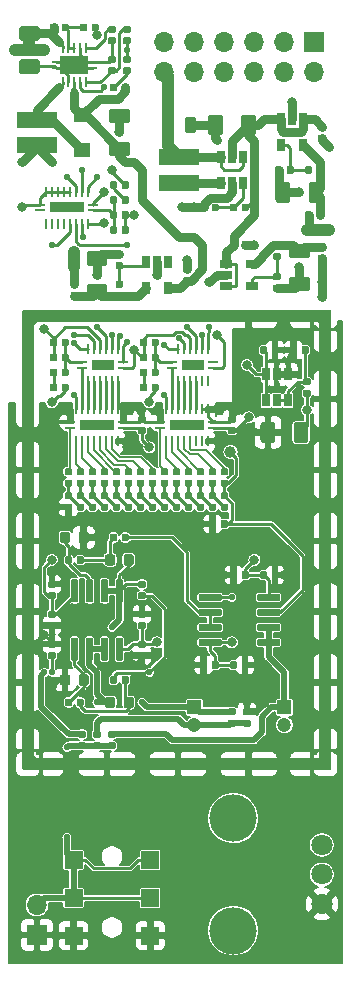
<source format=gbr>
%TF.GenerationSoftware,KiCad,Pcbnew,(5.1.5)-3*%
%TF.CreationDate,2020-11-01T10:27:24+01:00*%
%TF.ProjectId,PmodDAC,506d6f64-4441-4432-9e6b-696361645f70,v0.2*%
%TF.SameCoordinates,Original*%
%TF.FileFunction,Copper,L1,Top*%
%TF.FilePolarity,Positive*%
%FSLAX46Y46*%
G04 Gerber Fmt 4.6, Leading zero omitted, Abs format (unit mm)*
G04 Created by KiCad (PCBNEW (5.1.5)-3) date 2020-11-01 10:27:24*
%MOMM*%
%LPD*%
G04 APERTURE LIST*
%TA.AperFunction,SMDPad,CuDef*%
%ADD10C,0.100000*%
%TD*%
%TA.AperFunction,ComponentPad*%
%ADD11C,1.200000*%
%TD*%
%TA.AperFunction,ComponentPad*%
%ADD12R,1.200000X1.200000*%
%TD*%
%TA.AperFunction,WasherPad*%
%ADD13C,4.000000*%
%TD*%
%TA.AperFunction,ComponentPad*%
%ADD14C,1.800000*%
%TD*%
%TA.AperFunction,SMDPad,CuDef*%
%ADD15R,1.500000X1.500000*%
%TD*%
%TA.AperFunction,SMDPad,CuDef*%
%ADD16R,2.900000X0.900000*%
%TD*%
%TA.AperFunction,SMDPad,CuDef*%
%ADD17R,0.950000X0.240000*%
%TD*%
%TA.AperFunction,SMDPad,CuDef*%
%ADD18R,0.240000X0.950000*%
%TD*%
%TA.AperFunction,SMDPad,CuDef*%
%ADD19R,0.650000X1.060000*%
%TD*%
%TA.AperFunction,SMDPad,CuDef*%
%ADD20R,1.060000X0.650000*%
%TD*%
%TA.AperFunction,ViaPad*%
%ADD21C,0.600000*%
%TD*%
%TA.AperFunction,SMDPad,CuDef*%
%ADD22R,0.700000X0.280000*%
%TD*%
%TA.AperFunction,SMDPad,CuDef*%
%ADD23R,2.400000X1.650000*%
%TD*%
%TA.AperFunction,SMDPad,CuDef*%
%ADD24R,0.280000X0.850000*%
%TD*%
%TA.AperFunction,SMDPad,CuDef*%
%ADD25R,1.900000X0.900000*%
%TD*%
%TA.AperFunction,BGAPad,CuDef*%
%ADD26C,1.000000*%
%TD*%
%TA.AperFunction,SMDPad,CuDef*%
%ADD27R,3.400000X1.350000*%
%TD*%
%TA.AperFunction,ComponentPad*%
%ADD28O,1.700000X1.700000*%
%TD*%
%TA.AperFunction,ComponentPad*%
%ADD29R,1.700000X1.700000*%
%TD*%
%TA.AperFunction,SMDPad,CuDef*%
%ADD30R,1.000000X3.800000*%
%TD*%
%TA.AperFunction,SMDPad,CuDef*%
%ADD31R,1.000000X3.000000*%
%TD*%
%TA.AperFunction,SMDPad,CuDef*%
%ADD32R,3.000000X1.000000*%
%TD*%
%TA.AperFunction,SMDPad,CuDef*%
%ADD33R,3.800000X1.000000*%
%TD*%
%TA.AperFunction,SMDPad,CuDef*%
%ADD34R,1.400000X1.300000*%
%TD*%
%TA.AperFunction,ViaPad*%
%ADD35C,0.800000*%
%TD*%
%TA.AperFunction,ViaPad*%
%ADD36C,0.550000*%
%TD*%
%TA.AperFunction,Conductor*%
%ADD37C,0.250000*%
%TD*%
%TA.AperFunction,Conductor*%
%ADD38C,0.750000*%
%TD*%
%TA.AperFunction,Conductor*%
%ADD39C,1.000000*%
%TD*%
%TA.AperFunction,Conductor*%
%ADD40C,0.500000*%
%TD*%
%TA.AperFunction,Conductor*%
%ADD41C,0.150000*%
%TD*%
%TA.AperFunction,Conductor*%
%ADD42C,0.127000*%
%TD*%
G04 APERTURE END LIST*
%TA.AperFunction,SMDPad,CuDef*%
D10*
%TO.P,R42,2*%
%TO.N,Net-(C23-Pad2)*%
G36*
X-128893042Y-77150710D02*
G01*
X-128878724Y-77152834D01*
X-128864683Y-77156351D01*
X-128851054Y-77161228D01*
X-128837969Y-77167417D01*
X-128825553Y-77174858D01*
X-128813927Y-77183481D01*
X-128803202Y-77193202D01*
X-128793481Y-77203927D01*
X-128784858Y-77215553D01*
X-128777417Y-77227969D01*
X-128771228Y-77241054D01*
X-128766351Y-77254683D01*
X-128762834Y-77268724D01*
X-128760710Y-77283042D01*
X-128760000Y-77297500D01*
X-128760000Y-77642500D01*
X-128760710Y-77656958D01*
X-128762834Y-77671276D01*
X-128766351Y-77685317D01*
X-128771228Y-77698946D01*
X-128777417Y-77712031D01*
X-128784858Y-77724447D01*
X-128793481Y-77736073D01*
X-128803202Y-77746798D01*
X-128813927Y-77756519D01*
X-128825553Y-77765142D01*
X-128837969Y-77772583D01*
X-128851054Y-77778772D01*
X-128864683Y-77783649D01*
X-128878724Y-77787166D01*
X-128893042Y-77789290D01*
X-128907500Y-77790000D01*
X-129202500Y-77790000D01*
X-129216958Y-77789290D01*
X-129231276Y-77787166D01*
X-129245317Y-77783649D01*
X-129258946Y-77778772D01*
X-129272031Y-77772583D01*
X-129284447Y-77765142D01*
X-129296073Y-77756519D01*
X-129306798Y-77746798D01*
X-129316519Y-77736073D01*
X-129325142Y-77724447D01*
X-129332583Y-77712031D01*
X-129338772Y-77698946D01*
X-129343649Y-77685317D01*
X-129347166Y-77671276D01*
X-129349290Y-77656958D01*
X-129350000Y-77642500D01*
X-129350000Y-77297500D01*
X-129349290Y-77283042D01*
X-129347166Y-77268724D01*
X-129343649Y-77254683D01*
X-129338772Y-77241054D01*
X-129332583Y-77227969D01*
X-129325142Y-77215553D01*
X-129316519Y-77203927D01*
X-129306798Y-77193202D01*
X-129296073Y-77183481D01*
X-129284447Y-77174858D01*
X-129272031Y-77167417D01*
X-129258946Y-77161228D01*
X-129245317Y-77156351D01*
X-129231276Y-77152834D01*
X-129216958Y-77150710D01*
X-129202500Y-77150000D01*
X-128907500Y-77150000D01*
X-128893042Y-77150710D01*
G37*
%TD.AperFunction*%
%TA.AperFunction,SMDPad,CuDef*%
%TO.P,R42,1*%
%TO.N,Net-(C24-Pad2)*%
G36*
X-129863042Y-77150710D02*
G01*
X-129848724Y-77152834D01*
X-129834683Y-77156351D01*
X-129821054Y-77161228D01*
X-129807969Y-77167417D01*
X-129795553Y-77174858D01*
X-129783927Y-77183481D01*
X-129773202Y-77193202D01*
X-129763481Y-77203927D01*
X-129754858Y-77215553D01*
X-129747417Y-77227969D01*
X-129741228Y-77241054D01*
X-129736351Y-77254683D01*
X-129732834Y-77268724D01*
X-129730710Y-77283042D01*
X-129730000Y-77297500D01*
X-129730000Y-77642500D01*
X-129730710Y-77656958D01*
X-129732834Y-77671276D01*
X-129736351Y-77685317D01*
X-129741228Y-77698946D01*
X-129747417Y-77712031D01*
X-129754858Y-77724447D01*
X-129763481Y-77736073D01*
X-129773202Y-77746798D01*
X-129783927Y-77756519D01*
X-129795553Y-77765142D01*
X-129807969Y-77772583D01*
X-129821054Y-77778772D01*
X-129834683Y-77783649D01*
X-129848724Y-77787166D01*
X-129863042Y-77789290D01*
X-129877500Y-77790000D01*
X-130172500Y-77790000D01*
X-130186958Y-77789290D01*
X-130201276Y-77787166D01*
X-130215317Y-77783649D01*
X-130228946Y-77778772D01*
X-130242031Y-77772583D01*
X-130254447Y-77765142D01*
X-130266073Y-77756519D01*
X-130276798Y-77746798D01*
X-130286519Y-77736073D01*
X-130295142Y-77724447D01*
X-130302583Y-77712031D01*
X-130308772Y-77698946D01*
X-130313649Y-77685317D01*
X-130317166Y-77671276D01*
X-130319290Y-77656958D01*
X-130320000Y-77642500D01*
X-130320000Y-77297500D01*
X-130319290Y-77283042D01*
X-130317166Y-77268724D01*
X-130313649Y-77254683D01*
X-130308772Y-77241054D01*
X-130302583Y-77227969D01*
X-130295142Y-77215553D01*
X-130286519Y-77203927D01*
X-130276798Y-77193202D01*
X-130266073Y-77183481D01*
X-130254447Y-77174858D01*
X-130242031Y-77167417D01*
X-130228946Y-77161228D01*
X-130215317Y-77156351D01*
X-130201276Y-77152834D01*
X-130186958Y-77150710D01*
X-130172500Y-77150000D01*
X-129877500Y-77150000D01*
X-129863042Y-77150710D01*
G37*
%TD.AperFunction*%
%TD*%
%TA.AperFunction,SMDPad,CuDef*%
%TO.P,U12,8*%
%TO.N,+9V*%
G36*
X-117205297Y-72090722D02*
G01*
X-117190736Y-72092882D01*
X-117176457Y-72096459D01*
X-117162597Y-72101418D01*
X-117149290Y-72107712D01*
X-117136664Y-72115280D01*
X-117124841Y-72124048D01*
X-117113934Y-72133934D01*
X-117104048Y-72144841D01*
X-117095280Y-72156664D01*
X-117087712Y-72169290D01*
X-117081418Y-72182597D01*
X-117076459Y-72196457D01*
X-117072882Y-72210736D01*
X-117070722Y-72225297D01*
X-117070000Y-72240000D01*
X-117070000Y-72540000D01*
X-117070722Y-72554703D01*
X-117072882Y-72569264D01*
X-117076459Y-72583543D01*
X-117081418Y-72597403D01*
X-117087712Y-72610710D01*
X-117095280Y-72623336D01*
X-117104048Y-72635159D01*
X-117113934Y-72646066D01*
X-117124841Y-72655952D01*
X-117136664Y-72664720D01*
X-117149290Y-72672288D01*
X-117162597Y-72678582D01*
X-117176457Y-72683541D01*
X-117190736Y-72687118D01*
X-117205297Y-72689278D01*
X-117220000Y-72690000D01*
X-118870000Y-72690000D01*
X-118884703Y-72689278D01*
X-118899264Y-72687118D01*
X-118913543Y-72683541D01*
X-118927403Y-72678582D01*
X-118940710Y-72672288D01*
X-118953336Y-72664720D01*
X-118965159Y-72655952D01*
X-118976066Y-72646066D01*
X-118985952Y-72635159D01*
X-118994720Y-72623336D01*
X-119002288Y-72610710D01*
X-119008582Y-72597403D01*
X-119013541Y-72583543D01*
X-119017118Y-72569264D01*
X-119019278Y-72554703D01*
X-119020000Y-72540000D01*
X-119020000Y-72240000D01*
X-119019278Y-72225297D01*
X-119017118Y-72210736D01*
X-119013541Y-72196457D01*
X-119008582Y-72182597D01*
X-119002288Y-72169290D01*
X-118994720Y-72156664D01*
X-118985952Y-72144841D01*
X-118976066Y-72133934D01*
X-118965159Y-72124048D01*
X-118953336Y-72115280D01*
X-118940710Y-72107712D01*
X-118927403Y-72101418D01*
X-118913543Y-72096459D01*
X-118899264Y-72092882D01*
X-118884703Y-72090722D01*
X-118870000Y-72090000D01*
X-117220000Y-72090000D01*
X-117205297Y-72090722D01*
G37*
%TD.AperFunction*%
%TA.AperFunction,SMDPad,CuDef*%
%TO.P,U12,7*%
%TO.N,Net-(R38-Pad2)*%
G36*
X-117205297Y-70820722D02*
G01*
X-117190736Y-70822882D01*
X-117176457Y-70826459D01*
X-117162597Y-70831418D01*
X-117149290Y-70837712D01*
X-117136664Y-70845280D01*
X-117124841Y-70854048D01*
X-117113934Y-70863934D01*
X-117104048Y-70874841D01*
X-117095280Y-70886664D01*
X-117087712Y-70899290D01*
X-117081418Y-70912597D01*
X-117076459Y-70926457D01*
X-117072882Y-70940736D01*
X-117070722Y-70955297D01*
X-117070000Y-70970000D01*
X-117070000Y-71270000D01*
X-117070722Y-71284703D01*
X-117072882Y-71299264D01*
X-117076459Y-71313543D01*
X-117081418Y-71327403D01*
X-117087712Y-71340710D01*
X-117095280Y-71353336D01*
X-117104048Y-71365159D01*
X-117113934Y-71376066D01*
X-117124841Y-71385952D01*
X-117136664Y-71394720D01*
X-117149290Y-71402288D01*
X-117162597Y-71408582D01*
X-117176457Y-71413541D01*
X-117190736Y-71417118D01*
X-117205297Y-71419278D01*
X-117220000Y-71420000D01*
X-118870000Y-71420000D01*
X-118884703Y-71419278D01*
X-118899264Y-71417118D01*
X-118913543Y-71413541D01*
X-118927403Y-71408582D01*
X-118940710Y-71402288D01*
X-118953336Y-71394720D01*
X-118965159Y-71385952D01*
X-118976066Y-71376066D01*
X-118985952Y-71365159D01*
X-118994720Y-71353336D01*
X-119002288Y-71340710D01*
X-119008582Y-71327403D01*
X-119013541Y-71313543D01*
X-119017118Y-71299264D01*
X-119019278Y-71284703D01*
X-119020000Y-71270000D01*
X-119020000Y-70970000D01*
X-119019278Y-70955297D01*
X-119017118Y-70940736D01*
X-119013541Y-70926457D01*
X-119008582Y-70912597D01*
X-119002288Y-70899290D01*
X-118994720Y-70886664D01*
X-118985952Y-70874841D01*
X-118976066Y-70863934D01*
X-118965159Y-70854048D01*
X-118953336Y-70845280D01*
X-118940710Y-70837712D01*
X-118927403Y-70831418D01*
X-118913543Y-70826459D01*
X-118899264Y-70822882D01*
X-118884703Y-70820722D01*
X-118870000Y-70820000D01*
X-117220000Y-70820000D01*
X-117205297Y-70820722D01*
G37*
%TD.AperFunction*%
%TA.AperFunction,SMDPad,CuDef*%
%TO.P,U12,6*%
G36*
X-117205297Y-69550722D02*
G01*
X-117190736Y-69552882D01*
X-117176457Y-69556459D01*
X-117162597Y-69561418D01*
X-117149290Y-69567712D01*
X-117136664Y-69575280D01*
X-117124841Y-69584048D01*
X-117113934Y-69593934D01*
X-117104048Y-69604841D01*
X-117095280Y-69616664D01*
X-117087712Y-69629290D01*
X-117081418Y-69642597D01*
X-117076459Y-69656457D01*
X-117072882Y-69670736D01*
X-117070722Y-69685297D01*
X-117070000Y-69700000D01*
X-117070000Y-70000000D01*
X-117070722Y-70014703D01*
X-117072882Y-70029264D01*
X-117076459Y-70043543D01*
X-117081418Y-70057403D01*
X-117087712Y-70070710D01*
X-117095280Y-70083336D01*
X-117104048Y-70095159D01*
X-117113934Y-70106066D01*
X-117124841Y-70115952D01*
X-117136664Y-70124720D01*
X-117149290Y-70132288D01*
X-117162597Y-70138582D01*
X-117176457Y-70143541D01*
X-117190736Y-70147118D01*
X-117205297Y-70149278D01*
X-117220000Y-70150000D01*
X-118870000Y-70150000D01*
X-118884703Y-70149278D01*
X-118899264Y-70147118D01*
X-118913543Y-70143541D01*
X-118927403Y-70138582D01*
X-118940710Y-70132288D01*
X-118953336Y-70124720D01*
X-118965159Y-70115952D01*
X-118976066Y-70106066D01*
X-118985952Y-70095159D01*
X-118994720Y-70083336D01*
X-119002288Y-70070710D01*
X-119008582Y-70057403D01*
X-119013541Y-70043543D01*
X-119017118Y-70029264D01*
X-119019278Y-70014703D01*
X-119020000Y-70000000D01*
X-119020000Y-69700000D01*
X-119019278Y-69685297D01*
X-119017118Y-69670736D01*
X-119013541Y-69656457D01*
X-119008582Y-69642597D01*
X-119002288Y-69629290D01*
X-118994720Y-69616664D01*
X-118985952Y-69604841D01*
X-118976066Y-69593934D01*
X-118965159Y-69584048D01*
X-118953336Y-69575280D01*
X-118940710Y-69567712D01*
X-118927403Y-69561418D01*
X-118913543Y-69556459D01*
X-118899264Y-69552882D01*
X-118884703Y-69550722D01*
X-118870000Y-69550000D01*
X-117220000Y-69550000D01*
X-117205297Y-69550722D01*
G37*
%TD.AperFunction*%
%TA.AperFunction,SMDPad,CuDef*%
%TO.P,U12,5*%
%TO.N,Net-(R40-Pad2)*%
G36*
X-117205297Y-68280722D02*
G01*
X-117190736Y-68282882D01*
X-117176457Y-68286459D01*
X-117162597Y-68291418D01*
X-117149290Y-68297712D01*
X-117136664Y-68305280D01*
X-117124841Y-68314048D01*
X-117113934Y-68323934D01*
X-117104048Y-68334841D01*
X-117095280Y-68346664D01*
X-117087712Y-68359290D01*
X-117081418Y-68372597D01*
X-117076459Y-68386457D01*
X-117072882Y-68400736D01*
X-117070722Y-68415297D01*
X-117070000Y-68430000D01*
X-117070000Y-68730000D01*
X-117070722Y-68744703D01*
X-117072882Y-68759264D01*
X-117076459Y-68773543D01*
X-117081418Y-68787403D01*
X-117087712Y-68800710D01*
X-117095280Y-68813336D01*
X-117104048Y-68825159D01*
X-117113934Y-68836066D01*
X-117124841Y-68845952D01*
X-117136664Y-68854720D01*
X-117149290Y-68862288D01*
X-117162597Y-68868582D01*
X-117176457Y-68873541D01*
X-117190736Y-68877118D01*
X-117205297Y-68879278D01*
X-117220000Y-68880000D01*
X-118870000Y-68880000D01*
X-118884703Y-68879278D01*
X-118899264Y-68877118D01*
X-118913543Y-68873541D01*
X-118927403Y-68868582D01*
X-118940710Y-68862288D01*
X-118953336Y-68854720D01*
X-118965159Y-68845952D01*
X-118976066Y-68836066D01*
X-118985952Y-68825159D01*
X-118994720Y-68813336D01*
X-119002288Y-68800710D01*
X-119008582Y-68787403D01*
X-119013541Y-68773543D01*
X-119017118Y-68759264D01*
X-119019278Y-68744703D01*
X-119020000Y-68730000D01*
X-119020000Y-68430000D01*
X-119019278Y-68415297D01*
X-119017118Y-68400736D01*
X-119013541Y-68386457D01*
X-119008582Y-68372597D01*
X-119002288Y-68359290D01*
X-118994720Y-68346664D01*
X-118985952Y-68334841D01*
X-118976066Y-68323934D01*
X-118965159Y-68314048D01*
X-118953336Y-68305280D01*
X-118940710Y-68297712D01*
X-118927403Y-68291418D01*
X-118913543Y-68286459D01*
X-118899264Y-68282882D01*
X-118884703Y-68280722D01*
X-118870000Y-68280000D01*
X-117220000Y-68280000D01*
X-117205297Y-68280722D01*
G37*
%TD.AperFunction*%
%TA.AperFunction,SMDPad,CuDef*%
%TO.P,U12,4*%
%TO.N,-5V*%
G36*
X-112255297Y-68280722D02*
G01*
X-112240736Y-68282882D01*
X-112226457Y-68286459D01*
X-112212597Y-68291418D01*
X-112199290Y-68297712D01*
X-112186664Y-68305280D01*
X-112174841Y-68314048D01*
X-112163934Y-68323934D01*
X-112154048Y-68334841D01*
X-112145280Y-68346664D01*
X-112137712Y-68359290D01*
X-112131418Y-68372597D01*
X-112126459Y-68386457D01*
X-112122882Y-68400736D01*
X-112120722Y-68415297D01*
X-112120000Y-68430000D01*
X-112120000Y-68730000D01*
X-112120722Y-68744703D01*
X-112122882Y-68759264D01*
X-112126459Y-68773543D01*
X-112131418Y-68787403D01*
X-112137712Y-68800710D01*
X-112145280Y-68813336D01*
X-112154048Y-68825159D01*
X-112163934Y-68836066D01*
X-112174841Y-68845952D01*
X-112186664Y-68854720D01*
X-112199290Y-68862288D01*
X-112212597Y-68868582D01*
X-112226457Y-68873541D01*
X-112240736Y-68877118D01*
X-112255297Y-68879278D01*
X-112270000Y-68880000D01*
X-113920000Y-68880000D01*
X-113934703Y-68879278D01*
X-113949264Y-68877118D01*
X-113963543Y-68873541D01*
X-113977403Y-68868582D01*
X-113990710Y-68862288D01*
X-114003336Y-68854720D01*
X-114015159Y-68845952D01*
X-114026066Y-68836066D01*
X-114035952Y-68825159D01*
X-114044720Y-68813336D01*
X-114052288Y-68800710D01*
X-114058582Y-68787403D01*
X-114063541Y-68773543D01*
X-114067118Y-68759264D01*
X-114069278Y-68744703D01*
X-114070000Y-68730000D01*
X-114070000Y-68430000D01*
X-114069278Y-68415297D01*
X-114067118Y-68400736D01*
X-114063541Y-68386457D01*
X-114058582Y-68372597D01*
X-114052288Y-68359290D01*
X-114044720Y-68346664D01*
X-114035952Y-68334841D01*
X-114026066Y-68323934D01*
X-114015159Y-68314048D01*
X-114003336Y-68305280D01*
X-113990710Y-68297712D01*
X-113977403Y-68291418D01*
X-113963543Y-68286459D01*
X-113949264Y-68282882D01*
X-113934703Y-68280722D01*
X-113920000Y-68280000D01*
X-112270000Y-68280000D01*
X-112255297Y-68280722D01*
G37*
%TD.AperFunction*%
%TA.AperFunction,SMDPad,CuDef*%
%TO.P,U12,3*%
%TO.N,Net-(C37-Pad1)*%
G36*
X-112255297Y-69550722D02*
G01*
X-112240736Y-69552882D01*
X-112226457Y-69556459D01*
X-112212597Y-69561418D01*
X-112199290Y-69567712D01*
X-112186664Y-69575280D01*
X-112174841Y-69584048D01*
X-112163934Y-69593934D01*
X-112154048Y-69604841D01*
X-112145280Y-69616664D01*
X-112137712Y-69629290D01*
X-112131418Y-69642597D01*
X-112126459Y-69656457D01*
X-112122882Y-69670736D01*
X-112120722Y-69685297D01*
X-112120000Y-69700000D01*
X-112120000Y-70000000D01*
X-112120722Y-70014703D01*
X-112122882Y-70029264D01*
X-112126459Y-70043543D01*
X-112131418Y-70057403D01*
X-112137712Y-70070710D01*
X-112145280Y-70083336D01*
X-112154048Y-70095159D01*
X-112163934Y-70106066D01*
X-112174841Y-70115952D01*
X-112186664Y-70124720D01*
X-112199290Y-70132288D01*
X-112212597Y-70138582D01*
X-112226457Y-70143541D01*
X-112240736Y-70147118D01*
X-112255297Y-70149278D01*
X-112270000Y-70150000D01*
X-113920000Y-70150000D01*
X-113934703Y-70149278D01*
X-113949264Y-70147118D01*
X-113963543Y-70143541D01*
X-113977403Y-70138582D01*
X-113990710Y-70132288D01*
X-114003336Y-70124720D01*
X-114015159Y-70115952D01*
X-114026066Y-70106066D01*
X-114035952Y-70095159D01*
X-114044720Y-70083336D01*
X-114052288Y-70070710D01*
X-114058582Y-70057403D01*
X-114063541Y-70043543D01*
X-114067118Y-70029264D01*
X-114069278Y-70014703D01*
X-114070000Y-70000000D01*
X-114070000Y-69700000D01*
X-114069278Y-69685297D01*
X-114067118Y-69670736D01*
X-114063541Y-69656457D01*
X-114058582Y-69642597D01*
X-114052288Y-69629290D01*
X-114044720Y-69616664D01*
X-114035952Y-69604841D01*
X-114026066Y-69593934D01*
X-114015159Y-69584048D01*
X-114003336Y-69575280D01*
X-113990710Y-69567712D01*
X-113977403Y-69561418D01*
X-113963543Y-69556459D01*
X-113949264Y-69552882D01*
X-113934703Y-69550722D01*
X-113920000Y-69550000D01*
X-112270000Y-69550000D01*
X-112255297Y-69550722D01*
G37*
%TD.AperFunction*%
%TA.AperFunction,SMDPad,CuDef*%
%TO.P,U12,2*%
%TO.N,/DI*%
G36*
X-112255297Y-70820722D02*
G01*
X-112240736Y-70822882D01*
X-112226457Y-70826459D01*
X-112212597Y-70831418D01*
X-112199290Y-70837712D01*
X-112186664Y-70845280D01*
X-112174841Y-70854048D01*
X-112163934Y-70863934D01*
X-112154048Y-70874841D01*
X-112145280Y-70886664D01*
X-112137712Y-70899290D01*
X-112131418Y-70912597D01*
X-112126459Y-70926457D01*
X-112122882Y-70940736D01*
X-112120722Y-70955297D01*
X-112120000Y-70970000D01*
X-112120000Y-71270000D01*
X-112120722Y-71284703D01*
X-112122882Y-71299264D01*
X-112126459Y-71313543D01*
X-112131418Y-71327403D01*
X-112137712Y-71340710D01*
X-112145280Y-71353336D01*
X-112154048Y-71365159D01*
X-112163934Y-71376066D01*
X-112174841Y-71385952D01*
X-112186664Y-71394720D01*
X-112199290Y-71402288D01*
X-112212597Y-71408582D01*
X-112226457Y-71413541D01*
X-112240736Y-71417118D01*
X-112255297Y-71419278D01*
X-112270000Y-71420000D01*
X-113920000Y-71420000D01*
X-113934703Y-71419278D01*
X-113949264Y-71417118D01*
X-113963543Y-71413541D01*
X-113977403Y-71408582D01*
X-113990710Y-71402288D01*
X-114003336Y-71394720D01*
X-114015159Y-71385952D01*
X-114026066Y-71376066D01*
X-114035952Y-71365159D01*
X-114044720Y-71353336D01*
X-114052288Y-71340710D01*
X-114058582Y-71327403D01*
X-114063541Y-71313543D01*
X-114067118Y-71299264D01*
X-114069278Y-71284703D01*
X-114070000Y-71270000D01*
X-114070000Y-70970000D01*
X-114069278Y-70955297D01*
X-114067118Y-70940736D01*
X-114063541Y-70926457D01*
X-114058582Y-70912597D01*
X-114052288Y-70899290D01*
X-114044720Y-70886664D01*
X-114035952Y-70874841D01*
X-114026066Y-70863934D01*
X-114015159Y-70854048D01*
X-114003336Y-70845280D01*
X-113990710Y-70837712D01*
X-113977403Y-70831418D01*
X-113963543Y-70826459D01*
X-113949264Y-70822882D01*
X-113934703Y-70820722D01*
X-113920000Y-70820000D01*
X-112270000Y-70820000D01*
X-112255297Y-70820722D01*
G37*
%TD.AperFunction*%
%TA.AperFunction,SMDPad,CuDef*%
%TO.P,U12,1*%
G36*
X-112255297Y-72090722D02*
G01*
X-112240736Y-72092882D01*
X-112226457Y-72096459D01*
X-112212597Y-72101418D01*
X-112199290Y-72107712D01*
X-112186664Y-72115280D01*
X-112174841Y-72124048D01*
X-112163934Y-72133934D01*
X-112154048Y-72144841D01*
X-112145280Y-72156664D01*
X-112137712Y-72169290D01*
X-112131418Y-72182597D01*
X-112126459Y-72196457D01*
X-112122882Y-72210736D01*
X-112120722Y-72225297D01*
X-112120000Y-72240000D01*
X-112120000Y-72540000D01*
X-112120722Y-72554703D01*
X-112122882Y-72569264D01*
X-112126459Y-72583543D01*
X-112131418Y-72597403D01*
X-112137712Y-72610710D01*
X-112145280Y-72623336D01*
X-112154048Y-72635159D01*
X-112163934Y-72646066D01*
X-112174841Y-72655952D01*
X-112186664Y-72664720D01*
X-112199290Y-72672288D01*
X-112212597Y-72678582D01*
X-112226457Y-72683541D01*
X-112240736Y-72687118D01*
X-112255297Y-72689278D01*
X-112270000Y-72690000D01*
X-113920000Y-72690000D01*
X-113934703Y-72689278D01*
X-113949264Y-72687118D01*
X-113963543Y-72683541D01*
X-113977403Y-72678582D01*
X-113990710Y-72672288D01*
X-114003336Y-72664720D01*
X-114015159Y-72655952D01*
X-114026066Y-72646066D01*
X-114035952Y-72635159D01*
X-114044720Y-72623336D01*
X-114052288Y-72610710D01*
X-114058582Y-72597403D01*
X-114063541Y-72583543D01*
X-114067118Y-72569264D01*
X-114069278Y-72554703D01*
X-114070000Y-72540000D01*
X-114070000Y-72240000D01*
X-114069278Y-72225297D01*
X-114067118Y-72210736D01*
X-114063541Y-72196457D01*
X-114058582Y-72182597D01*
X-114052288Y-72169290D01*
X-114044720Y-72156664D01*
X-114035952Y-72144841D01*
X-114026066Y-72133934D01*
X-114015159Y-72124048D01*
X-114003336Y-72115280D01*
X-113990710Y-72107712D01*
X-113977403Y-72101418D01*
X-113963543Y-72096459D01*
X-113949264Y-72092882D01*
X-113934703Y-72090722D01*
X-113920000Y-72090000D01*
X-112270000Y-72090000D01*
X-112255297Y-72090722D01*
G37*
%TD.AperFunction*%
%TD*%
%TA.AperFunction,SMDPad,CuDef*%
%TO.P,R41,2*%
%TO.N,Net-(JP1-Pad2)*%
G36*
X-126053042Y-75245710D02*
G01*
X-126038724Y-75247834D01*
X-126024683Y-75251351D01*
X-126011054Y-75256228D01*
X-125997969Y-75262417D01*
X-125985553Y-75269858D01*
X-125973927Y-75278481D01*
X-125963202Y-75288202D01*
X-125953481Y-75298927D01*
X-125944858Y-75310553D01*
X-125937417Y-75322969D01*
X-125931228Y-75336054D01*
X-125926351Y-75349683D01*
X-125922834Y-75363724D01*
X-125920710Y-75378042D01*
X-125920000Y-75392500D01*
X-125920000Y-75737500D01*
X-125920710Y-75751958D01*
X-125922834Y-75766276D01*
X-125926351Y-75780317D01*
X-125931228Y-75793946D01*
X-125937417Y-75807031D01*
X-125944858Y-75819447D01*
X-125953481Y-75831073D01*
X-125963202Y-75841798D01*
X-125973927Y-75851519D01*
X-125985553Y-75860142D01*
X-125997969Y-75867583D01*
X-126011054Y-75873772D01*
X-126024683Y-75878649D01*
X-126038724Y-75882166D01*
X-126053042Y-75884290D01*
X-126067500Y-75885000D01*
X-126362500Y-75885000D01*
X-126376958Y-75884290D01*
X-126391276Y-75882166D01*
X-126405317Y-75878649D01*
X-126418946Y-75873772D01*
X-126432031Y-75867583D01*
X-126444447Y-75860142D01*
X-126456073Y-75851519D01*
X-126466798Y-75841798D01*
X-126476519Y-75831073D01*
X-126485142Y-75819447D01*
X-126492583Y-75807031D01*
X-126498772Y-75793946D01*
X-126503649Y-75780317D01*
X-126507166Y-75766276D01*
X-126509290Y-75751958D01*
X-126510000Y-75737500D01*
X-126510000Y-75392500D01*
X-126509290Y-75378042D01*
X-126507166Y-75363724D01*
X-126503649Y-75349683D01*
X-126498772Y-75336054D01*
X-126492583Y-75322969D01*
X-126485142Y-75310553D01*
X-126476519Y-75298927D01*
X-126466798Y-75288202D01*
X-126456073Y-75278481D01*
X-126444447Y-75269858D01*
X-126432031Y-75262417D01*
X-126418946Y-75256228D01*
X-126405317Y-75251351D01*
X-126391276Y-75247834D01*
X-126376958Y-75245710D01*
X-126362500Y-75245000D01*
X-126067500Y-75245000D01*
X-126053042Y-75245710D01*
G37*
%TD.AperFunction*%
%TA.AperFunction,SMDPad,CuDef*%
%TO.P,R41,1*%
%TO.N,Net-(C23-Pad2)*%
G36*
X-125083042Y-75245710D02*
G01*
X-125068724Y-75247834D01*
X-125054683Y-75251351D01*
X-125041054Y-75256228D01*
X-125027969Y-75262417D01*
X-125015553Y-75269858D01*
X-125003927Y-75278481D01*
X-124993202Y-75288202D01*
X-124983481Y-75298927D01*
X-124974858Y-75310553D01*
X-124967417Y-75322969D01*
X-124961228Y-75336054D01*
X-124956351Y-75349683D01*
X-124952834Y-75363724D01*
X-124950710Y-75378042D01*
X-124950000Y-75392500D01*
X-124950000Y-75737500D01*
X-124950710Y-75751958D01*
X-124952834Y-75766276D01*
X-124956351Y-75780317D01*
X-124961228Y-75793946D01*
X-124967417Y-75807031D01*
X-124974858Y-75819447D01*
X-124983481Y-75831073D01*
X-124993202Y-75841798D01*
X-125003927Y-75851519D01*
X-125015553Y-75860142D01*
X-125027969Y-75867583D01*
X-125041054Y-75873772D01*
X-125054683Y-75878649D01*
X-125068724Y-75882166D01*
X-125083042Y-75884290D01*
X-125097500Y-75885000D01*
X-125392500Y-75885000D01*
X-125406958Y-75884290D01*
X-125421276Y-75882166D01*
X-125435317Y-75878649D01*
X-125448946Y-75873772D01*
X-125462031Y-75867583D01*
X-125474447Y-75860142D01*
X-125486073Y-75851519D01*
X-125496798Y-75841798D01*
X-125506519Y-75831073D01*
X-125515142Y-75819447D01*
X-125522583Y-75807031D01*
X-125528772Y-75793946D01*
X-125533649Y-75780317D01*
X-125537166Y-75766276D01*
X-125539290Y-75751958D01*
X-125540000Y-75737500D01*
X-125540000Y-75392500D01*
X-125539290Y-75378042D01*
X-125537166Y-75363724D01*
X-125533649Y-75349683D01*
X-125528772Y-75336054D01*
X-125522583Y-75322969D01*
X-125515142Y-75310553D01*
X-125506519Y-75298927D01*
X-125496798Y-75288202D01*
X-125486073Y-75278481D01*
X-125474447Y-75269858D01*
X-125462031Y-75262417D01*
X-125448946Y-75256228D01*
X-125435317Y-75251351D01*
X-125421276Y-75247834D01*
X-125406958Y-75245710D01*
X-125392500Y-75245000D01*
X-125097500Y-75245000D01*
X-125083042Y-75245710D01*
G37*
%TD.AperFunction*%
%TD*%
%TA.AperFunction,SMDPad,CuDef*%
%TO.P,C36,2*%
%TO.N,-5V*%
G36*
X-113353042Y-66355710D02*
G01*
X-113338724Y-66357834D01*
X-113324683Y-66361351D01*
X-113311054Y-66366228D01*
X-113297969Y-66372417D01*
X-113285553Y-66379858D01*
X-113273927Y-66388481D01*
X-113263202Y-66398202D01*
X-113253481Y-66408927D01*
X-113244858Y-66420553D01*
X-113237417Y-66432969D01*
X-113231228Y-66446054D01*
X-113226351Y-66459683D01*
X-113222834Y-66473724D01*
X-113220710Y-66488042D01*
X-113220000Y-66502500D01*
X-113220000Y-66847500D01*
X-113220710Y-66861958D01*
X-113222834Y-66876276D01*
X-113226351Y-66890317D01*
X-113231228Y-66903946D01*
X-113237417Y-66917031D01*
X-113244858Y-66929447D01*
X-113253481Y-66941073D01*
X-113263202Y-66951798D01*
X-113273927Y-66961519D01*
X-113285553Y-66970142D01*
X-113297969Y-66977583D01*
X-113311054Y-66983772D01*
X-113324683Y-66988649D01*
X-113338724Y-66992166D01*
X-113353042Y-66994290D01*
X-113367500Y-66995000D01*
X-113662500Y-66995000D01*
X-113676958Y-66994290D01*
X-113691276Y-66992166D01*
X-113705317Y-66988649D01*
X-113718946Y-66983772D01*
X-113732031Y-66977583D01*
X-113744447Y-66970142D01*
X-113756073Y-66961519D01*
X-113766798Y-66951798D01*
X-113776519Y-66941073D01*
X-113785142Y-66929447D01*
X-113792583Y-66917031D01*
X-113798772Y-66903946D01*
X-113803649Y-66890317D01*
X-113807166Y-66876276D01*
X-113809290Y-66861958D01*
X-113810000Y-66847500D01*
X-113810000Y-66502500D01*
X-113809290Y-66488042D01*
X-113807166Y-66473724D01*
X-113803649Y-66459683D01*
X-113798772Y-66446054D01*
X-113792583Y-66432969D01*
X-113785142Y-66420553D01*
X-113776519Y-66408927D01*
X-113766798Y-66398202D01*
X-113756073Y-66388481D01*
X-113744447Y-66379858D01*
X-113732031Y-66372417D01*
X-113718946Y-66366228D01*
X-113705317Y-66361351D01*
X-113691276Y-66357834D01*
X-113676958Y-66355710D01*
X-113662500Y-66355000D01*
X-113367500Y-66355000D01*
X-113353042Y-66355710D01*
G37*
%TD.AperFunction*%
%TA.AperFunction,SMDPad,CuDef*%
%TO.P,C36,1*%
%TO.N,GNDA*%
G36*
X-112383042Y-66355710D02*
G01*
X-112368724Y-66357834D01*
X-112354683Y-66361351D01*
X-112341054Y-66366228D01*
X-112327969Y-66372417D01*
X-112315553Y-66379858D01*
X-112303927Y-66388481D01*
X-112293202Y-66398202D01*
X-112283481Y-66408927D01*
X-112274858Y-66420553D01*
X-112267417Y-66432969D01*
X-112261228Y-66446054D01*
X-112256351Y-66459683D01*
X-112252834Y-66473724D01*
X-112250710Y-66488042D01*
X-112250000Y-66502500D01*
X-112250000Y-66847500D01*
X-112250710Y-66861958D01*
X-112252834Y-66876276D01*
X-112256351Y-66890317D01*
X-112261228Y-66903946D01*
X-112267417Y-66917031D01*
X-112274858Y-66929447D01*
X-112283481Y-66941073D01*
X-112293202Y-66951798D01*
X-112303927Y-66961519D01*
X-112315553Y-66970142D01*
X-112327969Y-66977583D01*
X-112341054Y-66983772D01*
X-112354683Y-66988649D01*
X-112368724Y-66992166D01*
X-112383042Y-66994290D01*
X-112397500Y-66995000D01*
X-112692500Y-66995000D01*
X-112706958Y-66994290D01*
X-112721276Y-66992166D01*
X-112735317Y-66988649D01*
X-112748946Y-66983772D01*
X-112762031Y-66977583D01*
X-112774447Y-66970142D01*
X-112786073Y-66961519D01*
X-112796798Y-66951798D01*
X-112806519Y-66941073D01*
X-112815142Y-66929447D01*
X-112822583Y-66917031D01*
X-112828772Y-66903946D01*
X-112833649Y-66890317D01*
X-112837166Y-66876276D01*
X-112839290Y-66861958D01*
X-112840000Y-66847500D01*
X-112840000Y-66502500D01*
X-112839290Y-66488042D01*
X-112837166Y-66473724D01*
X-112833649Y-66459683D01*
X-112828772Y-66446054D01*
X-112822583Y-66432969D01*
X-112815142Y-66420553D01*
X-112806519Y-66408927D01*
X-112796798Y-66398202D01*
X-112786073Y-66388481D01*
X-112774447Y-66379858D01*
X-112762031Y-66372417D01*
X-112748946Y-66366228D01*
X-112735317Y-66361351D01*
X-112721276Y-66357834D01*
X-112706958Y-66355710D01*
X-112692500Y-66355000D01*
X-112397500Y-66355000D01*
X-112383042Y-66355710D01*
G37*
%TD.AperFunction*%
%TD*%
%TA.AperFunction,SMDPad,CuDef*%
%TO.P,C35,2*%
%TO.N,GNDA*%
G36*
X-118433042Y-73975710D02*
G01*
X-118418724Y-73977834D01*
X-118404683Y-73981351D01*
X-118391054Y-73986228D01*
X-118377969Y-73992417D01*
X-118365553Y-73999858D01*
X-118353927Y-74008481D01*
X-118343202Y-74018202D01*
X-118333481Y-74028927D01*
X-118324858Y-74040553D01*
X-118317417Y-74052969D01*
X-118311228Y-74066054D01*
X-118306351Y-74079683D01*
X-118302834Y-74093724D01*
X-118300710Y-74108042D01*
X-118300000Y-74122500D01*
X-118300000Y-74467500D01*
X-118300710Y-74481958D01*
X-118302834Y-74496276D01*
X-118306351Y-74510317D01*
X-118311228Y-74523946D01*
X-118317417Y-74537031D01*
X-118324858Y-74549447D01*
X-118333481Y-74561073D01*
X-118343202Y-74571798D01*
X-118353927Y-74581519D01*
X-118365553Y-74590142D01*
X-118377969Y-74597583D01*
X-118391054Y-74603772D01*
X-118404683Y-74608649D01*
X-118418724Y-74612166D01*
X-118433042Y-74614290D01*
X-118447500Y-74615000D01*
X-118742500Y-74615000D01*
X-118756958Y-74614290D01*
X-118771276Y-74612166D01*
X-118785317Y-74608649D01*
X-118798946Y-74603772D01*
X-118812031Y-74597583D01*
X-118824447Y-74590142D01*
X-118836073Y-74581519D01*
X-118846798Y-74571798D01*
X-118856519Y-74561073D01*
X-118865142Y-74549447D01*
X-118872583Y-74537031D01*
X-118878772Y-74523946D01*
X-118883649Y-74510317D01*
X-118887166Y-74496276D01*
X-118889290Y-74481958D01*
X-118890000Y-74467500D01*
X-118890000Y-74122500D01*
X-118889290Y-74108042D01*
X-118887166Y-74093724D01*
X-118883649Y-74079683D01*
X-118878772Y-74066054D01*
X-118872583Y-74052969D01*
X-118865142Y-74040553D01*
X-118856519Y-74028927D01*
X-118846798Y-74018202D01*
X-118836073Y-74008481D01*
X-118824447Y-73999858D01*
X-118812031Y-73992417D01*
X-118798946Y-73986228D01*
X-118785317Y-73981351D01*
X-118771276Y-73977834D01*
X-118756958Y-73975710D01*
X-118742500Y-73975000D01*
X-118447500Y-73975000D01*
X-118433042Y-73975710D01*
G37*
%TD.AperFunction*%
%TA.AperFunction,SMDPad,CuDef*%
%TO.P,C35,1*%
%TO.N,+9V*%
G36*
X-117463042Y-73975710D02*
G01*
X-117448724Y-73977834D01*
X-117434683Y-73981351D01*
X-117421054Y-73986228D01*
X-117407969Y-73992417D01*
X-117395553Y-73999858D01*
X-117383927Y-74008481D01*
X-117373202Y-74018202D01*
X-117363481Y-74028927D01*
X-117354858Y-74040553D01*
X-117347417Y-74052969D01*
X-117341228Y-74066054D01*
X-117336351Y-74079683D01*
X-117332834Y-74093724D01*
X-117330710Y-74108042D01*
X-117330000Y-74122500D01*
X-117330000Y-74467500D01*
X-117330710Y-74481958D01*
X-117332834Y-74496276D01*
X-117336351Y-74510317D01*
X-117341228Y-74523946D01*
X-117347417Y-74537031D01*
X-117354858Y-74549447D01*
X-117363481Y-74561073D01*
X-117373202Y-74571798D01*
X-117383927Y-74581519D01*
X-117395553Y-74590142D01*
X-117407969Y-74597583D01*
X-117421054Y-74603772D01*
X-117434683Y-74608649D01*
X-117448724Y-74612166D01*
X-117463042Y-74614290D01*
X-117477500Y-74615000D01*
X-117772500Y-74615000D01*
X-117786958Y-74614290D01*
X-117801276Y-74612166D01*
X-117815317Y-74608649D01*
X-117828946Y-74603772D01*
X-117842031Y-74597583D01*
X-117854447Y-74590142D01*
X-117866073Y-74581519D01*
X-117876798Y-74571798D01*
X-117886519Y-74561073D01*
X-117895142Y-74549447D01*
X-117902583Y-74537031D01*
X-117908772Y-74523946D01*
X-117913649Y-74510317D01*
X-117917166Y-74496276D01*
X-117919290Y-74481958D01*
X-117920000Y-74467500D01*
X-117920000Y-74122500D01*
X-117919290Y-74108042D01*
X-117917166Y-74093724D01*
X-117913649Y-74079683D01*
X-117908772Y-74066054D01*
X-117902583Y-74052969D01*
X-117895142Y-74040553D01*
X-117886519Y-74028927D01*
X-117876798Y-74018202D01*
X-117866073Y-74008481D01*
X-117854447Y-73999858D01*
X-117842031Y-73992417D01*
X-117828946Y-73986228D01*
X-117815317Y-73981351D01*
X-117801276Y-73977834D01*
X-117786958Y-73975710D01*
X-117772500Y-73975000D01*
X-117477500Y-73975000D01*
X-117463042Y-73975710D01*
G37*
%TD.AperFunction*%
%TD*%
%TA.AperFunction,SMDPad,CuDef*%
%TO.P,C29,2*%
%TO.N,-5V*%
G36*
X-114923042Y-66355710D02*
G01*
X-114908724Y-66357834D01*
X-114894683Y-66361351D01*
X-114881054Y-66366228D01*
X-114867969Y-66372417D01*
X-114855553Y-66379858D01*
X-114843927Y-66388481D01*
X-114833202Y-66398202D01*
X-114823481Y-66408927D01*
X-114814858Y-66420553D01*
X-114807417Y-66432969D01*
X-114801228Y-66446054D01*
X-114796351Y-66459683D01*
X-114792834Y-66473724D01*
X-114790710Y-66488042D01*
X-114790000Y-66502500D01*
X-114790000Y-66847500D01*
X-114790710Y-66861958D01*
X-114792834Y-66876276D01*
X-114796351Y-66890317D01*
X-114801228Y-66903946D01*
X-114807417Y-66917031D01*
X-114814858Y-66929447D01*
X-114823481Y-66941073D01*
X-114833202Y-66951798D01*
X-114843927Y-66961519D01*
X-114855553Y-66970142D01*
X-114867969Y-66977583D01*
X-114881054Y-66983772D01*
X-114894683Y-66988649D01*
X-114908724Y-66992166D01*
X-114923042Y-66994290D01*
X-114937500Y-66995000D01*
X-115232500Y-66995000D01*
X-115246958Y-66994290D01*
X-115261276Y-66992166D01*
X-115275317Y-66988649D01*
X-115288946Y-66983772D01*
X-115302031Y-66977583D01*
X-115314447Y-66970142D01*
X-115326073Y-66961519D01*
X-115336798Y-66951798D01*
X-115346519Y-66941073D01*
X-115355142Y-66929447D01*
X-115362583Y-66917031D01*
X-115368772Y-66903946D01*
X-115373649Y-66890317D01*
X-115377166Y-66876276D01*
X-115379290Y-66861958D01*
X-115380000Y-66847500D01*
X-115380000Y-66502500D01*
X-115379290Y-66488042D01*
X-115377166Y-66473724D01*
X-115373649Y-66459683D01*
X-115368772Y-66446054D01*
X-115362583Y-66432969D01*
X-115355142Y-66420553D01*
X-115346519Y-66408927D01*
X-115336798Y-66398202D01*
X-115326073Y-66388481D01*
X-115314447Y-66379858D01*
X-115302031Y-66372417D01*
X-115288946Y-66366228D01*
X-115275317Y-66361351D01*
X-115261276Y-66357834D01*
X-115246958Y-66355710D01*
X-115232500Y-66355000D01*
X-114937500Y-66355000D01*
X-114923042Y-66355710D01*
G37*
%TD.AperFunction*%
%TA.AperFunction,SMDPad,CuDef*%
%TO.P,C29,1*%
%TO.N,GNDA*%
G36*
X-115893042Y-66355710D02*
G01*
X-115878724Y-66357834D01*
X-115864683Y-66361351D01*
X-115851054Y-66366228D01*
X-115837969Y-66372417D01*
X-115825553Y-66379858D01*
X-115813927Y-66388481D01*
X-115803202Y-66398202D01*
X-115793481Y-66408927D01*
X-115784858Y-66420553D01*
X-115777417Y-66432969D01*
X-115771228Y-66446054D01*
X-115766351Y-66459683D01*
X-115762834Y-66473724D01*
X-115760710Y-66488042D01*
X-115760000Y-66502500D01*
X-115760000Y-66847500D01*
X-115760710Y-66861958D01*
X-115762834Y-66876276D01*
X-115766351Y-66890317D01*
X-115771228Y-66903946D01*
X-115777417Y-66917031D01*
X-115784858Y-66929447D01*
X-115793481Y-66941073D01*
X-115803202Y-66951798D01*
X-115813927Y-66961519D01*
X-115825553Y-66970142D01*
X-115837969Y-66977583D01*
X-115851054Y-66983772D01*
X-115864683Y-66988649D01*
X-115878724Y-66992166D01*
X-115893042Y-66994290D01*
X-115907500Y-66995000D01*
X-116202500Y-66995000D01*
X-116216958Y-66994290D01*
X-116231276Y-66992166D01*
X-116245317Y-66988649D01*
X-116258946Y-66983772D01*
X-116272031Y-66977583D01*
X-116284447Y-66970142D01*
X-116296073Y-66961519D01*
X-116306798Y-66951798D01*
X-116316519Y-66941073D01*
X-116325142Y-66929447D01*
X-116332583Y-66917031D01*
X-116338772Y-66903946D01*
X-116343649Y-66890317D01*
X-116347166Y-66876276D01*
X-116349290Y-66861958D01*
X-116350000Y-66847500D01*
X-116350000Y-66502500D01*
X-116349290Y-66488042D01*
X-116347166Y-66473724D01*
X-116343649Y-66459683D01*
X-116338772Y-66446054D01*
X-116332583Y-66432969D01*
X-116325142Y-66420553D01*
X-116316519Y-66408927D01*
X-116306798Y-66398202D01*
X-116296073Y-66388481D01*
X-116284447Y-66379858D01*
X-116272031Y-66372417D01*
X-116258946Y-66366228D01*
X-116245317Y-66361351D01*
X-116231276Y-66357834D01*
X-116216958Y-66355710D01*
X-116202500Y-66355000D01*
X-115907500Y-66355000D01*
X-115893042Y-66355710D01*
G37*
%TD.AperFunction*%
%TD*%
%TA.AperFunction,SMDPad,CuDef*%
%TO.P,C28,2*%
%TO.N,GNDA*%
G36*
X-114923042Y-73975710D02*
G01*
X-114908724Y-73977834D01*
X-114894683Y-73981351D01*
X-114881054Y-73986228D01*
X-114867969Y-73992417D01*
X-114855553Y-73999858D01*
X-114843927Y-74008481D01*
X-114833202Y-74018202D01*
X-114823481Y-74028927D01*
X-114814858Y-74040553D01*
X-114807417Y-74052969D01*
X-114801228Y-74066054D01*
X-114796351Y-74079683D01*
X-114792834Y-74093724D01*
X-114790710Y-74108042D01*
X-114790000Y-74122500D01*
X-114790000Y-74467500D01*
X-114790710Y-74481958D01*
X-114792834Y-74496276D01*
X-114796351Y-74510317D01*
X-114801228Y-74523946D01*
X-114807417Y-74537031D01*
X-114814858Y-74549447D01*
X-114823481Y-74561073D01*
X-114833202Y-74571798D01*
X-114843927Y-74581519D01*
X-114855553Y-74590142D01*
X-114867969Y-74597583D01*
X-114881054Y-74603772D01*
X-114894683Y-74608649D01*
X-114908724Y-74612166D01*
X-114923042Y-74614290D01*
X-114937500Y-74615000D01*
X-115232500Y-74615000D01*
X-115246958Y-74614290D01*
X-115261276Y-74612166D01*
X-115275317Y-74608649D01*
X-115288946Y-74603772D01*
X-115302031Y-74597583D01*
X-115314447Y-74590142D01*
X-115326073Y-74581519D01*
X-115336798Y-74571798D01*
X-115346519Y-74561073D01*
X-115355142Y-74549447D01*
X-115362583Y-74537031D01*
X-115368772Y-74523946D01*
X-115373649Y-74510317D01*
X-115377166Y-74496276D01*
X-115379290Y-74481958D01*
X-115380000Y-74467500D01*
X-115380000Y-74122500D01*
X-115379290Y-74108042D01*
X-115377166Y-74093724D01*
X-115373649Y-74079683D01*
X-115368772Y-74066054D01*
X-115362583Y-74052969D01*
X-115355142Y-74040553D01*
X-115346519Y-74028927D01*
X-115336798Y-74018202D01*
X-115326073Y-74008481D01*
X-115314447Y-73999858D01*
X-115302031Y-73992417D01*
X-115288946Y-73986228D01*
X-115275317Y-73981351D01*
X-115261276Y-73977834D01*
X-115246958Y-73975710D01*
X-115232500Y-73975000D01*
X-114937500Y-73975000D01*
X-114923042Y-73975710D01*
G37*
%TD.AperFunction*%
%TA.AperFunction,SMDPad,CuDef*%
%TO.P,C28,1*%
%TO.N,+9V*%
G36*
X-115893042Y-73975710D02*
G01*
X-115878724Y-73977834D01*
X-115864683Y-73981351D01*
X-115851054Y-73986228D01*
X-115837969Y-73992417D01*
X-115825553Y-73999858D01*
X-115813927Y-74008481D01*
X-115803202Y-74018202D01*
X-115793481Y-74028927D01*
X-115784858Y-74040553D01*
X-115777417Y-74052969D01*
X-115771228Y-74066054D01*
X-115766351Y-74079683D01*
X-115762834Y-74093724D01*
X-115760710Y-74108042D01*
X-115760000Y-74122500D01*
X-115760000Y-74467500D01*
X-115760710Y-74481958D01*
X-115762834Y-74496276D01*
X-115766351Y-74510317D01*
X-115771228Y-74523946D01*
X-115777417Y-74537031D01*
X-115784858Y-74549447D01*
X-115793481Y-74561073D01*
X-115803202Y-74571798D01*
X-115813927Y-74581519D01*
X-115825553Y-74590142D01*
X-115837969Y-74597583D01*
X-115851054Y-74603772D01*
X-115864683Y-74608649D01*
X-115878724Y-74612166D01*
X-115893042Y-74614290D01*
X-115907500Y-74615000D01*
X-116202500Y-74615000D01*
X-116216958Y-74614290D01*
X-116231276Y-74612166D01*
X-116245317Y-74608649D01*
X-116258946Y-74603772D01*
X-116272031Y-74597583D01*
X-116284447Y-74590142D01*
X-116296073Y-74581519D01*
X-116306798Y-74571798D01*
X-116316519Y-74561073D01*
X-116325142Y-74549447D01*
X-116332583Y-74537031D01*
X-116338772Y-74523946D01*
X-116343649Y-74510317D01*
X-116347166Y-74496276D01*
X-116349290Y-74481958D01*
X-116350000Y-74467500D01*
X-116350000Y-74122500D01*
X-116349290Y-74108042D01*
X-116347166Y-74093724D01*
X-116343649Y-74079683D01*
X-116338772Y-74066054D01*
X-116332583Y-74052969D01*
X-116325142Y-74040553D01*
X-116316519Y-74028927D01*
X-116306798Y-74018202D01*
X-116296073Y-74008481D01*
X-116284447Y-73999858D01*
X-116272031Y-73992417D01*
X-116258946Y-73986228D01*
X-116245317Y-73981351D01*
X-116231276Y-73977834D01*
X-116216958Y-73975710D01*
X-116202500Y-73975000D01*
X-115907500Y-73975000D01*
X-115893042Y-73975710D01*
G37*
%TD.AperFunction*%
%TD*%
%TA.AperFunction,SMDPad,CuDef*%
%TO.P,C24,2*%
%TO.N,Net-(C24-Pad2)*%
G36*
X-128512309Y-75091053D02*
G01*
X-128491074Y-75094203D01*
X-128470250Y-75099419D01*
X-128450038Y-75106651D01*
X-128430632Y-75115830D01*
X-128412219Y-75126866D01*
X-128394976Y-75139654D01*
X-128379070Y-75154070D01*
X-128364654Y-75169976D01*
X-128351866Y-75187219D01*
X-128340830Y-75205632D01*
X-128331651Y-75225038D01*
X-128324419Y-75245250D01*
X-128319203Y-75266074D01*
X-128316053Y-75287309D01*
X-128315000Y-75308750D01*
X-128315000Y-75821250D01*
X-128316053Y-75842691D01*
X-128319203Y-75863926D01*
X-128324419Y-75884750D01*
X-128331651Y-75904962D01*
X-128340830Y-75924368D01*
X-128351866Y-75942781D01*
X-128364654Y-75960024D01*
X-128379070Y-75975930D01*
X-128394976Y-75990346D01*
X-128412219Y-76003134D01*
X-128430632Y-76014170D01*
X-128450038Y-76023349D01*
X-128470250Y-76030581D01*
X-128491074Y-76035797D01*
X-128512309Y-76038947D01*
X-128533750Y-76040000D01*
X-128971250Y-76040000D01*
X-128992691Y-76038947D01*
X-129013926Y-76035797D01*
X-129034750Y-76030581D01*
X-129054962Y-76023349D01*
X-129074368Y-76014170D01*
X-129092781Y-76003134D01*
X-129110024Y-75990346D01*
X-129125930Y-75975930D01*
X-129140346Y-75960024D01*
X-129153134Y-75942781D01*
X-129164170Y-75924368D01*
X-129173349Y-75904962D01*
X-129180581Y-75884750D01*
X-129185797Y-75863926D01*
X-129188947Y-75842691D01*
X-129190000Y-75821250D01*
X-129190000Y-75308750D01*
X-129188947Y-75287309D01*
X-129185797Y-75266074D01*
X-129180581Y-75245250D01*
X-129173349Y-75225038D01*
X-129164170Y-75205632D01*
X-129153134Y-75187219D01*
X-129140346Y-75169976D01*
X-129125930Y-75154070D01*
X-129110024Y-75139654D01*
X-129092781Y-75126866D01*
X-129074368Y-75115830D01*
X-129054962Y-75106651D01*
X-129034750Y-75099419D01*
X-129013926Y-75094203D01*
X-128992691Y-75091053D01*
X-128971250Y-75090000D01*
X-128533750Y-75090000D01*
X-128512309Y-75091053D01*
G37*
%TD.AperFunction*%
%TA.AperFunction,SMDPad,CuDef*%
%TO.P,C24,1*%
%TO.N,GNDA*%
G36*
X-130087309Y-75091053D02*
G01*
X-130066074Y-75094203D01*
X-130045250Y-75099419D01*
X-130025038Y-75106651D01*
X-130005632Y-75115830D01*
X-129987219Y-75126866D01*
X-129969976Y-75139654D01*
X-129954070Y-75154070D01*
X-129939654Y-75169976D01*
X-129926866Y-75187219D01*
X-129915830Y-75205632D01*
X-129906651Y-75225038D01*
X-129899419Y-75245250D01*
X-129894203Y-75266074D01*
X-129891053Y-75287309D01*
X-129890000Y-75308750D01*
X-129890000Y-75821250D01*
X-129891053Y-75842691D01*
X-129894203Y-75863926D01*
X-129899419Y-75884750D01*
X-129906651Y-75904962D01*
X-129915830Y-75924368D01*
X-129926866Y-75942781D01*
X-129939654Y-75960024D01*
X-129954070Y-75975930D01*
X-129969976Y-75990346D01*
X-129987219Y-76003134D01*
X-130005632Y-76014170D01*
X-130025038Y-76023349D01*
X-130045250Y-76030581D01*
X-130066074Y-76035797D01*
X-130087309Y-76038947D01*
X-130108750Y-76040000D01*
X-130546250Y-76040000D01*
X-130567691Y-76038947D01*
X-130588926Y-76035797D01*
X-130609750Y-76030581D01*
X-130629962Y-76023349D01*
X-130649368Y-76014170D01*
X-130667781Y-76003134D01*
X-130685024Y-75990346D01*
X-130700930Y-75975930D01*
X-130715346Y-75960024D01*
X-130728134Y-75942781D01*
X-130739170Y-75924368D01*
X-130748349Y-75904962D01*
X-130755581Y-75884750D01*
X-130760797Y-75863926D01*
X-130763947Y-75842691D01*
X-130765000Y-75821250D01*
X-130765000Y-75308750D01*
X-130763947Y-75287309D01*
X-130760797Y-75266074D01*
X-130755581Y-75245250D01*
X-130748349Y-75225038D01*
X-130739170Y-75205632D01*
X-130728134Y-75187219D01*
X-130715346Y-75169976D01*
X-130700930Y-75154070D01*
X-130685024Y-75139654D01*
X-130667781Y-75126866D01*
X-130649368Y-75115830D01*
X-130629962Y-75106651D01*
X-130609750Y-75099419D01*
X-130588926Y-75094203D01*
X-130567691Y-75091053D01*
X-130546250Y-75090000D01*
X-130108750Y-75090000D01*
X-130087309Y-75091053D01*
G37*
%TD.AperFunction*%
%TD*%
%TA.AperFunction,SMDPad,CuDef*%
%TO.P,C23,2*%
%TO.N,Net-(C23-Pad2)*%
G36*
X-124702309Y-76996053D02*
G01*
X-124681074Y-76999203D01*
X-124660250Y-77004419D01*
X-124640038Y-77011651D01*
X-124620632Y-77020830D01*
X-124602219Y-77031866D01*
X-124584976Y-77044654D01*
X-124569070Y-77059070D01*
X-124554654Y-77074976D01*
X-124541866Y-77092219D01*
X-124530830Y-77110632D01*
X-124521651Y-77130038D01*
X-124514419Y-77150250D01*
X-124509203Y-77171074D01*
X-124506053Y-77192309D01*
X-124505000Y-77213750D01*
X-124505000Y-77726250D01*
X-124506053Y-77747691D01*
X-124509203Y-77768926D01*
X-124514419Y-77789750D01*
X-124521651Y-77809962D01*
X-124530830Y-77829368D01*
X-124541866Y-77847781D01*
X-124554654Y-77865024D01*
X-124569070Y-77880930D01*
X-124584976Y-77895346D01*
X-124602219Y-77908134D01*
X-124620632Y-77919170D01*
X-124640038Y-77928349D01*
X-124660250Y-77935581D01*
X-124681074Y-77940797D01*
X-124702309Y-77943947D01*
X-124723750Y-77945000D01*
X-125161250Y-77945000D01*
X-125182691Y-77943947D01*
X-125203926Y-77940797D01*
X-125224750Y-77935581D01*
X-125244962Y-77928349D01*
X-125264368Y-77919170D01*
X-125282781Y-77908134D01*
X-125300024Y-77895346D01*
X-125315930Y-77880930D01*
X-125330346Y-77865024D01*
X-125343134Y-77847781D01*
X-125354170Y-77829368D01*
X-125363349Y-77809962D01*
X-125370581Y-77789750D01*
X-125375797Y-77768926D01*
X-125378947Y-77747691D01*
X-125380000Y-77726250D01*
X-125380000Y-77213750D01*
X-125378947Y-77192309D01*
X-125375797Y-77171074D01*
X-125370581Y-77150250D01*
X-125363349Y-77130038D01*
X-125354170Y-77110632D01*
X-125343134Y-77092219D01*
X-125330346Y-77074976D01*
X-125315930Y-77059070D01*
X-125300024Y-77044654D01*
X-125282781Y-77031866D01*
X-125264368Y-77020830D01*
X-125244962Y-77011651D01*
X-125224750Y-77004419D01*
X-125203926Y-76999203D01*
X-125182691Y-76996053D01*
X-125161250Y-76995000D01*
X-124723750Y-76995000D01*
X-124702309Y-76996053D01*
G37*
%TD.AperFunction*%
%TA.AperFunction,SMDPad,CuDef*%
%TO.P,C23,1*%
%TO.N,Net-(C23-Pad1)*%
G36*
X-126277309Y-76996053D02*
G01*
X-126256074Y-76999203D01*
X-126235250Y-77004419D01*
X-126215038Y-77011651D01*
X-126195632Y-77020830D01*
X-126177219Y-77031866D01*
X-126159976Y-77044654D01*
X-126144070Y-77059070D01*
X-126129654Y-77074976D01*
X-126116866Y-77092219D01*
X-126105830Y-77110632D01*
X-126096651Y-77130038D01*
X-126089419Y-77150250D01*
X-126084203Y-77171074D01*
X-126081053Y-77192309D01*
X-126080000Y-77213750D01*
X-126080000Y-77726250D01*
X-126081053Y-77747691D01*
X-126084203Y-77768926D01*
X-126089419Y-77789750D01*
X-126096651Y-77809962D01*
X-126105830Y-77829368D01*
X-126116866Y-77847781D01*
X-126129654Y-77865024D01*
X-126144070Y-77880930D01*
X-126159976Y-77895346D01*
X-126177219Y-77908134D01*
X-126195632Y-77919170D01*
X-126215038Y-77928349D01*
X-126235250Y-77935581D01*
X-126256074Y-77940797D01*
X-126277309Y-77943947D01*
X-126298750Y-77945000D01*
X-126736250Y-77945000D01*
X-126757691Y-77943947D01*
X-126778926Y-77940797D01*
X-126799750Y-77935581D01*
X-126819962Y-77928349D01*
X-126839368Y-77919170D01*
X-126857781Y-77908134D01*
X-126875024Y-77895346D01*
X-126890930Y-77880930D01*
X-126905346Y-77865024D01*
X-126918134Y-77847781D01*
X-126929170Y-77829368D01*
X-126938349Y-77809962D01*
X-126945581Y-77789750D01*
X-126950797Y-77768926D01*
X-126953947Y-77747691D01*
X-126955000Y-77726250D01*
X-126955000Y-77213750D01*
X-126953947Y-77192309D01*
X-126950797Y-77171074D01*
X-126945581Y-77150250D01*
X-126938349Y-77130038D01*
X-126929170Y-77110632D01*
X-126918134Y-77092219D01*
X-126905346Y-77074976D01*
X-126890930Y-77059070D01*
X-126875024Y-77044654D01*
X-126857781Y-77031866D01*
X-126839368Y-77020830D01*
X-126819962Y-77011651D01*
X-126799750Y-77004419D01*
X-126778926Y-76999203D01*
X-126757691Y-76996053D01*
X-126736250Y-76995000D01*
X-126298750Y-76995000D01*
X-126277309Y-76996053D01*
G37*
%TD.AperFunction*%
%TD*%
D11*
%TO.P,C16,2*%
%TO.N,Net-(C16-Pad2)*%
X-111760000Y-79375000D03*
D12*
%TO.P,C16,1*%
%TO.N,/DI*%
X-111760000Y-77875000D03*
%TD*%
%TA.AperFunction,SMDPad,CuDef*%
D10*
%TO.P,U11,8*%
%TO.N,+9V*%
G36*
X-125565297Y-71985722D02*
G01*
X-125550736Y-71987882D01*
X-125536457Y-71991459D01*
X-125522597Y-71996418D01*
X-125509290Y-72002712D01*
X-125496664Y-72010280D01*
X-125484841Y-72019048D01*
X-125473934Y-72028934D01*
X-125464048Y-72039841D01*
X-125455280Y-72051664D01*
X-125447712Y-72064290D01*
X-125441418Y-72077597D01*
X-125436459Y-72091457D01*
X-125432882Y-72105736D01*
X-125430722Y-72120297D01*
X-125430000Y-72135000D01*
X-125430000Y-73785000D01*
X-125430722Y-73799703D01*
X-125432882Y-73814264D01*
X-125436459Y-73828543D01*
X-125441418Y-73842403D01*
X-125447712Y-73855710D01*
X-125455280Y-73868336D01*
X-125464048Y-73880159D01*
X-125473934Y-73891066D01*
X-125484841Y-73900952D01*
X-125496664Y-73909720D01*
X-125509290Y-73917288D01*
X-125522597Y-73923582D01*
X-125536457Y-73928541D01*
X-125550736Y-73932118D01*
X-125565297Y-73934278D01*
X-125580000Y-73935000D01*
X-125880000Y-73935000D01*
X-125894703Y-73934278D01*
X-125909264Y-73932118D01*
X-125923543Y-73928541D01*
X-125937403Y-73923582D01*
X-125950710Y-73917288D01*
X-125963336Y-73909720D01*
X-125975159Y-73900952D01*
X-125986066Y-73891066D01*
X-125995952Y-73880159D01*
X-126004720Y-73868336D01*
X-126012288Y-73855710D01*
X-126018582Y-73842403D01*
X-126023541Y-73828543D01*
X-126027118Y-73814264D01*
X-126029278Y-73799703D01*
X-126030000Y-73785000D01*
X-126030000Y-72135000D01*
X-126029278Y-72120297D01*
X-126027118Y-72105736D01*
X-126023541Y-72091457D01*
X-126018582Y-72077597D01*
X-126012288Y-72064290D01*
X-126004720Y-72051664D01*
X-125995952Y-72039841D01*
X-125986066Y-72028934D01*
X-125975159Y-72019048D01*
X-125963336Y-72010280D01*
X-125950710Y-72002712D01*
X-125937403Y-71996418D01*
X-125923543Y-71991459D01*
X-125909264Y-71987882D01*
X-125894703Y-71985722D01*
X-125880000Y-71985000D01*
X-125580000Y-71985000D01*
X-125565297Y-71985722D01*
G37*
%TD.AperFunction*%
%TA.AperFunction,SMDPad,CuDef*%
%TO.P,U11,7*%
%TO.N,Net-(C23-Pad1)*%
G36*
X-126835297Y-71985722D02*
G01*
X-126820736Y-71987882D01*
X-126806457Y-71991459D01*
X-126792597Y-71996418D01*
X-126779290Y-72002712D01*
X-126766664Y-72010280D01*
X-126754841Y-72019048D01*
X-126743934Y-72028934D01*
X-126734048Y-72039841D01*
X-126725280Y-72051664D01*
X-126717712Y-72064290D01*
X-126711418Y-72077597D01*
X-126706459Y-72091457D01*
X-126702882Y-72105736D01*
X-126700722Y-72120297D01*
X-126700000Y-72135000D01*
X-126700000Y-73785000D01*
X-126700722Y-73799703D01*
X-126702882Y-73814264D01*
X-126706459Y-73828543D01*
X-126711418Y-73842403D01*
X-126717712Y-73855710D01*
X-126725280Y-73868336D01*
X-126734048Y-73880159D01*
X-126743934Y-73891066D01*
X-126754841Y-73900952D01*
X-126766664Y-73909720D01*
X-126779290Y-73917288D01*
X-126792597Y-73923582D01*
X-126806457Y-73928541D01*
X-126820736Y-73932118D01*
X-126835297Y-73934278D01*
X-126850000Y-73935000D01*
X-127150000Y-73935000D01*
X-127164703Y-73934278D01*
X-127179264Y-73932118D01*
X-127193543Y-73928541D01*
X-127207403Y-73923582D01*
X-127220710Y-73917288D01*
X-127233336Y-73909720D01*
X-127245159Y-73900952D01*
X-127256066Y-73891066D01*
X-127265952Y-73880159D01*
X-127274720Y-73868336D01*
X-127282288Y-73855710D01*
X-127288582Y-73842403D01*
X-127293541Y-73828543D01*
X-127297118Y-73814264D01*
X-127299278Y-73799703D01*
X-127300000Y-73785000D01*
X-127300000Y-72135000D01*
X-127299278Y-72120297D01*
X-127297118Y-72105736D01*
X-127293541Y-72091457D01*
X-127288582Y-72077597D01*
X-127282288Y-72064290D01*
X-127274720Y-72051664D01*
X-127265952Y-72039841D01*
X-127256066Y-72028934D01*
X-127245159Y-72019048D01*
X-127233336Y-72010280D01*
X-127220710Y-72002712D01*
X-127207403Y-71996418D01*
X-127193543Y-71991459D01*
X-127179264Y-71987882D01*
X-127164703Y-71985722D01*
X-127150000Y-71985000D01*
X-126850000Y-71985000D01*
X-126835297Y-71985722D01*
G37*
%TD.AperFunction*%
%TA.AperFunction,SMDPad,CuDef*%
%TO.P,U11,6*%
G36*
X-128105297Y-71985722D02*
G01*
X-128090736Y-71987882D01*
X-128076457Y-71991459D01*
X-128062597Y-71996418D01*
X-128049290Y-72002712D01*
X-128036664Y-72010280D01*
X-128024841Y-72019048D01*
X-128013934Y-72028934D01*
X-128004048Y-72039841D01*
X-127995280Y-72051664D01*
X-127987712Y-72064290D01*
X-127981418Y-72077597D01*
X-127976459Y-72091457D01*
X-127972882Y-72105736D01*
X-127970722Y-72120297D01*
X-127970000Y-72135000D01*
X-127970000Y-73785000D01*
X-127970722Y-73799703D01*
X-127972882Y-73814264D01*
X-127976459Y-73828543D01*
X-127981418Y-73842403D01*
X-127987712Y-73855710D01*
X-127995280Y-73868336D01*
X-128004048Y-73880159D01*
X-128013934Y-73891066D01*
X-128024841Y-73900952D01*
X-128036664Y-73909720D01*
X-128049290Y-73917288D01*
X-128062597Y-73923582D01*
X-128076457Y-73928541D01*
X-128090736Y-73932118D01*
X-128105297Y-73934278D01*
X-128120000Y-73935000D01*
X-128420000Y-73935000D01*
X-128434703Y-73934278D01*
X-128449264Y-73932118D01*
X-128463543Y-73928541D01*
X-128477403Y-73923582D01*
X-128490710Y-73917288D01*
X-128503336Y-73909720D01*
X-128515159Y-73900952D01*
X-128526066Y-73891066D01*
X-128535952Y-73880159D01*
X-128544720Y-73868336D01*
X-128552288Y-73855710D01*
X-128558582Y-73842403D01*
X-128563541Y-73828543D01*
X-128567118Y-73814264D01*
X-128569278Y-73799703D01*
X-128570000Y-73785000D01*
X-128570000Y-72135000D01*
X-128569278Y-72120297D01*
X-128567118Y-72105736D01*
X-128563541Y-72091457D01*
X-128558582Y-72077597D01*
X-128552288Y-72064290D01*
X-128544720Y-72051664D01*
X-128535952Y-72039841D01*
X-128526066Y-72028934D01*
X-128515159Y-72019048D01*
X-128503336Y-72010280D01*
X-128490710Y-72002712D01*
X-128477403Y-71996418D01*
X-128463543Y-71991459D01*
X-128449264Y-71987882D01*
X-128434703Y-71985722D01*
X-128420000Y-71985000D01*
X-128120000Y-71985000D01*
X-128105297Y-71985722D01*
G37*
%TD.AperFunction*%
%TA.AperFunction,SMDPad,CuDef*%
%TO.P,U11,5*%
%TO.N,Net-(C24-Pad2)*%
G36*
X-129375297Y-71985722D02*
G01*
X-129360736Y-71987882D01*
X-129346457Y-71991459D01*
X-129332597Y-71996418D01*
X-129319290Y-72002712D01*
X-129306664Y-72010280D01*
X-129294841Y-72019048D01*
X-129283934Y-72028934D01*
X-129274048Y-72039841D01*
X-129265280Y-72051664D01*
X-129257712Y-72064290D01*
X-129251418Y-72077597D01*
X-129246459Y-72091457D01*
X-129242882Y-72105736D01*
X-129240722Y-72120297D01*
X-129240000Y-72135000D01*
X-129240000Y-73785000D01*
X-129240722Y-73799703D01*
X-129242882Y-73814264D01*
X-129246459Y-73828543D01*
X-129251418Y-73842403D01*
X-129257712Y-73855710D01*
X-129265280Y-73868336D01*
X-129274048Y-73880159D01*
X-129283934Y-73891066D01*
X-129294841Y-73900952D01*
X-129306664Y-73909720D01*
X-129319290Y-73917288D01*
X-129332597Y-73923582D01*
X-129346457Y-73928541D01*
X-129360736Y-73932118D01*
X-129375297Y-73934278D01*
X-129390000Y-73935000D01*
X-129690000Y-73935000D01*
X-129704703Y-73934278D01*
X-129719264Y-73932118D01*
X-129733543Y-73928541D01*
X-129747403Y-73923582D01*
X-129760710Y-73917288D01*
X-129773336Y-73909720D01*
X-129785159Y-73900952D01*
X-129796066Y-73891066D01*
X-129805952Y-73880159D01*
X-129814720Y-73868336D01*
X-129822288Y-73855710D01*
X-129828582Y-73842403D01*
X-129833541Y-73828543D01*
X-129837118Y-73814264D01*
X-129839278Y-73799703D01*
X-129840000Y-73785000D01*
X-129840000Y-72135000D01*
X-129839278Y-72120297D01*
X-129837118Y-72105736D01*
X-129833541Y-72091457D01*
X-129828582Y-72077597D01*
X-129822288Y-72064290D01*
X-129814720Y-72051664D01*
X-129805952Y-72039841D01*
X-129796066Y-72028934D01*
X-129785159Y-72019048D01*
X-129773336Y-72010280D01*
X-129760710Y-72002712D01*
X-129747403Y-71996418D01*
X-129733543Y-71991459D01*
X-129719264Y-71987882D01*
X-129704703Y-71985722D01*
X-129690000Y-71985000D01*
X-129390000Y-71985000D01*
X-129375297Y-71985722D01*
G37*
%TD.AperFunction*%
%TA.AperFunction,SMDPad,CuDef*%
%TO.P,U11,4*%
%TO.N,-5V*%
G36*
X-129375297Y-67035722D02*
G01*
X-129360736Y-67037882D01*
X-129346457Y-67041459D01*
X-129332597Y-67046418D01*
X-129319290Y-67052712D01*
X-129306664Y-67060280D01*
X-129294841Y-67069048D01*
X-129283934Y-67078934D01*
X-129274048Y-67089841D01*
X-129265280Y-67101664D01*
X-129257712Y-67114290D01*
X-129251418Y-67127597D01*
X-129246459Y-67141457D01*
X-129242882Y-67155736D01*
X-129240722Y-67170297D01*
X-129240000Y-67185000D01*
X-129240000Y-68835000D01*
X-129240722Y-68849703D01*
X-129242882Y-68864264D01*
X-129246459Y-68878543D01*
X-129251418Y-68892403D01*
X-129257712Y-68905710D01*
X-129265280Y-68918336D01*
X-129274048Y-68930159D01*
X-129283934Y-68941066D01*
X-129294841Y-68950952D01*
X-129306664Y-68959720D01*
X-129319290Y-68967288D01*
X-129332597Y-68973582D01*
X-129346457Y-68978541D01*
X-129360736Y-68982118D01*
X-129375297Y-68984278D01*
X-129390000Y-68985000D01*
X-129690000Y-68985000D01*
X-129704703Y-68984278D01*
X-129719264Y-68982118D01*
X-129733543Y-68978541D01*
X-129747403Y-68973582D01*
X-129760710Y-68967288D01*
X-129773336Y-68959720D01*
X-129785159Y-68950952D01*
X-129796066Y-68941066D01*
X-129805952Y-68930159D01*
X-129814720Y-68918336D01*
X-129822288Y-68905710D01*
X-129828582Y-68892403D01*
X-129833541Y-68878543D01*
X-129837118Y-68864264D01*
X-129839278Y-68849703D01*
X-129840000Y-68835000D01*
X-129840000Y-67185000D01*
X-129839278Y-67170297D01*
X-129837118Y-67155736D01*
X-129833541Y-67141457D01*
X-129828582Y-67127597D01*
X-129822288Y-67114290D01*
X-129814720Y-67101664D01*
X-129805952Y-67089841D01*
X-129796066Y-67078934D01*
X-129785159Y-67069048D01*
X-129773336Y-67060280D01*
X-129760710Y-67052712D01*
X-129747403Y-67046418D01*
X-129733543Y-67041459D01*
X-129719264Y-67037882D01*
X-129704703Y-67035722D01*
X-129690000Y-67035000D01*
X-129390000Y-67035000D01*
X-129375297Y-67035722D01*
G37*
%TD.AperFunction*%
%TA.AperFunction,SMDPad,CuDef*%
%TO.P,U11,3*%
%TO.N,Net-(C25-Pad2)*%
G36*
X-128105297Y-67035722D02*
G01*
X-128090736Y-67037882D01*
X-128076457Y-67041459D01*
X-128062597Y-67046418D01*
X-128049290Y-67052712D01*
X-128036664Y-67060280D01*
X-128024841Y-67069048D01*
X-128013934Y-67078934D01*
X-128004048Y-67089841D01*
X-127995280Y-67101664D01*
X-127987712Y-67114290D01*
X-127981418Y-67127597D01*
X-127976459Y-67141457D01*
X-127972882Y-67155736D01*
X-127970722Y-67170297D01*
X-127970000Y-67185000D01*
X-127970000Y-68835000D01*
X-127970722Y-68849703D01*
X-127972882Y-68864264D01*
X-127976459Y-68878543D01*
X-127981418Y-68892403D01*
X-127987712Y-68905710D01*
X-127995280Y-68918336D01*
X-128004048Y-68930159D01*
X-128013934Y-68941066D01*
X-128024841Y-68950952D01*
X-128036664Y-68959720D01*
X-128049290Y-68967288D01*
X-128062597Y-68973582D01*
X-128076457Y-68978541D01*
X-128090736Y-68982118D01*
X-128105297Y-68984278D01*
X-128120000Y-68985000D01*
X-128420000Y-68985000D01*
X-128434703Y-68984278D01*
X-128449264Y-68982118D01*
X-128463543Y-68978541D01*
X-128477403Y-68973582D01*
X-128490710Y-68967288D01*
X-128503336Y-68959720D01*
X-128515159Y-68950952D01*
X-128526066Y-68941066D01*
X-128535952Y-68930159D01*
X-128544720Y-68918336D01*
X-128552288Y-68905710D01*
X-128558582Y-68892403D01*
X-128563541Y-68878543D01*
X-128567118Y-68864264D01*
X-128569278Y-68849703D01*
X-128570000Y-68835000D01*
X-128570000Y-67185000D01*
X-128569278Y-67170297D01*
X-128567118Y-67155736D01*
X-128563541Y-67141457D01*
X-128558582Y-67127597D01*
X-128552288Y-67114290D01*
X-128544720Y-67101664D01*
X-128535952Y-67089841D01*
X-128526066Y-67078934D01*
X-128515159Y-67069048D01*
X-128503336Y-67060280D01*
X-128490710Y-67052712D01*
X-128477403Y-67046418D01*
X-128463543Y-67041459D01*
X-128449264Y-67037882D01*
X-128434703Y-67035722D01*
X-128420000Y-67035000D01*
X-128120000Y-67035000D01*
X-128105297Y-67035722D01*
G37*
%TD.AperFunction*%
%TA.AperFunction,SMDPad,CuDef*%
%TO.P,U11,2*%
%TO.N,/1F*%
G36*
X-126835297Y-67035722D02*
G01*
X-126820736Y-67037882D01*
X-126806457Y-67041459D01*
X-126792597Y-67046418D01*
X-126779290Y-67052712D01*
X-126766664Y-67060280D01*
X-126754841Y-67069048D01*
X-126743934Y-67078934D01*
X-126734048Y-67089841D01*
X-126725280Y-67101664D01*
X-126717712Y-67114290D01*
X-126711418Y-67127597D01*
X-126706459Y-67141457D01*
X-126702882Y-67155736D01*
X-126700722Y-67170297D01*
X-126700000Y-67185000D01*
X-126700000Y-68835000D01*
X-126700722Y-68849703D01*
X-126702882Y-68864264D01*
X-126706459Y-68878543D01*
X-126711418Y-68892403D01*
X-126717712Y-68905710D01*
X-126725280Y-68918336D01*
X-126734048Y-68930159D01*
X-126743934Y-68941066D01*
X-126754841Y-68950952D01*
X-126766664Y-68959720D01*
X-126779290Y-68967288D01*
X-126792597Y-68973582D01*
X-126806457Y-68978541D01*
X-126820736Y-68982118D01*
X-126835297Y-68984278D01*
X-126850000Y-68985000D01*
X-127150000Y-68985000D01*
X-127164703Y-68984278D01*
X-127179264Y-68982118D01*
X-127193543Y-68978541D01*
X-127207403Y-68973582D01*
X-127220710Y-68967288D01*
X-127233336Y-68959720D01*
X-127245159Y-68950952D01*
X-127256066Y-68941066D01*
X-127265952Y-68930159D01*
X-127274720Y-68918336D01*
X-127282288Y-68905710D01*
X-127288582Y-68892403D01*
X-127293541Y-68878543D01*
X-127297118Y-68864264D01*
X-127299278Y-68849703D01*
X-127300000Y-68835000D01*
X-127300000Y-67185000D01*
X-127299278Y-67170297D01*
X-127297118Y-67155736D01*
X-127293541Y-67141457D01*
X-127288582Y-67127597D01*
X-127282288Y-67114290D01*
X-127274720Y-67101664D01*
X-127265952Y-67089841D01*
X-127256066Y-67078934D01*
X-127245159Y-67069048D01*
X-127233336Y-67060280D01*
X-127220710Y-67052712D01*
X-127207403Y-67046418D01*
X-127193543Y-67041459D01*
X-127179264Y-67037882D01*
X-127164703Y-67035722D01*
X-127150000Y-67035000D01*
X-126850000Y-67035000D01*
X-126835297Y-67035722D01*
G37*
%TD.AperFunction*%
%TA.AperFunction,SMDPad,CuDef*%
%TO.P,U11,1*%
G36*
X-125565297Y-67035722D02*
G01*
X-125550736Y-67037882D01*
X-125536457Y-67041459D01*
X-125522597Y-67046418D01*
X-125509290Y-67052712D01*
X-125496664Y-67060280D01*
X-125484841Y-67069048D01*
X-125473934Y-67078934D01*
X-125464048Y-67089841D01*
X-125455280Y-67101664D01*
X-125447712Y-67114290D01*
X-125441418Y-67127597D01*
X-125436459Y-67141457D01*
X-125432882Y-67155736D01*
X-125430722Y-67170297D01*
X-125430000Y-67185000D01*
X-125430000Y-68835000D01*
X-125430722Y-68849703D01*
X-125432882Y-68864264D01*
X-125436459Y-68878543D01*
X-125441418Y-68892403D01*
X-125447712Y-68905710D01*
X-125455280Y-68918336D01*
X-125464048Y-68930159D01*
X-125473934Y-68941066D01*
X-125484841Y-68950952D01*
X-125496664Y-68959720D01*
X-125509290Y-68967288D01*
X-125522597Y-68973582D01*
X-125536457Y-68978541D01*
X-125550736Y-68982118D01*
X-125565297Y-68984278D01*
X-125580000Y-68985000D01*
X-125880000Y-68985000D01*
X-125894703Y-68984278D01*
X-125909264Y-68982118D01*
X-125923543Y-68978541D01*
X-125937403Y-68973582D01*
X-125950710Y-68967288D01*
X-125963336Y-68959720D01*
X-125975159Y-68950952D01*
X-125986066Y-68941066D01*
X-125995952Y-68930159D01*
X-126004720Y-68918336D01*
X-126012288Y-68905710D01*
X-126018582Y-68892403D01*
X-126023541Y-68878543D01*
X-126027118Y-68864264D01*
X-126029278Y-68849703D01*
X-126030000Y-68835000D01*
X-126030000Y-67185000D01*
X-126029278Y-67170297D01*
X-126027118Y-67155736D01*
X-126023541Y-67141457D01*
X-126018582Y-67127597D01*
X-126012288Y-67114290D01*
X-126004720Y-67101664D01*
X-125995952Y-67089841D01*
X-125986066Y-67078934D01*
X-125975159Y-67069048D01*
X-125963336Y-67060280D01*
X-125950710Y-67052712D01*
X-125937403Y-67046418D01*
X-125923543Y-67041459D01*
X-125909264Y-67037882D01*
X-125894703Y-67035722D01*
X-125880000Y-67035000D01*
X-125580000Y-67035000D01*
X-125565297Y-67035722D01*
G37*
%TD.AperFunction*%
%TD*%
%TA.AperFunction,SMDPad,CuDef*%
%TO.P,R44,2*%
%TO.N,GNDA*%
G36*
X-114748042Y-77960710D02*
G01*
X-114733724Y-77962834D01*
X-114719683Y-77966351D01*
X-114706054Y-77971228D01*
X-114692969Y-77977417D01*
X-114680553Y-77984858D01*
X-114668927Y-77993481D01*
X-114658202Y-78003202D01*
X-114648481Y-78013927D01*
X-114639858Y-78025553D01*
X-114632417Y-78037969D01*
X-114626228Y-78051054D01*
X-114621351Y-78064683D01*
X-114617834Y-78078724D01*
X-114615710Y-78093042D01*
X-114615000Y-78107500D01*
X-114615000Y-78402500D01*
X-114615710Y-78416958D01*
X-114617834Y-78431276D01*
X-114621351Y-78445317D01*
X-114626228Y-78458946D01*
X-114632417Y-78472031D01*
X-114639858Y-78484447D01*
X-114648481Y-78496073D01*
X-114658202Y-78506798D01*
X-114668927Y-78516519D01*
X-114680553Y-78525142D01*
X-114692969Y-78532583D01*
X-114706054Y-78538772D01*
X-114719683Y-78543649D01*
X-114733724Y-78547166D01*
X-114748042Y-78549290D01*
X-114762500Y-78550000D01*
X-115107500Y-78550000D01*
X-115121958Y-78549290D01*
X-115136276Y-78547166D01*
X-115150317Y-78543649D01*
X-115163946Y-78538772D01*
X-115177031Y-78532583D01*
X-115189447Y-78525142D01*
X-115201073Y-78516519D01*
X-115211798Y-78506798D01*
X-115221519Y-78496073D01*
X-115230142Y-78484447D01*
X-115237583Y-78472031D01*
X-115243772Y-78458946D01*
X-115248649Y-78445317D01*
X-115252166Y-78431276D01*
X-115254290Y-78416958D01*
X-115255000Y-78402500D01*
X-115255000Y-78107500D01*
X-115254290Y-78093042D01*
X-115252166Y-78078724D01*
X-115248649Y-78064683D01*
X-115243772Y-78051054D01*
X-115237583Y-78037969D01*
X-115230142Y-78025553D01*
X-115221519Y-78013927D01*
X-115211798Y-78003202D01*
X-115201073Y-77993481D01*
X-115189447Y-77984858D01*
X-115177031Y-77977417D01*
X-115163946Y-77971228D01*
X-115150317Y-77966351D01*
X-115136276Y-77962834D01*
X-115121958Y-77960710D01*
X-115107500Y-77960000D01*
X-114762500Y-77960000D01*
X-114748042Y-77960710D01*
G37*
%TD.AperFunction*%
%TA.AperFunction,SMDPad,CuDef*%
%TO.P,R44,1*%
%TO.N,Net-(C33-Pad2)*%
G36*
X-114748042Y-78930710D02*
G01*
X-114733724Y-78932834D01*
X-114719683Y-78936351D01*
X-114706054Y-78941228D01*
X-114692969Y-78947417D01*
X-114680553Y-78954858D01*
X-114668927Y-78963481D01*
X-114658202Y-78973202D01*
X-114648481Y-78983927D01*
X-114639858Y-78995553D01*
X-114632417Y-79007969D01*
X-114626228Y-79021054D01*
X-114621351Y-79034683D01*
X-114617834Y-79048724D01*
X-114615710Y-79063042D01*
X-114615000Y-79077500D01*
X-114615000Y-79372500D01*
X-114615710Y-79386958D01*
X-114617834Y-79401276D01*
X-114621351Y-79415317D01*
X-114626228Y-79428946D01*
X-114632417Y-79442031D01*
X-114639858Y-79454447D01*
X-114648481Y-79466073D01*
X-114658202Y-79476798D01*
X-114668927Y-79486519D01*
X-114680553Y-79495142D01*
X-114692969Y-79502583D01*
X-114706054Y-79508772D01*
X-114719683Y-79513649D01*
X-114733724Y-79517166D01*
X-114748042Y-79519290D01*
X-114762500Y-79520000D01*
X-115107500Y-79520000D01*
X-115121958Y-79519290D01*
X-115136276Y-79517166D01*
X-115150317Y-79513649D01*
X-115163946Y-79508772D01*
X-115177031Y-79502583D01*
X-115189447Y-79495142D01*
X-115201073Y-79486519D01*
X-115211798Y-79476798D01*
X-115221519Y-79466073D01*
X-115230142Y-79454447D01*
X-115237583Y-79442031D01*
X-115243772Y-79428946D01*
X-115248649Y-79415317D01*
X-115252166Y-79401276D01*
X-115254290Y-79386958D01*
X-115255000Y-79372500D01*
X-115255000Y-79077500D01*
X-115254290Y-79063042D01*
X-115252166Y-79048724D01*
X-115248649Y-79034683D01*
X-115243772Y-79021054D01*
X-115237583Y-79007969D01*
X-115230142Y-78995553D01*
X-115221519Y-78983927D01*
X-115211798Y-78973202D01*
X-115201073Y-78963481D01*
X-115189447Y-78954858D01*
X-115177031Y-78947417D01*
X-115163946Y-78941228D01*
X-115150317Y-78936351D01*
X-115136276Y-78932834D01*
X-115121958Y-78930710D01*
X-115107500Y-78930000D01*
X-114762500Y-78930000D01*
X-114748042Y-78930710D01*
G37*
%TD.AperFunction*%
%TD*%
%TA.AperFunction,SMDPad,CuDef*%
%TO.P,R43,2*%
%TO.N,Net-(JP1-Pad2)*%
G36*
X-131258042Y-73215710D02*
G01*
X-131243724Y-73217834D01*
X-131229683Y-73221351D01*
X-131216054Y-73226228D01*
X-131202969Y-73232417D01*
X-131190553Y-73239858D01*
X-131178927Y-73248481D01*
X-131168202Y-73258202D01*
X-131158481Y-73268927D01*
X-131149858Y-73280553D01*
X-131142417Y-73292969D01*
X-131136228Y-73306054D01*
X-131131351Y-73319683D01*
X-131127834Y-73333724D01*
X-131125710Y-73348042D01*
X-131125000Y-73362500D01*
X-131125000Y-73657500D01*
X-131125710Y-73671958D01*
X-131127834Y-73686276D01*
X-131131351Y-73700317D01*
X-131136228Y-73713946D01*
X-131142417Y-73727031D01*
X-131149858Y-73739447D01*
X-131158481Y-73751073D01*
X-131168202Y-73761798D01*
X-131178927Y-73771519D01*
X-131190553Y-73780142D01*
X-131202969Y-73787583D01*
X-131216054Y-73793772D01*
X-131229683Y-73798649D01*
X-131243724Y-73802166D01*
X-131258042Y-73804290D01*
X-131272500Y-73805000D01*
X-131617500Y-73805000D01*
X-131631958Y-73804290D01*
X-131646276Y-73802166D01*
X-131660317Y-73798649D01*
X-131673946Y-73793772D01*
X-131687031Y-73787583D01*
X-131699447Y-73780142D01*
X-131711073Y-73771519D01*
X-131721798Y-73761798D01*
X-131731519Y-73751073D01*
X-131740142Y-73739447D01*
X-131747583Y-73727031D01*
X-131753772Y-73713946D01*
X-131758649Y-73700317D01*
X-131762166Y-73686276D01*
X-131764290Y-73671958D01*
X-131765000Y-73657500D01*
X-131765000Y-73362500D01*
X-131764290Y-73348042D01*
X-131762166Y-73333724D01*
X-131758649Y-73319683D01*
X-131753772Y-73306054D01*
X-131747583Y-73292969D01*
X-131740142Y-73280553D01*
X-131731519Y-73268927D01*
X-131721798Y-73258202D01*
X-131711073Y-73248481D01*
X-131699447Y-73239858D01*
X-131687031Y-73232417D01*
X-131673946Y-73226228D01*
X-131660317Y-73221351D01*
X-131646276Y-73217834D01*
X-131631958Y-73215710D01*
X-131617500Y-73215000D01*
X-131272500Y-73215000D01*
X-131258042Y-73215710D01*
G37*
%TD.AperFunction*%
%TA.AperFunction,SMDPad,CuDef*%
%TO.P,R43,1*%
%TO.N,GNDA*%
G36*
X-131258042Y-72245710D02*
G01*
X-131243724Y-72247834D01*
X-131229683Y-72251351D01*
X-131216054Y-72256228D01*
X-131202969Y-72262417D01*
X-131190553Y-72269858D01*
X-131178927Y-72278481D01*
X-131168202Y-72288202D01*
X-131158481Y-72298927D01*
X-131149858Y-72310553D01*
X-131142417Y-72322969D01*
X-131136228Y-72336054D01*
X-131131351Y-72349683D01*
X-131127834Y-72363724D01*
X-131125710Y-72378042D01*
X-131125000Y-72392500D01*
X-131125000Y-72687500D01*
X-131125710Y-72701958D01*
X-131127834Y-72716276D01*
X-131131351Y-72730317D01*
X-131136228Y-72743946D01*
X-131142417Y-72757031D01*
X-131149858Y-72769447D01*
X-131158481Y-72781073D01*
X-131168202Y-72791798D01*
X-131178927Y-72801519D01*
X-131190553Y-72810142D01*
X-131202969Y-72817583D01*
X-131216054Y-72823772D01*
X-131229683Y-72828649D01*
X-131243724Y-72832166D01*
X-131258042Y-72834290D01*
X-131272500Y-72835000D01*
X-131617500Y-72835000D01*
X-131631958Y-72834290D01*
X-131646276Y-72832166D01*
X-131660317Y-72828649D01*
X-131673946Y-72823772D01*
X-131687031Y-72817583D01*
X-131699447Y-72810142D01*
X-131711073Y-72801519D01*
X-131721798Y-72791798D01*
X-131731519Y-72781073D01*
X-131740142Y-72769447D01*
X-131747583Y-72757031D01*
X-131753772Y-72743946D01*
X-131758649Y-72730317D01*
X-131762166Y-72716276D01*
X-131764290Y-72701958D01*
X-131765000Y-72687500D01*
X-131765000Y-72392500D01*
X-131764290Y-72378042D01*
X-131762166Y-72363724D01*
X-131758649Y-72349683D01*
X-131753772Y-72336054D01*
X-131747583Y-72322969D01*
X-131740142Y-72310553D01*
X-131731519Y-72298927D01*
X-131721798Y-72288202D01*
X-131711073Y-72278481D01*
X-131699447Y-72269858D01*
X-131687031Y-72262417D01*
X-131673946Y-72256228D01*
X-131660317Y-72251351D01*
X-131646276Y-72247834D01*
X-131631958Y-72245710D01*
X-131617500Y-72245000D01*
X-131272500Y-72245000D01*
X-131258042Y-72245710D01*
G37*
%TD.AperFunction*%
%TD*%
D13*
%TO.P,R40,*%
%TO.N,*%
X-116085000Y-87285000D03*
X-116085000Y-96785000D03*
D14*
%TO.P,R40,1*%
%TO.N,Net-(C16-Pad2)*%
X-108585000Y-89535000D03*
%TO.P,R40,2*%
%TO.N,Net-(R40-Pad2)*%
X-108585000Y-92035000D03*
%TO.P,R40,3*%
%TO.N,GNDA*%
X-108585000Y-94535000D03*
%TD*%
%TA.AperFunction,SMDPad,CuDef*%
D10*
%TO.P,R39,2*%
%TO.N,Net-(C21-Pad2)*%
G36*
X-128893042Y-65085710D02*
G01*
X-128878724Y-65087834D01*
X-128864683Y-65091351D01*
X-128851054Y-65096228D01*
X-128837969Y-65102417D01*
X-128825553Y-65109858D01*
X-128813927Y-65118481D01*
X-128803202Y-65128202D01*
X-128793481Y-65138927D01*
X-128784858Y-65150553D01*
X-128777417Y-65162969D01*
X-128771228Y-65176054D01*
X-128766351Y-65189683D01*
X-128762834Y-65203724D01*
X-128760710Y-65218042D01*
X-128760000Y-65232500D01*
X-128760000Y-65577500D01*
X-128760710Y-65591958D01*
X-128762834Y-65606276D01*
X-128766351Y-65620317D01*
X-128771228Y-65633946D01*
X-128777417Y-65647031D01*
X-128784858Y-65659447D01*
X-128793481Y-65671073D01*
X-128803202Y-65681798D01*
X-128813927Y-65691519D01*
X-128825553Y-65700142D01*
X-128837969Y-65707583D01*
X-128851054Y-65713772D01*
X-128864683Y-65718649D01*
X-128878724Y-65722166D01*
X-128893042Y-65724290D01*
X-128907500Y-65725000D01*
X-129202500Y-65725000D01*
X-129216958Y-65724290D01*
X-129231276Y-65722166D01*
X-129245317Y-65718649D01*
X-129258946Y-65713772D01*
X-129272031Y-65707583D01*
X-129284447Y-65700142D01*
X-129296073Y-65691519D01*
X-129306798Y-65681798D01*
X-129316519Y-65671073D01*
X-129325142Y-65659447D01*
X-129332583Y-65647031D01*
X-129338772Y-65633946D01*
X-129343649Y-65620317D01*
X-129347166Y-65606276D01*
X-129349290Y-65591958D01*
X-129350000Y-65577500D01*
X-129350000Y-65232500D01*
X-129349290Y-65218042D01*
X-129347166Y-65203724D01*
X-129343649Y-65189683D01*
X-129338772Y-65176054D01*
X-129332583Y-65162969D01*
X-129325142Y-65150553D01*
X-129316519Y-65138927D01*
X-129306798Y-65128202D01*
X-129296073Y-65118481D01*
X-129284447Y-65109858D01*
X-129272031Y-65102417D01*
X-129258946Y-65096228D01*
X-129245317Y-65091351D01*
X-129231276Y-65087834D01*
X-129216958Y-65085710D01*
X-129202500Y-65085000D01*
X-128907500Y-65085000D01*
X-128893042Y-65085710D01*
G37*
%TD.AperFunction*%
%TA.AperFunction,SMDPad,CuDef*%
%TO.P,R39,1*%
%TO.N,Net-(C25-Pad2)*%
G36*
X-129863042Y-65085710D02*
G01*
X-129848724Y-65087834D01*
X-129834683Y-65091351D01*
X-129821054Y-65096228D01*
X-129807969Y-65102417D01*
X-129795553Y-65109858D01*
X-129783927Y-65118481D01*
X-129773202Y-65128202D01*
X-129763481Y-65138927D01*
X-129754858Y-65150553D01*
X-129747417Y-65162969D01*
X-129741228Y-65176054D01*
X-129736351Y-65189683D01*
X-129732834Y-65203724D01*
X-129730710Y-65218042D01*
X-129730000Y-65232500D01*
X-129730000Y-65577500D01*
X-129730710Y-65591958D01*
X-129732834Y-65606276D01*
X-129736351Y-65620317D01*
X-129741228Y-65633946D01*
X-129747417Y-65647031D01*
X-129754858Y-65659447D01*
X-129763481Y-65671073D01*
X-129773202Y-65681798D01*
X-129783927Y-65691519D01*
X-129795553Y-65700142D01*
X-129807969Y-65707583D01*
X-129821054Y-65713772D01*
X-129834683Y-65718649D01*
X-129848724Y-65722166D01*
X-129863042Y-65724290D01*
X-129877500Y-65725000D01*
X-130172500Y-65725000D01*
X-130186958Y-65724290D01*
X-130201276Y-65722166D01*
X-130215317Y-65718649D01*
X-130228946Y-65713772D01*
X-130242031Y-65707583D01*
X-130254447Y-65700142D01*
X-130266073Y-65691519D01*
X-130276798Y-65681798D01*
X-130286519Y-65671073D01*
X-130295142Y-65659447D01*
X-130302583Y-65647031D01*
X-130308772Y-65633946D01*
X-130313649Y-65620317D01*
X-130317166Y-65606276D01*
X-130319290Y-65591958D01*
X-130320000Y-65577500D01*
X-130320000Y-65232500D01*
X-130319290Y-65218042D01*
X-130317166Y-65203724D01*
X-130313649Y-65189683D01*
X-130308772Y-65176054D01*
X-130302583Y-65162969D01*
X-130295142Y-65150553D01*
X-130286519Y-65138927D01*
X-130276798Y-65128202D01*
X-130266073Y-65118481D01*
X-130254447Y-65109858D01*
X-130242031Y-65102417D01*
X-130228946Y-65096228D01*
X-130215317Y-65091351D01*
X-130201276Y-65087834D01*
X-130186958Y-65085710D01*
X-130172500Y-65085000D01*
X-129877500Y-65085000D01*
X-129863042Y-65085710D01*
G37*
%TD.AperFunction*%
%TD*%
%TA.AperFunction,SMDPad,CuDef*%
%TO.P,R38,2*%
%TO.N,Net-(R38-Pad2)*%
G36*
X-125083042Y-63180710D02*
G01*
X-125068724Y-63182834D01*
X-125054683Y-63186351D01*
X-125041054Y-63191228D01*
X-125027969Y-63197417D01*
X-125015553Y-63204858D01*
X-125003927Y-63213481D01*
X-124993202Y-63223202D01*
X-124983481Y-63233927D01*
X-124974858Y-63245553D01*
X-124967417Y-63257969D01*
X-124961228Y-63271054D01*
X-124956351Y-63284683D01*
X-124952834Y-63298724D01*
X-124950710Y-63313042D01*
X-124950000Y-63327500D01*
X-124950000Y-63672500D01*
X-124950710Y-63686958D01*
X-124952834Y-63701276D01*
X-124956351Y-63715317D01*
X-124961228Y-63728946D01*
X-124967417Y-63742031D01*
X-124974858Y-63754447D01*
X-124983481Y-63766073D01*
X-124993202Y-63776798D01*
X-125003927Y-63786519D01*
X-125015553Y-63795142D01*
X-125027969Y-63802583D01*
X-125041054Y-63808772D01*
X-125054683Y-63813649D01*
X-125068724Y-63817166D01*
X-125083042Y-63819290D01*
X-125097500Y-63820000D01*
X-125392500Y-63820000D01*
X-125406958Y-63819290D01*
X-125421276Y-63817166D01*
X-125435317Y-63813649D01*
X-125448946Y-63808772D01*
X-125462031Y-63802583D01*
X-125474447Y-63795142D01*
X-125486073Y-63786519D01*
X-125496798Y-63776798D01*
X-125506519Y-63766073D01*
X-125515142Y-63754447D01*
X-125522583Y-63742031D01*
X-125528772Y-63728946D01*
X-125533649Y-63715317D01*
X-125537166Y-63701276D01*
X-125539290Y-63686958D01*
X-125540000Y-63672500D01*
X-125540000Y-63327500D01*
X-125539290Y-63313042D01*
X-125537166Y-63298724D01*
X-125533649Y-63284683D01*
X-125528772Y-63271054D01*
X-125522583Y-63257969D01*
X-125515142Y-63245553D01*
X-125506519Y-63233927D01*
X-125496798Y-63223202D01*
X-125486073Y-63213481D01*
X-125474447Y-63204858D01*
X-125462031Y-63197417D01*
X-125448946Y-63191228D01*
X-125435317Y-63186351D01*
X-125421276Y-63182834D01*
X-125406958Y-63180710D01*
X-125392500Y-63180000D01*
X-125097500Y-63180000D01*
X-125083042Y-63180710D01*
G37*
%TD.AperFunction*%
%TA.AperFunction,SMDPad,CuDef*%
%TO.P,R38,1*%
%TO.N,Net-(C21-Pad2)*%
G36*
X-126053042Y-63180710D02*
G01*
X-126038724Y-63182834D01*
X-126024683Y-63186351D01*
X-126011054Y-63191228D01*
X-125997969Y-63197417D01*
X-125985553Y-63204858D01*
X-125973927Y-63213481D01*
X-125963202Y-63223202D01*
X-125953481Y-63233927D01*
X-125944858Y-63245553D01*
X-125937417Y-63257969D01*
X-125931228Y-63271054D01*
X-125926351Y-63284683D01*
X-125922834Y-63298724D01*
X-125920710Y-63313042D01*
X-125920000Y-63327500D01*
X-125920000Y-63672500D01*
X-125920710Y-63686958D01*
X-125922834Y-63701276D01*
X-125926351Y-63715317D01*
X-125931228Y-63728946D01*
X-125937417Y-63742031D01*
X-125944858Y-63754447D01*
X-125953481Y-63766073D01*
X-125963202Y-63776798D01*
X-125973927Y-63786519D01*
X-125985553Y-63795142D01*
X-125997969Y-63802583D01*
X-126011054Y-63808772D01*
X-126024683Y-63813649D01*
X-126038724Y-63817166D01*
X-126053042Y-63819290D01*
X-126067500Y-63820000D01*
X-126362500Y-63820000D01*
X-126376958Y-63819290D01*
X-126391276Y-63817166D01*
X-126405317Y-63813649D01*
X-126418946Y-63808772D01*
X-126432031Y-63802583D01*
X-126444447Y-63795142D01*
X-126456073Y-63786519D01*
X-126466798Y-63776798D01*
X-126476519Y-63766073D01*
X-126485142Y-63754447D01*
X-126492583Y-63742031D01*
X-126498772Y-63728946D01*
X-126503649Y-63715317D01*
X-126507166Y-63701276D01*
X-126509290Y-63686958D01*
X-126510000Y-63672500D01*
X-126510000Y-63327500D01*
X-126509290Y-63313042D01*
X-126507166Y-63298724D01*
X-126503649Y-63284683D01*
X-126498772Y-63271054D01*
X-126492583Y-63257969D01*
X-126485142Y-63245553D01*
X-126476519Y-63233927D01*
X-126466798Y-63223202D01*
X-126456073Y-63213481D01*
X-126444447Y-63204858D01*
X-126432031Y-63197417D01*
X-126418946Y-63191228D01*
X-126405317Y-63186351D01*
X-126391276Y-63182834D01*
X-126376958Y-63180710D01*
X-126362500Y-63180000D01*
X-126067500Y-63180000D01*
X-126053042Y-63180710D01*
G37*
%TD.AperFunction*%
%TD*%
%TA.AperFunction,SMDPad,CuDef*%
%TO.P,JP8,2*%
%TO.N,Net-(J1-Pad2)*%
G36*
X-126178042Y-80835710D02*
G01*
X-126163724Y-80837834D01*
X-126149683Y-80841351D01*
X-126136054Y-80846228D01*
X-126122969Y-80852417D01*
X-126110553Y-80859858D01*
X-126098927Y-80868481D01*
X-126088202Y-80878202D01*
X-126078481Y-80888927D01*
X-126069858Y-80900553D01*
X-126062417Y-80912969D01*
X-126056228Y-80926054D01*
X-126051351Y-80939683D01*
X-126047834Y-80953724D01*
X-126045710Y-80968042D01*
X-126045000Y-80982500D01*
X-126045000Y-81277500D01*
X-126045710Y-81291958D01*
X-126047834Y-81306276D01*
X-126051351Y-81320317D01*
X-126056228Y-81333946D01*
X-126062417Y-81347031D01*
X-126069858Y-81359447D01*
X-126078481Y-81371073D01*
X-126088202Y-81381798D01*
X-126098927Y-81391519D01*
X-126110553Y-81400142D01*
X-126122969Y-81407583D01*
X-126136054Y-81413772D01*
X-126149683Y-81418649D01*
X-126163724Y-81422166D01*
X-126178042Y-81424290D01*
X-126192500Y-81425000D01*
X-126537500Y-81425000D01*
X-126551958Y-81424290D01*
X-126566276Y-81422166D01*
X-126580317Y-81418649D01*
X-126593946Y-81413772D01*
X-126607031Y-81407583D01*
X-126619447Y-81400142D01*
X-126631073Y-81391519D01*
X-126641798Y-81381798D01*
X-126651519Y-81371073D01*
X-126660142Y-81359447D01*
X-126667583Y-81347031D01*
X-126673772Y-81333946D01*
X-126678649Y-81320317D01*
X-126682166Y-81306276D01*
X-126684290Y-81291958D01*
X-126685000Y-81277500D01*
X-126685000Y-80982500D01*
X-126684290Y-80968042D01*
X-126682166Y-80953724D01*
X-126678649Y-80939683D01*
X-126673772Y-80926054D01*
X-126667583Y-80912969D01*
X-126660142Y-80900553D01*
X-126651519Y-80888927D01*
X-126641798Y-80878202D01*
X-126631073Y-80868481D01*
X-126619447Y-80859858D01*
X-126607031Y-80852417D01*
X-126593946Y-80846228D01*
X-126580317Y-80841351D01*
X-126566276Y-80837834D01*
X-126551958Y-80835710D01*
X-126537500Y-80835000D01*
X-126192500Y-80835000D01*
X-126178042Y-80835710D01*
G37*
%TD.AperFunction*%
%TA.AperFunction,SMDPad,CuDef*%
%TO.P,JP8,1*%
%TO.N,/DI*%
G36*
X-126178042Y-79865710D02*
G01*
X-126163724Y-79867834D01*
X-126149683Y-79871351D01*
X-126136054Y-79876228D01*
X-126122969Y-79882417D01*
X-126110553Y-79889858D01*
X-126098927Y-79898481D01*
X-126088202Y-79908202D01*
X-126078481Y-79918927D01*
X-126069858Y-79930553D01*
X-126062417Y-79942969D01*
X-126056228Y-79956054D01*
X-126051351Y-79969683D01*
X-126047834Y-79983724D01*
X-126045710Y-79998042D01*
X-126045000Y-80012500D01*
X-126045000Y-80307500D01*
X-126045710Y-80321958D01*
X-126047834Y-80336276D01*
X-126051351Y-80350317D01*
X-126056228Y-80363946D01*
X-126062417Y-80377031D01*
X-126069858Y-80389447D01*
X-126078481Y-80401073D01*
X-126088202Y-80411798D01*
X-126098927Y-80421519D01*
X-126110553Y-80430142D01*
X-126122969Y-80437583D01*
X-126136054Y-80443772D01*
X-126149683Y-80448649D01*
X-126163724Y-80452166D01*
X-126178042Y-80454290D01*
X-126192500Y-80455000D01*
X-126537500Y-80455000D01*
X-126551958Y-80454290D01*
X-126566276Y-80452166D01*
X-126580317Y-80448649D01*
X-126593946Y-80443772D01*
X-126607031Y-80437583D01*
X-126619447Y-80430142D01*
X-126631073Y-80421519D01*
X-126641798Y-80411798D01*
X-126651519Y-80401073D01*
X-126660142Y-80389447D01*
X-126667583Y-80377031D01*
X-126673772Y-80363946D01*
X-126678649Y-80350317D01*
X-126682166Y-80336276D01*
X-126684290Y-80321958D01*
X-126685000Y-80307500D01*
X-126685000Y-80012500D01*
X-126684290Y-79998042D01*
X-126682166Y-79983724D01*
X-126678649Y-79969683D01*
X-126673772Y-79956054D01*
X-126667583Y-79942969D01*
X-126660142Y-79930553D01*
X-126651519Y-79918927D01*
X-126641798Y-79908202D01*
X-126631073Y-79898481D01*
X-126619447Y-79889858D01*
X-126607031Y-79882417D01*
X-126593946Y-79876228D01*
X-126580317Y-79871351D01*
X-126566276Y-79867834D01*
X-126551958Y-79865710D01*
X-126537500Y-79865000D01*
X-126192500Y-79865000D01*
X-126178042Y-79865710D01*
G37*
%TD.AperFunction*%
%TD*%
%TA.AperFunction,SMDPad,CuDef*%
%TO.P,JP7,2*%
%TO.N,Net-(J1-Pad2)*%
G36*
X-128718042Y-80835710D02*
G01*
X-128703724Y-80837834D01*
X-128689683Y-80841351D01*
X-128676054Y-80846228D01*
X-128662969Y-80852417D01*
X-128650553Y-80859858D01*
X-128638927Y-80868481D01*
X-128628202Y-80878202D01*
X-128618481Y-80888927D01*
X-128609858Y-80900553D01*
X-128602417Y-80912969D01*
X-128596228Y-80926054D01*
X-128591351Y-80939683D01*
X-128587834Y-80953724D01*
X-128585710Y-80968042D01*
X-128585000Y-80982500D01*
X-128585000Y-81277500D01*
X-128585710Y-81291958D01*
X-128587834Y-81306276D01*
X-128591351Y-81320317D01*
X-128596228Y-81333946D01*
X-128602417Y-81347031D01*
X-128609858Y-81359447D01*
X-128618481Y-81371073D01*
X-128628202Y-81381798D01*
X-128638927Y-81391519D01*
X-128650553Y-81400142D01*
X-128662969Y-81407583D01*
X-128676054Y-81413772D01*
X-128689683Y-81418649D01*
X-128703724Y-81422166D01*
X-128718042Y-81424290D01*
X-128732500Y-81425000D01*
X-129077500Y-81425000D01*
X-129091958Y-81424290D01*
X-129106276Y-81422166D01*
X-129120317Y-81418649D01*
X-129133946Y-81413772D01*
X-129147031Y-81407583D01*
X-129159447Y-81400142D01*
X-129171073Y-81391519D01*
X-129181798Y-81381798D01*
X-129191519Y-81371073D01*
X-129200142Y-81359447D01*
X-129207583Y-81347031D01*
X-129213772Y-81333946D01*
X-129218649Y-81320317D01*
X-129222166Y-81306276D01*
X-129224290Y-81291958D01*
X-129225000Y-81277500D01*
X-129225000Y-80982500D01*
X-129224290Y-80968042D01*
X-129222166Y-80953724D01*
X-129218649Y-80939683D01*
X-129213772Y-80926054D01*
X-129207583Y-80912969D01*
X-129200142Y-80900553D01*
X-129191519Y-80888927D01*
X-129181798Y-80878202D01*
X-129171073Y-80868481D01*
X-129159447Y-80859858D01*
X-129147031Y-80852417D01*
X-129133946Y-80846228D01*
X-129120317Y-80841351D01*
X-129106276Y-80837834D01*
X-129091958Y-80835710D01*
X-129077500Y-80835000D01*
X-128732500Y-80835000D01*
X-128718042Y-80835710D01*
G37*
%TD.AperFunction*%
%TA.AperFunction,SMDPad,CuDef*%
%TO.P,JP7,1*%
%TO.N,/1F*%
G36*
X-128718042Y-79865710D02*
G01*
X-128703724Y-79867834D01*
X-128689683Y-79871351D01*
X-128676054Y-79876228D01*
X-128662969Y-79882417D01*
X-128650553Y-79889858D01*
X-128638927Y-79898481D01*
X-128628202Y-79908202D01*
X-128618481Y-79918927D01*
X-128609858Y-79930553D01*
X-128602417Y-79942969D01*
X-128596228Y-79956054D01*
X-128591351Y-79969683D01*
X-128587834Y-79983724D01*
X-128585710Y-79998042D01*
X-128585000Y-80012500D01*
X-128585000Y-80307500D01*
X-128585710Y-80321958D01*
X-128587834Y-80336276D01*
X-128591351Y-80350317D01*
X-128596228Y-80363946D01*
X-128602417Y-80377031D01*
X-128609858Y-80389447D01*
X-128618481Y-80401073D01*
X-128628202Y-80411798D01*
X-128638927Y-80421519D01*
X-128650553Y-80430142D01*
X-128662969Y-80437583D01*
X-128676054Y-80443772D01*
X-128689683Y-80448649D01*
X-128703724Y-80452166D01*
X-128718042Y-80454290D01*
X-128732500Y-80455000D01*
X-129077500Y-80455000D01*
X-129091958Y-80454290D01*
X-129106276Y-80452166D01*
X-129120317Y-80448649D01*
X-129133946Y-80443772D01*
X-129147031Y-80437583D01*
X-129159447Y-80430142D01*
X-129171073Y-80421519D01*
X-129181798Y-80411798D01*
X-129191519Y-80401073D01*
X-129200142Y-80389447D01*
X-129207583Y-80377031D01*
X-129213772Y-80363946D01*
X-129218649Y-80350317D01*
X-129222166Y-80336276D01*
X-129224290Y-80321958D01*
X-129225000Y-80307500D01*
X-129225000Y-80012500D01*
X-129224290Y-79998042D01*
X-129222166Y-79983724D01*
X-129218649Y-79969683D01*
X-129213772Y-79956054D01*
X-129207583Y-79942969D01*
X-129200142Y-79930553D01*
X-129191519Y-79918927D01*
X-129181798Y-79908202D01*
X-129171073Y-79898481D01*
X-129159447Y-79889858D01*
X-129147031Y-79882417D01*
X-129133946Y-79876228D01*
X-129120317Y-79871351D01*
X-129106276Y-79867834D01*
X-129091958Y-79865710D01*
X-129077500Y-79865000D01*
X-128732500Y-79865000D01*
X-128718042Y-79865710D01*
G37*
%TD.AperFunction*%
%TD*%
%TA.AperFunction,SMDPad,CuDef*%
%TO.P,JP6,2*%
%TO.N,Net-(J1-Pad2)*%
G36*
X-127448042Y-80835710D02*
G01*
X-127433724Y-80837834D01*
X-127419683Y-80841351D01*
X-127406054Y-80846228D01*
X-127392969Y-80852417D01*
X-127380553Y-80859858D01*
X-127368927Y-80868481D01*
X-127358202Y-80878202D01*
X-127348481Y-80888927D01*
X-127339858Y-80900553D01*
X-127332417Y-80912969D01*
X-127326228Y-80926054D01*
X-127321351Y-80939683D01*
X-127317834Y-80953724D01*
X-127315710Y-80968042D01*
X-127315000Y-80982500D01*
X-127315000Y-81277500D01*
X-127315710Y-81291958D01*
X-127317834Y-81306276D01*
X-127321351Y-81320317D01*
X-127326228Y-81333946D01*
X-127332417Y-81347031D01*
X-127339858Y-81359447D01*
X-127348481Y-81371073D01*
X-127358202Y-81381798D01*
X-127368927Y-81391519D01*
X-127380553Y-81400142D01*
X-127392969Y-81407583D01*
X-127406054Y-81413772D01*
X-127419683Y-81418649D01*
X-127433724Y-81422166D01*
X-127448042Y-81424290D01*
X-127462500Y-81425000D01*
X-127807500Y-81425000D01*
X-127821958Y-81424290D01*
X-127836276Y-81422166D01*
X-127850317Y-81418649D01*
X-127863946Y-81413772D01*
X-127877031Y-81407583D01*
X-127889447Y-81400142D01*
X-127901073Y-81391519D01*
X-127911798Y-81381798D01*
X-127921519Y-81371073D01*
X-127930142Y-81359447D01*
X-127937583Y-81347031D01*
X-127943772Y-81333946D01*
X-127948649Y-81320317D01*
X-127952166Y-81306276D01*
X-127954290Y-81291958D01*
X-127955000Y-81277500D01*
X-127955000Y-80982500D01*
X-127954290Y-80968042D01*
X-127952166Y-80953724D01*
X-127948649Y-80939683D01*
X-127943772Y-80926054D01*
X-127937583Y-80912969D01*
X-127930142Y-80900553D01*
X-127921519Y-80888927D01*
X-127911798Y-80878202D01*
X-127901073Y-80868481D01*
X-127889447Y-80859858D01*
X-127877031Y-80852417D01*
X-127863946Y-80846228D01*
X-127850317Y-80841351D01*
X-127836276Y-80837834D01*
X-127821958Y-80835710D01*
X-127807500Y-80835000D01*
X-127462500Y-80835000D01*
X-127448042Y-80835710D01*
G37*
%TD.AperFunction*%
%TA.AperFunction,SMDPad,CuDef*%
%TO.P,JP6,1*%
%TO.N,Net-(C33-Pad2)*%
G36*
X-127448042Y-79865710D02*
G01*
X-127433724Y-79867834D01*
X-127419683Y-79871351D01*
X-127406054Y-79876228D01*
X-127392969Y-79882417D01*
X-127380553Y-79889858D01*
X-127368927Y-79898481D01*
X-127358202Y-79908202D01*
X-127348481Y-79918927D01*
X-127339858Y-79930553D01*
X-127332417Y-79942969D01*
X-127326228Y-79956054D01*
X-127321351Y-79969683D01*
X-127317834Y-79983724D01*
X-127315710Y-79998042D01*
X-127315000Y-80012500D01*
X-127315000Y-80307500D01*
X-127315710Y-80321958D01*
X-127317834Y-80336276D01*
X-127321351Y-80350317D01*
X-127326228Y-80363946D01*
X-127332417Y-80377031D01*
X-127339858Y-80389447D01*
X-127348481Y-80401073D01*
X-127358202Y-80411798D01*
X-127368927Y-80421519D01*
X-127380553Y-80430142D01*
X-127392969Y-80437583D01*
X-127406054Y-80443772D01*
X-127419683Y-80448649D01*
X-127433724Y-80452166D01*
X-127448042Y-80454290D01*
X-127462500Y-80455000D01*
X-127807500Y-80455000D01*
X-127821958Y-80454290D01*
X-127836276Y-80452166D01*
X-127850317Y-80448649D01*
X-127863946Y-80443772D01*
X-127877031Y-80437583D01*
X-127889447Y-80430142D01*
X-127901073Y-80421519D01*
X-127911798Y-80411798D01*
X-127921519Y-80401073D01*
X-127930142Y-80389447D01*
X-127937583Y-80377031D01*
X-127943772Y-80363946D01*
X-127948649Y-80350317D01*
X-127952166Y-80336276D01*
X-127954290Y-80321958D01*
X-127955000Y-80307500D01*
X-127955000Y-80012500D01*
X-127954290Y-79998042D01*
X-127952166Y-79983724D01*
X-127948649Y-79969683D01*
X-127943772Y-79956054D01*
X-127937583Y-79942969D01*
X-127930142Y-79930553D01*
X-127921519Y-79918927D01*
X-127911798Y-79908202D01*
X-127901073Y-79898481D01*
X-127889447Y-79889858D01*
X-127877031Y-79882417D01*
X-127863946Y-79876228D01*
X-127850317Y-79871351D01*
X-127836276Y-79867834D01*
X-127821958Y-79865710D01*
X-127807500Y-79865000D01*
X-127462500Y-79865000D01*
X-127448042Y-79865710D01*
G37*
%TD.AperFunction*%
%TD*%
%TA.AperFunction,SMDPad,CuDef*%
%TO.P,JP5,2*%
%TO.N,Net-(C33-Pad2)*%
G36*
X-116018042Y-78930710D02*
G01*
X-116003724Y-78932834D01*
X-115989683Y-78936351D01*
X-115976054Y-78941228D01*
X-115962969Y-78947417D01*
X-115950553Y-78954858D01*
X-115938927Y-78963481D01*
X-115928202Y-78973202D01*
X-115918481Y-78983927D01*
X-115909858Y-78995553D01*
X-115902417Y-79007969D01*
X-115896228Y-79021054D01*
X-115891351Y-79034683D01*
X-115887834Y-79048724D01*
X-115885710Y-79063042D01*
X-115885000Y-79077500D01*
X-115885000Y-79372500D01*
X-115885710Y-79386958D01*
X-115887834Y-79401276D01*
X-115891351Y-79415317D01*
X-115896228Y-79428946D01*
X-115902417Y-79442031D01*
X-115909858Y-79454447D01*
X-115918481Y-79466073D01*
X-115928202Y-79476798D01*
X-115938927Y-79486519D01*
X-115950553Y-79495142D01*
X-115962969Y-79502583D01*
X-115976054Y-79508772D01*
X-115989683Y-79513649D01*
X-116003724Y-79517166D01*
X-116018042Y-79519290D01*
X-116032500Y-79520000D01*
X-116377500Y-79520000D01*
X-116391958Y-79519290D01*
X-116406276Y-79517166D01*
X-116420317Y-79513649D01*
X-116433946Y-79508772D01*
X-116447031Y-79502583D01*
X-116459447Y-79495142D01*
X-116471073Y-79486519D01*
X-116481798Y-79476798D01*
X-116491519Y-79466073D01*
X-116500142Y-79454447D01*
X-116507583Y-79442031D01*
X-116513772Y-79428946D01*
X-116518649Y-79415317D01*
X-116522166Y-79401276D01*
X-116524290Y-79386958D01*
X-116525000Y-79372500D01*
X-116525000Y-79077500D01*
X-116524290Y-79063042D01*
X-116522166Y-79048724D01*
X-116518649Y-79034683D01*
X-116513772Y-79021054D01*
X-116507583Y-79007969D01*
X-116500142Y-78995553D01*
X-116491519Y-78983927D01*
X-116481798Y-78973202D01*
X-116471073Y-78963481D01*
X-116459447Y-78954858D01*
X-116447031Y-78947417D01*
X-116433946Y-78941228D01*
X-116420317Y-78936351D01*
X-116406276Y-78932834D01*
X-116391958Y-78930710D01*
X-116377500Y-78930000D01*
X-116032500Y-78930000D01*
X-116018042Y-78930710D01*
G37*
%TD.AperFunction*%
%TA.AperFunction,SMDPad,CuDef*%
%TO.P,JP5,1*%
%TO.N,Net-(C23-Pad1)*%
G36*
X-116018042Y-77960710D02*
G01*
X-116003724Y-77962834D01*
X-115989683Y-77966351D01*
X-115976054Y-77971228D01*
X-115962969Y-77977417D01*
X-115950553Y-77984858D01*
X-115938927Y-77993481D01*
X-115928202Y-78003202D01*
X-115918481Y-78013927D01*
X-115909858Y-78025553D01*
X-115902417Y-78037969D01*
X-115896228Y-78051054D01*
X-115891351Y-78064683D01*
X-115887834Y-78078724D01*
X-115885710Y-78093042D01*
X-115885000Y-78107500D01*
X-115885000Y-78402500D01*
X-115885710Y-78416958D01*
X-115887834Y-78431276D01*
X-115891351Y-78445317D01*
X-115896228Y-78458946D01*
X-115902417Y-78472031D01*
X-115909858Y-78484447D01*
X-115918481Y-78496073D01*
X-115928202Y-78506798D01*
X-115938927Y-78516519D01*
X-115950553Y-78525142D01*
X-115962969Y-78532583D01*
X-115976054Y-78538772D01*
X-115989683Y-78543649D01*
X-116003724Y-78547166D01*
X-116018042Y-78549290D01*
X-116032500Y-78550000D01*
X-116377500Y-78550000D01*
X-116391958Y-78549290D01*
X-116406276Y-78547166D01*
X-116420317Y-78543649D01*
X-116433946Y-78538772D01*
X-116447031Y-78532583D01*
X-116459447Y-78525142D01*
X-116471073Y-78516519D01*
X-116481798Y-78506798D01*
X-116491519Y-78496073D01*
X-116500142Y-78484447D01*
X-116507583Y-78472031D01*
X-116513772Y-78458946D01*
X-116518649Y-78445317D01*
X-116522166Y-78431276D01*
X-116524290Y-78416958D01*
X-116525000Y-78402500D01*
X-116525000Y-78107500D01*
X-116524290Y-78093042D01*
X-116522166Y-78078724D01*
X-116518649Y-78064683D01*
X-116513772Y-78051054D01*
X-116507583Y-78037969D01*
X-116500142Y-78025553D01*
X-116491519Y-78013927D01*
X-116481798Y-78003202D01*
X-116471073Y-77993481D01*
X-116459447Y-77984858D01*
X-116447031Y-77977417D01*
X-116433946Y-77971228D01*
X-116420317Y-77966351D01*
X-116406276Y-77962834D01*
X-116391958Y-77960710D01*
X-116377500Y-77960000D01*
X-116032500Y-77960000D01*
X-116018042Y-77960710D01*
G37*
%TD.AperFunction*%
%TD*%
%TA.AperFunction,SMDPad,CuDef*%
%TO.P,JP1,2*%
%TO.N,Net-(JP1-Pad2)*%
G36*
X-123638042Y-68135710D02*
G01*
X-123623724Y-68137834D01*
X-123609683Y-68141351D01*
X-123596054Y-68146228D01*
X-123582969Y-68152417D01*
X-123570553Y-68159858D01*
X-123558927Y-68168481D01*
X-123548202Y-68178202D01*
X-123538481Y-68188927D01*
X-123529858Y-68200553D01*
X-123522417Y-68212969D01*
X-123516228Y-68226054D01*
X-123511351Y-68239683D01*
X-123507834Y-68253724D01*
X-123505710Y-68268042D01*
X-123505000Y-68282500D01*
X-123505000Y-68577500D01*
X-123505710Y-68591958D01*
X-123507834Y-68606276D01*
X-123511351Y-68620317D01*
X-123516228Y-68633946D01*
X-123522417Y-68647031D01*
X-123529858Y-68659447D01*
X-123538481Y-68671073D01*
X-123548202Y-68681798D01*
X-123558927Y-68691519D01*
X-123570553Y-68700142D01*
X-123582969Y-68707583D01*
X-123596054Y-68713772D01*
X-123609683Y-68718649D01*
X-123623724Y-68722166D01*
X-123638042Y-68724290D01*
X-123652500Y-68725000D01*
X-123997500Y-68725000D01*
X-124011958Y-68724290D01*
X-124026276Y-68722166D01*
X-124040317Y-68718649D01*
X-124053946Y-68713772D01*
X-124067031Y-68707583D01*
X-124079447Y-68700142D01*
X-124091073Y-68691519D01*
X-124101798Y-68681798D01*
X-124111519Y-68671073D01*
X-124120142Y-68659447D01*
X-124127583Y-68647031D01*
X-124133772Y-68633946D01*
X-124138649Y-68620317D01*
X-124142166Y-68606276D01*
X-124144290Y-68591958D01*
X-124145000Y-68577500D01*
X-124145000Y-68282500D01*
X-124144290Y-68268042D01*
X-124142166Y-68253724D01*
X-124138649Y-68239683D01*
X-124133772Y-68226054D01*
X-124127583Y-68212969D01*
X-124120142Y-68200553D01*
X-124111519Y-68188927D01*
X-124101798Y-68178202D01*
X-124091073Y-68168481D01*
X-124079447Y-68159858D01*
X-124067031Y-68152417D01*
X-124053946Y-68146228D01*
X-124040317Y-68141351D01*
X-124026276Y-68137834D01*
X-124011958Y-68135710D01*
X-123997500Y-68135000D01*
X-123652500Y-68135000D01*
X-123638042Y-68135710D01*
G37*
%TD.AperFunction*%
%TA.AperFunction,SMDPad,CuDef*%
%TO.P,JP1,1*%
%TO.N,/1F*%
G36*
X-123638042Y-67165710D02*
G01*
X-123623724Y-67167834D01*
X-123609683Y-67171351D01*
X-123596054Y-67176228D01*
X-123582969Y-67182417D01*
X-123570553Y-67189858D01*
X-123558927Y-67198481D01*
X-123548202Y-67208202D01*
X-123538481Y-67218927D01*
X-123529858Y-67230553D01*
X-123522417Y-67242969D01*
X-123516228Y-67256054D01*
X-123511351Y-67269683D01*
X-123507834Y-67283724D01*
X-123505710Y-67298042D01*
X-123505000Y-67312500D01*
X-123505000Y-67607500D01*
X-123505710Y-67621958D01*
X-123507834Y-67636276D01*
X-123511351Y-67650317D01*
X-123516228Y-67663946D01*
X-123522417Y-67677031D01*
X-123529858Y-67689447D01*
X-123538481Y-67701073D01*
X-123548202Y-67711798D01*
X-123558927Y-67721519D01*
X-123570553Y-67730142D01*
X-123582969Y-67737583D01*
X-123596054Y-67743772D01*
X-123609683Y-67748649D01*
X-123623724Y-67752166D01*
X-123638042Y-67754290D01*
X-123652500Y-67755000D01*
X-123997500Y-67755000D01*
X-124011958Y-67754290D01*
X-124026276Y-67752166D01*
X-124040317Y-67748649D01*
X-124053946Y-67743772D01*
X-124067031Y-67737583D01*
X-124079447Y-67730142D01*
X-124091073Y-67721519D01*
X-124101798Y-67711798D01*
X-124111519Y-67701073D01*
X-124120142Y-67689447D01*
X-124127583Y-67677031D01*
X-124133772Y-67663946D01*
X-124138649Y-67650317D01*
X-124142166Y-67636276D01*
X-124144290Y-67621958D01*
X-124145000Y-67607500D01*
X-124145000Y-67312500D01*
X-124144290Y-67298042D01*
X-124142166Y-67283724D01*
X-124138649Y-67269683D01*
X-124133772Y-67256054D01*
X-124127583Y-67242969D01*
X-124120142Y-67230553D01*
X-124111519Y-67218927D01*
X-124101798Y-67208202D01*
X-124091073Y-67198481D01*
X-124079447Y-67189858D01*
X-124067031Y-67182417D01*
X-124053946Y-67176228D01*
X-124040317Y-67171351D01*
X-124026276Y-67167834D01*
X-124011958Y-67165710D01*
X-123997500Y-67165000D01*
X-123652500Y-67165000D01*
X-123638042Y-67165710D01*
G37*
%TD.AperFunction*%
%TD*%
D15*
%TO.P,J4,T*%
%TO.N,Net-(J1-Pad2)*%
X-129615000Y-90820000D03*
X-123115000Y-90820000D03*
%TO.P,J4,R*%
X-129615000Y-94020000D03*
X-123115000Y-94020000D03*
%TO.P,J4,S*%
%TO.N,GNDA*%
X-129615000Y-97220000D03*
X-123115000Y-97220000D03*
%TD*%
D11*
%TO.P,C33,2*%
%TO.N,Net-(C33-Pad2)*%
X-119380000Y-79375000D03*
D12*
%TO.P,C33,1*%
%TO.N,Net-(C23-Pad1)*%
X-119380000Y-77875000D03*
%TD*%
%TA.AperFunction,SMDPad,CuDef*%
D10*
%TO.P,C32,2*%
%TO.N,-5V*%
G36*
X-131258042Y-69705710D02*
G01*
X-131243724Y-69707834D01*
X-131229683Y-69711351D01*
X-131216054Y-69716228D01*
X-131202969Y-69722417D01*
X-131190553Y-69729858D01*
X-131178927Y-69738481D01*
X-131168202Y-69748202D01*
X-131158481Y-69758927D01*
X-131149858Y-69770553D01*
X-131142417Y-69782969D01*
X-131136228Y-69796054D01*
X-131131351Y-69809683D01*
X-131127834Y-69823724D01*
X-131125710Y-69838042D01*
X-131125000Y-69852500D01*
X-131125000Y-70147500D01*
X-131125710Y-70161958D01*
X-131127834Y-70176276D01*
X-131131351Y-70190317D01*
X-131136228Y-70203946D01*
X-131142417Y-70217031D01*
X-131149858Y-70229447D01*
X-131158481Y-70241073D01*
X-131168202Y-70251798D01*
X-131178927Y-70261519D01*
X-131190553Y-70270142D01*
X-131202969Y-70277583D01*
X-131216054Y-70283772D01*
X-131229683Y-70288649D01*
X-131243724Y-70292166D01*
X-131258042Y-70294290D01*
X-131272500Y-70295000D01*
X-131617500Y-70295000D01*
X-131631958Y-70294290D01*
X-131646276Y-70292166D01*
X-131660317Y-70288649D01*
X-131673946Y-70283772D01*
X-131687031Y-70277583D01*
X-131699447Y-70270142D01*
X-131711073Y-70261519D01*
X-131721798Y-70251798D01*
X-131731519Y-70241073D01*
X-131740142Y-70229447D01*
X-131747583Y-70217031D01*
X-131753772Y-70203946D01*
X-131758649Y-70190317D01*
X-131762166Y-70176276D01*
X-131764290Y-70161958D01*
X-131765000Y-70147500D01*
X-131765000Y-69852500D01*
X-131764290Y-69838042D01*
X-131762166Y-69823724D01*
X-131758649Y-69809683D01*
X-131753772Y-69796054D01*
X-131747583Y-69782969D01*
X-131740142Y-69770553D01*
X-131731519Y-69758927D01*
X-131721798Y-69748202D01*
X-131711073Y-69738481D01*
X-131699447Y-69729858D01*
X-131687031Y-69722417D01*
X-131673946Y-69716228D01*
X-131660317Y-69711351D01*
X-131646276Y-69707834D01*
X-131631958Y-69705710D01*
X-131617500Y-69705000D01*
X-131272500Y-69705000D01*
X-131258042Y-69705710D01*
G37*
%TD.AperFunction*%
%TA.AperFunction,SMDPad,CuDef*%
%TO.P,C32,1*%
%TO.N,GNDA*%
G36*
X-131258042Y-70675710D02*
G01*
X-131243724Y-70677834D01*
X-131229683Y-70681351D01*
X-131216054Y-70686228D01*
X-131202969Y-70692417D01*
X-131190553Y-70699858D01*
X-131178927Y-70708481D01*
X-131168202Y-70718202D01*
X-131158481Y-70728927D01*
X-131149858Y-70740553D01*
X-131142417Y-70752969D01*
X-131136228Y-70766054D01*
X-131131351Y-70779683D01*
X-131127834Y-70793724D01*
X-131125710Y-70808042D01*
X-131125000Y-70822500D01*
X-131125000Y-71117500D01*
X-131125710Y-71131958D01*
X-131127834Y-71146276D01*
X-131131351Y-71160317D01*
X-131136228Y-71173946D01*
X-131142417Y-71187031D01*
X-131149858Y-71199447D01*
X-131158481Y-71211073D01*
X-131168202Y-71221798D01*
X-131178927Y-71231519D01*
X-131190553Y-71240142D01*
X-131202969Y-71247583D01*
X-131216054Y-71253772D01*
X-131229683Y-71258649D01*
X-131243724Y-71262166D01*
X-131258042Y-71264290D01*
X-131272500Y-71265000D01*
X-131617500Y-71265000D01*
X-131631958Y-71264290D01*
X-131646276Y-71262166D01*
X-131660317Y-71258649D01*
X-131673946Y-71253772D01*
X-131687031Y-71247583D01*
X-131699447Y-71240142D01*
X-131711073Y-71231519D01*
X-131721798Y-71221798D01*
X-131731519Y-71211073D01*
X-131740142Y-71199447D01*
X-131747583Y-71187031D01*
X-131753772Y-71173946D01*
X-131758649Y-71160317D01*
X-131762166Y-71146276D01*
X-131764290Y-71131958D01*
X-131765000Y-71117500D01*
X-131765000Y-70822500D01*
X-131764290Y-70808042D01*
X-131762166Y-70793724D01*
X-131758649Y-70779683D01*
X-131753772Y-70766054D01*
X-131747583Y-70752969D01*
X-131740142Y-70740553D01*
X-131731519Y-70728927D01*
X-131721798Y-70718202D01*
X-131711073Y-70708481D01*
X-131699447Y-70699858D01*
X-131687031Y-70692417D01*
X-131673946Y-70686228D01*
X-131660317Y-70681351D01*
X-131646276Y-70677834D01*
X-131631958Y-70675710D01*
X-131617500Y-70675000D01*
X-131272500Y-70675000D01*
X-131258042Y-70675710D01*
G37*
%TD.AperFunction*%
%TD*%
%TA.AperFunction,SMDPad,CuDef*%
%TO.P,C31,2*%
%TO.N,GNDA*%
G36*
X-123638042Y-69705710D02*
G01*
X-123623724Y-69707834D01*
X-123609683Y-69711351D01*
X-123596054Y-69716228D01*
X-123582969Y-69722417D01*
X-123570553Y-69729858D01*
X-123558927Y-69738481D01*
X-123548202Y-69748202D01*
X-123538481Y-69758927D01*
X-123529858Y-69770553D01*
X-123522417Y-69782969D01*
X-123516228Y-69796054D01*
X-123511351Y-69809683D01*
X-123507834Y-69823724D01*
X-123505710Y-69838042D01*
X-123505000Y-69852500D01*
X-123505000Y-70147500D01*
X-123505710Y-70161958D01*
X-123507834Y-70176276D01*
X-123511351Y-70190317D01*
X-123516228Y-70203946D01*
X-123522417Y-70217031D01*
X-123529858Y-70229447D01*
X-123538481Y-70241073D01*
X-123548202Y-70251798D01*
X-123558927Y-70261519D01*
X-123570553Y-70270142D01*
X-123582969Y-70277583D01*
X-123596054Y-70283772D01*
X-123609683Y-70288649D01*
X-123623724Y-70292166D01*
X-123638042Y-70294290D01*
X-123652500Y-70295000D01*
X-123997500Y-70295000D01*
X-124011958Y-70294290D01*
X-124026276Y-70292166D01*
X-124040317Y-70288649D01*
X-124053946Y-70283772D01*
X-124067031Y-70277583D01*
X-124079447Y-70270142D01*
X-124091073Y-70261519D01*
X-124101798Y-70251798D01*
X-124111519Y-70241073D01*
X-124120142Y-70229447D01*
X-124127583Y-70217031D01*
X-124133772Y-70203946D01*
X-124138649Y-70190317D01*
X-124142166Y-70176276D01*
X-124144290Y-70161958D01*
X-124145000Y-70147500D01*
X-124145000Y-69852500D01*
X-124144290Y-69838042D01*
X-124142166Y-69823724D01*
X-124138649Y-69809683D01*
X-124133772Y-69796054D01*
X-124127583Y-69782969D01*
X-124120142Y-69770553D01*
X-124111519Y-69758927D01*
X-124101798Y-69748202D01*
X-124091073Y-69738481D01*
X-124079447Y-69729858D01*
X-124067031Y-69722417D01*
X-124053946Y-69716228D01*
X-124040317Y-69711351D01*
X-124026276Y-69707834D01*
X-124011958Y-69705710D01*
X-123997500Y-69705000D01*
X-123652500Y-69705000D01*
X-123638042Y-69705710D01*
G37*
%TD.AperFunction*%
%TA.AperFunction,SMDPad,CuDef*%
%TO.P,C31,1*%
%TO.N,+9V*%
G36*
X-123638042Y-70675710D02*
G01*
X-123623724Y-70677834D01*
X-123609683Y-70681351D01*
X-123596054Y-70686228D01*
X-123582969Y-70692417D01*
X-123570553Y-70699858D01*
X-123558927Y-70708481D01*
X-123548202Y-70718202D01*
X-123538481Y-70728927D01*
X-123529858Y-70740553D01*
X-123522417Y-70752969D01*
X-123516228Y-70766054D01*
X-123511351Y-70779683D01*
X-123507834Y-70793724D01*
X-123505710Y-70808042D01*
X-123505000Y-70822500D01*
X-123505000Y-71117500D01*
X-123505710Y-71131958D01*
X-123507834Y-71146276D01*
X-123511351Y-71160317D01*
X-123516228Y-71173946D01*
X-123522417Y-71187031D01*
X-123529858Y-71199447D01*
X-123538481Y-71211073D01*
X-123548202Y-71221798D01*
X-123558927Y-71231519D01*
X-123570553Y-71240142D01*
X-123582969Y-71247583D01*
X-123596054Y-71253772D01*
X-123609683Y-71258649D01*
X-123623724Y-71262166D01*
X-123638042Y-71264290D01*
X-123652500Y-71265000D01*
X-123997500Y-71265000D01*
X-124011958Y-71264290D01*
X-124026276Y-71262166D01*
X-124040317Y-71258649D01*
X-124053946Y-71253772D01*
X-124067031Y-71247583D01*
X-124079447Y-71240142D01*
X-124091073Y-71231519D01*
X-124101798Y-71221798D01*
X-124111519Y-71211073D01*
X-124120142Y-71199447D01*
X-124127583Y-71187031D01*
X-124133772Y-71173946D01*
X-124138649Y-71160317D01*
X-124142166Y-71146276D01*
X-124144290Y-71131958D01*
X-124145000Y-71117500D01*
X-124145000Y-70822500D01*
X-124144290Y-70808042D01*
X-124142166Y-70793724D01*
X-124138649Y-70779683D01*
X-124133772Y-70766054D01*
X-124127583Y-70752969D01*
X-124120142Y-70740553D01*
X-124111519Y-70728927D01*
X-124101798Y-70718202D01*
X-124091073Y-70708481D01*
X-124079447Y-70699858D01*
X-124067031Y-70692417D01*
X-124053946Y-70686228D01*
X-124040317Y-70681351D01*
X-124026276Y-70677834D01*
X-124011958Y-70675710D01*
X-123997500Y-70675000D01*
X-123652500Y-70675000D01*
X-123638042Y-70675710D01*
G37*
%TD.AperFunction*%
%TD*%
%TA.AperFunction,SMDPad,CuDef*%
%TO.P,C30,2*%
%TO.N,-5V*%
G36*
X-131258042Y-68135710D02*
G01*
X-131243724Y-68137834D01*
X-131229683Y-68141351D01*
X-131216054Y-68146228D01*
X-131202969Y-68152417D01*
X-131190553Y-68159858D01*
X-131178927Y-68168481D01*
X-131168202Y-68178202D01*
X-131158481Y-68188927D01*
X-131149858Y-68200553D01*
X-131142417Y-68212969D01*
X-131136228Y-68226054D01*
X-131131351Y-68239683D01*
X-131127834Y-68253724D01*
X-131125710Y-68268042D01*
X-131125000Y-68282500D01*
X-131125000Y-68577500D01*
X-131125710Y-68591958D01*
X-131127834Y-68606276D01*
X-131131351Y-68620317D01*
X-131136228Y-68633946D01*
X-131142417Y-68647031D01*
X-131149858Y-68659447D01*
X-131158481Y-68671073D01*
X-131168202Y-68681798D01*
X-131178927Y-68691519D01*
X-131190553Y-68700142D01*
X-131202969Y-68707583D01*
X-131216054Y-68713772D01*
X-131229683Y-68718649D01*
X-131243724Y-68722166D01*
X-131258042Y-68724290D01*
X-131272500Y-68725000D01*
X-131617500Y-68725000D01*
X-131631958Y-68724290D01*
X-131646276Y-68722166D01*
X-131660317Y-68718649D01*
X-131673946Y-68713772D01*
X-131687031Y-68707583D01*
X-131699447Y-68700142D01*
X-131711073Y-68691519D01*
X-131721798Y-68681798D01*
X-131731519Y-68671073D01*
X-131740142Y-68659447D01*
X-131747583Y-68647031D01*
X-131753772Y-68633946D01*
X-131758649Y-68620317D01*
X-131762166Y-68606276D01*
X-131764290Y-68591958D01*
X-131765000Y-68577500D01*
X-131765000Y-68282500D01*
X-131764290Y-68268042D01*
X-131762166Y-68253724D01*
X-131758649Y-68239683D01*
X-131753772Y-68226054D01*
X-131747583Y-68212969D01*
X-131740142Y-68200553D01*
X-131731519Y-68188927D01*
X-131721798Y-68178202D01*
X-131711073Y-68168481D01*
X-131699447Y-68159858D01*
X-131687031Y-68152417D01*
X-131673946Y-68146228D01*
X-131660317Y-68141351D01*
X-131646276Y-68137834D01*
X-131631958Y-68135710D01*
X-131617500Y-68135000D01*
X-131272500Y-68135000D01*
X-131258042Y-68135710D01*
G37*
%TD.AperFunction*%
%TA.AperFunction,SMDPad,CuDef*%
%TO.P,C30,1*%
%TO.N,GNDA*%
G36*
X-131258042Y-67165710D02*
G01*
X-131243724Y-67167834D01*
X-131229683Y-67171351D01*
X-131216054Y-67176228D01*
X-131202969Y-67182417D01*
X-131190553Y-67189858D01*
X-131178927Y-67198481D01*
X-131168202Y-67208202D01*
X-131158481Y-67218927D01*
X-131149858Y-67230553D01*
X-131142417Y-67242969D01*
X-131136228Y-67256054D01*
X-131131351Y-67269683D01*
X-131127834Y-67283724D01*
X-131125710Y-67298042D01*
X-131125000Y-67312500D01*
X-131125000Y-67607500D01*
X-131125710Y-67621958D01*
X-131127834Y-67636276D01*
X-131131351Y-67650317D01*
X-131136228Y-67663946D01*
X-131142417Y-67677031D01*
X-131149858Y-67689447D01*
X-131158481Y-67701073D01*
X-131168202Y-67711798D01*
X-131178927Y-67721519D01*
X-131190553Y-67730142D01*
X-131202969Y-67737583D01*
X-131216054Y-67743772D01*
X-131229683Y-67748649D01*
X-131243724Y-67752166D01*
X-131258042Y-67754290D01*
X-131272500Y-67755000D01*
X-131617500Y-67755000D01*
X-131631958Y-67754290D01*
X-131646276Y-67752166D01*
X-131660317Y-67748649D01*
X-131673946Y-67743772D01*
X-131687031Y-67737583D01*
X-131699447Y-67730142D01*
X-131711073Y-67721519D01*
X-131721798Y-67711798D01*
X-131731519Y-67701073D01*
X-131740142Y-67689447D01*
X-131747583Y-67677031D01*
X-131753772Y-67663946D01*
X-131758649Y-67650317D01*
X-131762166Y-67636276D01*
X-131764290Y-67621958D01*
X-131765000Y-67607500D01*
X-131765000Y-67312500D01*
X-131764290Y-67298042D01*
X-131762166Y-67283724D01*
X-131758649Y-67269683D01*
X-131753772Y-67256054D01*
X-131747583Y-67242969D01*
X-131740142Y-67230553D01*
X-131731519Y-67218927D01*
X-131721798Y-67208202D01*
X-131711073Y-67198481D01*
X-131699447Y-67189858D01*
X-131687031Y-67182417D01*
X-131673946Y-67176228D01*
X-131660317Y-67171351D01*
X-131646276Y-67167834D01*
X-131631958Y-67165710D01*
X-131617500Y-67165000D01*
X-131272500Y-67165000D01*
X-131258042Y-67165710D01*
G37*
%TD.AperFunction*%
%TD*%
%TA.AperFunction,SMDPad,CuDef*%
%TO.P,C26,2*%
%TO.N,GNDA*%
G36*
X-123638042Y-73215710D02*
G01*
X-123623724Y-73217834D01*
X-123609683Y-73221351D01*
X-123596054Y-73226228D01*
X-123582969Y-73232417D01*
X-123570553Y-73239858D01*
X-123558927Y-73248481D01*
X-123548202Y-73258202D01*
X-123538481Y-73268927D01*
X-123529858Y-73280553D01*
X-123522417Y-73292969D01*
X-123516228Y-73306054D01*
X-123511351Y-73319683D01*
X-123507834Y-73333724D01*
X-123505710Y-73348042D01*
X-123505000Y-73362500D01*
X-123505000Y-73657500D01*
X-123505710Y-73671958D01*
X-123507834Y-73686276D01*
X-123511351Y-73700317D01*
X-123516228Y-73713946D01*
X-123522417Y-73727031D01*
X-123529858Y-73739447D01*
X-123538481Y-73751073D01*
X-123548202Y-73761798D01*
X-123558927Y-73771519D01*
X-123570553Y-73780142D01*
X-123582969Y-73787583D01*
X-123596054Y-73793772D01*
X-123609683Y-73798649D01*
X-123623724Y-73802166D01*
X-123638042Y-73804290D01*
X-123652500Y-73805000D01*
X-123997500Y-73805000D01*
X-124011958Y-73804290D01*
X-124026276Y-73802166D01*
X-124040317Y-73798649D01*
X-124053946Y-73793772D01*
X-124067031Y-73787583D01*
X-124079447Y-73780142D01*
X-124091073Y-73771519D01*
X-124101798Y-73761798D01*
X-124111519Y-73751073D01*
X-124120142Y-73739447D01*
X-124127583Y-73727031D01*
X-124133772Y-73713946D01*
X-124138649Y-73700317D01*
X-124142166Y-73686276D01*
X-124144290Y-73671958D01*
X-124145000Y-73657500D01*
X-124145000Y-73362500D01*
X-124144290Y-73348042D01*
X-124142166Y-73333724D01*
X-124138649Y-73319683D01*
X-124133772Y-73306054D01*
X-124127583Y-73292969D01*
X-124120142Y-73280553D01*
X-124111519Y-73268927D01*
X-124101798Y-73258202D01*
X-124091073Y-73248481D01*
X-124079447Y-73239858D01*
X-124067031Y-73232417D01*
X-124053946Y-73226228D01*
X-124040317Y-73221351D01*
X-124026276Y-73217834D01*
X-124011958Y-73215710D01*
X-123997500Y-73215000D01*
X-123652500Y-73215000D01*
X-123638042Y-73215710D01*
G37*
%TD.AperFunction*%
%TA.AperFunction,SMDPad,CuDef*%
%TO.P,C26,1*%
%TO.N,+9V*%
G36*
X-123638042Y-72245710D02*
G01*
X-123623724Y-72247834D01*
X-123609683Y-72251351D01*
X-123596054Y-72256228D01*
X-123582969Y-72262417D01*
X-123570553Y-72269858D01*
X-123558927Y-72278481D01*
X-123548202Y-72288202D01*
X-123538481Y-72298927D01*
X-123529858Y-72310553D01*
X-123522417Y-72322969D01*
X-123516228Y-72336054D01*
X-123511351Y-72349683D01*
X-123507834Y-72363724D01*
X-123505710Y-72378042D01*
X-123505000Y-72392500D01*
X-123505000Y-72687500D01*
X-123505710Y-72701958D01*
X-123507834Y-72716276D01*
X-123511351Y-72730317D01*
X-123516228Y-72743946D01*
X-123522417Y-72757031D01*
X-123529858Y-72769447D01*
X-123538481Y-72781073D01*
X-123548202Y-72791798D01*
X-123558927Y-72801519D01*
X-123570553Y-72810142D01*
X-123582969Y-72817583D01*
X-123596054Y-72823772D01*
X-123609683Y-72828649D01*
X-123623724Y-72832166D01*
X-123638042Y-72834290D01*
X-123652500Y-72835000D01*
X-123997500Y-72835000D01*
X-124011958Y-72834290D01*
X-124026276Y-72832166D01*
X-124040317Y-72828649D01*
X-124053946Y-72823772D01*
X-124067031Y-72817583D01*
X-124079447Y-72810142D01*
X-124091073Y-72801519D01*
X-124101798Y-72791798D01*
X-124111519Y-72781073D01*
X-124120142Y-72769447D01*
X-124127583Y-72757031D01*
X-124133772Y-72743946D01*
X-124138649Y-72730317D01*
X-124142166Y-72716276D01*
X-124144290Y-72701958D01*
X-124145000Y-72687500D01*
X-124145000Y-72392500D01*
X-124144290Y-72378042D01*
X-124142166Y-72363724D01*
X-124138649Y-72349683D01*
X-124133772Y-72336054D01*
X-124127583Y-72322969D01*
X-124120142Y-72310553D01*
X-124111519Y-72298927D01*
X-124101798Y-72288202D01*
X-124091073Y-72278481D01*
X-124079447Y-72269858D01*
X-124067031Y-72262417D01*
X-124053946Y-72256228D01*
X-124040317Y-72251351D01*
X-124026276Y-72247834D01*
X-124011958Y-72245710D01*
X-123997500Y-72245000D01*
X-123652500Y-72245000D01*
X-123638042Y-72245710D01*
G37*
%TD.AperFunction*%
%TD*%
%TA.AperFunction,SMDPad,CuDef*%
%TO.P,C25,2*%
%TO.N,Net-(C25-Pad2)*%
G36*
X-130087309Y-63026053D02*
G01*
X-130066074Y-63029203D01*
X-130045250Y-63034419D01*
X-130025038Y-63041651D01*
X-130005632Y-63050830D01*
X-129987219Y-63061866D01*
X-129969976Y-63074654D01*
X-129954070Y-63089070D01*
X-129939654Y-63104976D01*
X-129926866Y-63122219D01*
X-129915830Y-63140632D01*
X-129906651Y-63160038D01*
X-129899419Y-63180250D01*
X-129894203Y-63201074D01*
X-129891053Y-63222309D01*
X-129890000Y-63243750D01*
X-129890000Y-63756250D01*
X-129891053Y-63777691D01*
X-129894203Y-63798926D01*
X-129899419Y-63819750D01*
X-129906651Y-63839962D01*
X-129915830Y-63859368D01*
X-129926866Y-63877781D01*
X-129939654Y-63895024D01*
X-129954070Y-63910930D01*
X-129969976Y-63925346D01*
X-129987219Y-63938134D01*
X-130005632Y-63949170D01*
X-130025038Y-63958349D01*
X-130045250Y-63965581D01*
X-130066074Y-63970797D01*
X-130087309Y-63973947D01*
X-130108750Y-63975000D01*
X-130546250Y-63975000D01*
X-130567691Y-63973947D01*
X-130588926Y-63970797D01*
X-130609750Y-63965581D01*
X-130629962Y-63958349D01*
X-130649368Y-63949170D01*
X-130667781Y-63938134D01*
X-130685024Y-63925346D01*
X-130700930Y-63910930D01*
X-130715346Y-63895024D01*
X-130728134Y-63877781D01*
X-130739170Y-63859368D01*
X-130748349Y-63839962D01*
X-130755581Y-63819750D01*
X-130760797Y-63798926D01*
X-130763947Y-63777691D01*
X-130765000Y-63756250D01*
X-130765000Y-63243750D01*
X-130763947Y-63222309D01*
X-130760797Y-63201074D01*
X-130755581Y-63180250D01*
X-130748349Y-63160038D01*
X-130739170Y-63140632D01*
X-130728134Y-63122219D01*
X-130715346Y-63104976D01*
X-130700930Y-63089070D01*
X-130685024Y-63074654D01*
X-130667781Y-63061866D01*
X-130649368Y-63050830D01*
X-130629962Y-63041651D01*
X-130609750Y-63034419D01*
X-130588926Y-63029203D01*
X-130567691Y-63026053D01*
X-130546250Y-63025000D01*
X-130108750Y-63025000D01*
X-130087309Y-63026053D01*
G37*
%TD.AperFunction*%
%TA.AperFunction,SMDPad,CuDef*%
%TO.P,C25,1*%
%TO.N,GNDA*%
G36*
X-128512309Y-63026053D02*
G01*
X-128491074Y-63029203D01*
X-128470250Y-63034419D01*
X-128450038Y-63041651D01*
X-128430632Y-63050830D01*
X-128412219Y-63061866D01*
X-128394976Y-63074654D01*
X-128379070Y-63089070D01*
X-128364654Y-63104976D01*
X-128351866Y-63122219D01*
X-128340830Y-63140632D01*
X-128331651Y-63160038D01*
X-128324419Y-63180250D01*
X-128319203Y-63201074D01*
X-128316053Y-63222309D01*
X-128315000Y-63243750D01*
X-128315000Y-63756250D01*
X-128316053Y-63777691D01*
X-128319203Y-63798926D01*
X-128324419Y-63819750D01*
X-128331651Y-63839962D01*
X-128340830Y-63859368D01*
X-128351866Y-63877781D01*
X-128364654Y-63895024D01*
X-128379070Y-63910930D01*
X-128394976Y-63925346D01*
X-128412219Y-63938134D01*
X-128430632Y-63949170D01*
X-128450038Y-63958349D01*
X-128470250Y-63965581D01*
X-128491074Y-63970797D01*
X-128512309Y-63973947D01*
X-128533750Y-63975000D01*
X-128971250Y-63975000D01*
X-128992691Y-63973947D01*
X-129013926Y-63970797D01*
X-129034750Y-63965581D01*
X-129054962Y-63958349D01*
X-129074368Y-63949170D01*
X-129092781Y-63938134D01*
X-129110024Y-63925346D01*
X-129125930Y-63910930D01*
X-129140346Y-63895024D01*
X-129153134Y-63877781D01*
X-129164170Y-63859368D01*
X-129173349Y-63839962D01*
X-129180581Y-63819750D01*
X-129185797Y-63798926D01*
X-129188947Y-63777691D01*
X-129190000Y-63756250D01*
X-129190000Y-63243750D01*
X-129188947Y-63222309D01*
X-129185797Y-63201074D01*
X-129180581Y-63180250D01*
X-129173349Y-63160038D01*
X-129164170Y-63140632D01*
X-129153134Y-63122219D01*
X-129140346Y-63104976D01*
X-129125930Y-63089070D01*
X-129110024Y-63074654D01*
X-129092781Y-63061866D01*
X-129074368Y-63050830D01*
X-129054962Y-63041651D01*
X-129034750Y-63034419D01*
X-129013926Y-63029203D01*
X-128992691Y-63026053D01*
X-128971250Y-63025000D01*
X-128533750Y-63025000D01*
X-128512309Y-63026053D01*
G37*
%TD.AperFunction*%
%TD*%
%TA.AperFunction,SMDPad,CuDef*%
%TO.P,C21,2*%
%TO.N,Net-(C21-Pad2)*%
G36*
X-126277309Y-64931053D02*
G01*
X-126256074Y-64934203D01*
X-126235250Y-64939419D01*
X-126215038Y-64946651D01*
X-126195632Y-64955830D01*
X-126177219Y-64966866D01*
X-126159976Y-64979654D01*
X-126144070Y-64994070D01*
X-126129654Y-65009976D01*
X-126116866Y-65027219D01*
X-126105830Y-65045632D01*
X-126096651Y-65065038D01*
X-126089419Y-65085250D01*
X-126084203Y-65106074D01*
X-126081053Y-65127309D01*
X-126080000Y-65148750D01*
X-126080000Y-65661250D01*
X-126081053Y-65682691D01*
X-126084203Y-65703926D01*
X-126089419Y-65724750D01*
X-126096651Y-65744962D01*
X-126105830Y-65764368D01*
X-126116866Y-65782781D01*
X-126129654Y-65800024D01*
X-126144070Y-65815930D01*
X-126159976Y-65830346D01*
X-126177219Y-65843134D01*
X-126195632Y-65854170D01*
X-126215038Y-65863349D01*
X-126235250Y-65870581D01*
X-126256074Y-65875797D01*
X-126277309Y-65878947D01*
X-126298750Y-65880000D01*
X-126736250Y-65880000D01*
X-126757691Y-65878947D01*
X-126778926Y-65875797D01*
X-126799750Y-65870581D01*
X-126819962Y-65863349D01*
X-126839368Y-65854170D01*
X-126857781Y-65843134D01*
X-126875024Y-65830346D01*
X-126890930Y-65815930D01*
X-126905346Y-65800024D01*
X-126918134Y-65782781D01*
X-126929170Y-65764368D01*
X-126938349Y-65744962D01*
X-126945581Y-65724750D01*
X-126950797Y-65703926D01*
X-126953947Y-65682691D01*
X-126955000Y-65661250D01*
X-126955000Y-65148750D01*
X-126953947Y-65127309D01*
X-126950797Y-65106074D01*
X-126945581Y-65085250D01*
X-126938349Y-65065038D01*
X-126929170Y-65045632D01*
X-126918134Y-65027219D01*
X-126905346Y-65009976D01*
X-126890930Y-64994070D01*
X-126875024Y-64979654D01*
X-126857781Y-64966866D01*
X-126839368Y-64955830D01*
X-126819962Y-64946651D01*
X-126799750Y-64939419D01*
X-126778926Y-64934203D01*
X-126757691Y-64931053D01*
X-126736250Y-64930000D01*
X-126298750Y-64930000D01*
X-126277309Y-64931053D01*
G37*
%TD.AperFunction*%
%TA.AperFunction,SMDPad,CuDef*%
%TO.P,C21,1*%
%TO.N,/1F*%
G36*
X-124702309Y-64931053D02*
G01*
X-124681074Y-64934203D01*
X-124660250Y-64939419D01*
X-124640038Y-64946651D01*
X-124620632Y-64955830D01*
X-124602219Y-64966866D01*
X-124584976Y-64979654D01*
X-124569070Y-64994070D01*
X-124554654Y-65009976D01*
X-124541866Y-65027219D01*
X-124530830Y-65045632D01*
X-124521651Y-65065038D01*
X-124514419Y-65085250D01*
X-124509203Y-65106074D01*
X-124506053Y-65127309D01*
X-124505000Y-65148750D01*
X-124505000Y-65661250D01*
X-124506053Y-65682691D01*
X-124509203Y-65703926D01*
X-124514419Y-65724750D01*
X-124521651Y-65744962D01*
X-124530830Y-65764368D01*
X-124541866Y-65782781D01*
X-124554654Y-65800024D01*
X-124569070Y-65815930D01*
X-124584976Y-65830346D01*
X-124602219Y-65843134D01*
X-124620632Y-65854170D01*
X-124640038Y-65863349D01*
X-124660250Y-65870581D01*
X-124681074Y-65875797D01*
X-124702309Y-65878947D01*
X-124723750Y-65880000D01*
X-125161250Y-65880000D01*
X-125182691Y-65878947D01*
X-125203926Y-65875797D01*
X-125224750Y-65870581D01*
X-125244962Y-65863349D01*
X-125264368Y-65854170D01*
X-125282781Y-65843134D01*
X-125300024Y-65830346D01*
X-125315930Y-65815930D01*
X-125330346Y-65800024D01*
X-125343134Y-65782781D01*
X-125354170Y-65764368D01*
X-125363349Y-65744962D01*
X-125370581Y-65724750D01*
X-125375797Y-65703926D01*
X-125378947Y-65682691D01*
X-125380000Y-65661250D01*
X-125380000Y-65148750D01*
X-125378947Y-65127309D01*
X-125375797Y-65106074D01*
X-125370581Y-65085250D01*
X-125363349Y-65065038D01*
X-125354170Y-65045632D01*
X-125343134Y-65027219D01*
X-125330346Y-65009976D01*
X-125315930Y-64994070D01*
X-125300024Y-64979654D01*
X-125282781Y-64966866D01*
X-125264368Y-64955830D01*
X-125244962Y-64946651D01*
X-125224750Y-64939419D01*
X-125203926Y-64934203D01*
X-125182691Y-64931053D01*
X-125161250Y-64930000D01*
X-124723750Y-64930000D01*
X-124702309Y-64931053D01*
G37*
%TD.AperFunction*%
%TD*%
%TA.AperFunction,SMDPad,CuDef*%
%TO.P,R35,2*%
%TO.N,GNDA*%
G36*
X-112083042Y-32065710D02*
G01*
X-112068724Y-32067834D01*
X-112054683Y-32071351D01*
X-112041054Y-32076228D01*
X-112027969Y-32082417D01*
X-112015553Y-32089858D01*
X-112003927Y-32098481D01*
X-111993202Y-32108202D01*
X-111983481Y-32118927D01*
X-111974858Y-32130553D01*
X-111967417Y-32142969D01*
X-111961228Y-32156054D01*
X-111956351Y-32169683D01*
X-111952834Y-32183724D01*
X-111950710Y-32198042D01*
X-111950000Y-32212500D01*
X-111950000Y-32557500D01*
X-111950710Y-32571958D01*
X-111952834Y-32586276D01*
X-111956351Y-32600317D01*
X-111961228Y-32613946D01*
X-111967417Y-32627031D01*
X-111974858Y-32639447D01*
X-111983481Y-32651073D01*
X-111993202Y-32661798D01*
X-112003927Y-32671519D01*
X-112015553Y-32680142D01*
X-112027969Y-32687583D01*
X-112041054Y-32693772D01*
X-112054683Y-32698649D01*
X-112068724Y-32702166D01*
X-112083042Y-32704290D01*
X-112097500Y-32705000D01*
X-112392500Y-32705000D01*
X-112406958Y-32704290D01*
X-112421276Y-32702166D01*
X-112435317Y-32698649D01*
X-112448946Y-32693772D01*
X-112462031Y-32687583D01*
X-112474447Y-32680142D01*
X-112486073Y-32671519D01*
X-112496798Y-32661798D01*
X-112506519Y-32651073D01*
X-112515142Y-32639447D01*
X-112522583Y-32627031D01*
X-112528772Y-32613946D01*
X-112533649Y-32600317D01*
X-112537166Y-32586276D01*
X-112539290Y-32571958D01*
X-112540000Y-32557500D01*
X-112540000Y-32212500D01*
X-112539290Y-32198042D01*
X-112537166Y-32183724D01*
X-112533649Y-32169683D01*
X-112528772Y-32156054D01*
X-112522583Y-32142969D01*
X-112515142Y-32130553D01*
X-112506519Y-32118927D01*
X-112496798Y-32108202D01*
X-112486073Y-32098481D01*
X-112474447Y-32089858D01*
X-112462031Y-32082417D01*
X-112448946Y-32076228D01*
X-112435317Y-32071351D01*
X-112421276Y-32067834D01*
X-112406958Y-32065710D01*
X-112392500Y-32065000D01*
X-112097500Y-32065000D01*
X-112083042Y-32065710D01*
G37*
%TD.AperFunction*%
%TA.AperFunction,SMDPad,CuDef*%
%TO.P,R35,1*%
%TO.N,Net-(R34-Pad2)*%
G36*
X-111113042Y-32065710D02*
G01*
X-111098724Y-32067834D01*
X-111084683Y-32071351D01*
X-111071054Y-32076228D01*
X-111057969Y-32082417D01*
X-111045553Y-32089858D01*
X-111033927Y-32098481D01*
X-111023202Y-32108202D01*
X-111013481Y-32118927D01*
X-111004858Y-32130553D01*
X-110997417Y-32142969D01*
X-110991228Y-32156054D01*
X-110986351Y-32169683D01*
X-110982834Y-32183724D01*
X-110980710Y-32198042D01*
X-110980000Y-32212500D01*
X-110980000Y-32557500D01*
X-110980710Y-32571958D01*
X-110982834Y-32586276D01*
X-110986351Y-32600317D01*
X-110991228Y-32613946D01*
X-110997417Y-32627031D01*
X-111004858Y-32639447D01*
X-111013481Y-32651073D01*
X-111023202Y-32661798D01*
X-111033927Y-32671519D01*
X-111045553Y-32680142D01*
X-111057969Y-32687583D01*
X-111071054Y-32693772D01*
X-111084683Y-32698649D01*
X-111098724Y-32702166D01*
X-111113042Y-32704290D01*
X-111127500Y-32705000D01*
X-111422500Y-32705000D01*
X-111436958Y-32704290D01*
X-111451276Y-32702166D01*
X-111465317Y-32698649D01*
X-111478946Y-32693772D01*
X-111492031Y-32687583D01*
X-111504447Y-32680142D01*
X-111516073Y-32671519D01*
X-111526798Y-32661798D01*
X-111536519Y-32651073D01*
X-111545142Y-32639447D01*
X-111552583Y-32627031D01*
X-111558772Y-32613946D01*
X-111563649Y-32600317D01*
X-111567166Y-32586276D01*
X-111569290Y-32571958D01*
X-111570000Y-32557500D01*
X-111570000Y-32212500D01*
X-111569290Y-32198042D01*
X-111567166Y-32183724D01*
X-111563649Y-32169683D01*
X-111558772Y-32156054D01*
X-111552583Y-32142969D01*
X-111545142Y-32130553D01*
X-111536519Y-32118927D01*
X-111526798Y-32108202D01*
X-111516073Y-32098481D01*
X-111504447Y-32089858D01*
X-111492031Y-32082417D01*
X-111478946Y-32076228D01*
X-111465317Y-32071351D01*
X-111451276Y-32067834D01*
X-111436958Y-32065710D01*
X-111422500Y-32065000D01*
X-111127500Y-32065000D01*
X-111113042Y-32065710D01*
G37*
%TD.AperFunction*%
%TD*%
%TA.AperFunction,SMDPad,CuDef*%
%TO.P,FB3,2*%
%TO.N,Net-(FB3-Pad2)*%
G36*
X-131133042Y-50480710D02*
G01*
X-131118724Y-50482834D01*
X-131104683Y-50486351D01*
X-131091054Y-50491228D01*
X-131077969Y-50497417D01*
X-131065553Y-50504858D01*
X-131053927Y-50513481D01*
X-131043202Y-50523202D01*
X-131033481Y-50533927D01*
X-131024858Y-50545553D01*
X-131017417Y-50557969D01*
X-131011228Y-50571054D01*
X-131006351Y-50584683D01*
X-131002834Y-50598724D01*
X-131000710Y-50613042D01*
X-131000000Y-50627500D01*
X-131000000Y-50972500D01*
X-131000710Y-50986958D01*
X-131002834Y-51001276D01*
X-131006351Y-51015317D01*
X-131011228Y-51028946D01*
X-131017417Y-51042031D01*
X-131024858Y-51054447D01*
X-131033481Y-51066073D01*
X-131043202Y-51076798D01*
X-131053927Y-51086519D01*
X-131065553Y-51095142D01*
X-131077969Y-51102583D01*
X-131091054Y-51108772D01*
X-131104683Y-51113649D01*
X-131118724Y-51117166D01*
X-131133042Y-51119290D01*
X-131147500Y-51120000D01*
X-131442500Y-51120000D01*
X-131456958Y-51119290D01*
X-131471276Y-51117166D01*
X-131485317Y-51113649D01*
X-131498946Y-51108772D01*
X-131512031Y-51102583D01*
X-131524447Y-51095142D01*
X-131536073Y-51086519D01*
X-131546798Y-51076798D01*
X-131556519Y-51066073D01*
X-131565142Y-51054447D01*
X-131572583Y-51042031D01*
X-131578772Y-51028946D01*
X-131583649Y-51015317D01*
X-131587166Y-51001276D01*
X-131589290Y-50986958D01*
X-131590000Y-50972500D01*
X-131590000Y-50627500D01*
X-131589290Y-50613042D01*
X-131587166Y-50598724D01*
X-131583649Y-50584683D01*
X-131578772Y-50571054D01*
X-131572583Y-50557969D01*
X-131565142Y-50545553D01*
X-131556519Y-50533927D01*
X-131546798Y-50523202D01*
X-131536073Y-50513481D01*
X-131524447Y-50504858D01*
X-131512031Y-50497417D01*
X-131498946Y-50491228D01*
X-131485317Y-50486351D01*
X-131471276Y-50482834D01*
X-131456958Y-50480710D01*
X-131442500Y-50480000D01*
X-131147500Y-50480000D01*
X-131133042Y-50480710D01*
G37*
%TD.AperFunction*%
%TA.AperFunction,SMDPad,CuDef*%
%TO.P,FB3,1*%
%TO.N,+5V*%
G36*
X-130163042Y-50480710D02*
G01*
X-130148724Y-50482834D01*
X-130134683Y-50486351D01*
X-130121054Y-50491228D01*
X-130107969Y-50497417D01*
X-130095553Y-50504858D01*
X-130083927Y-50513481D01*
X-130073202Y-50523202D01*
X-130063481Y-50533927D01*
X-130054858Y-50545553D01*
X-130047417Y-50557969D01*
X-130041228Y-50571054D01*
X-130036351Y-50584683D01*
X-130032834Y-50598724D01*
X-130030710Y-50613042D01*
X-130030000Y-50627500D01*
X-130030000Y-50972500D01*
X-130030710Y-50986958D01*
X-130032834Y-51001276D01*
X-130036351Y-51015317D01*
X-130041228Y-51028946D01*
X-130047417Y-51042031D01*
X-130054858Y-51054447D01*
X-130063481Y-51066073D01*
X-130073202Y-51076798D01*
X-130083927Y-51086519D01*
X-130095553Y-51095142D01*
X-130107969Y-51102583D01*
X-130121054Y-51108772D01*
X-130134683Y-51113649D01*
X-130148724Y-51117166D01*
X-130163042Y-51119290D01*
X-130177500Y-51120000D01*
X-130472500Y-51120000D01*
X-130486958Y-51119290D01*
X-130501276Y-51117166D01*
X-130515317Y-51113649D01*
X-130528946Y-51108772D01*
X-130542031Y-51102583D01*
X-130554447Y-51095142D01*
X-130566073Y-51086519D01*
X-130576798Y-51076798D01*
X-130586519Y-51066073D01*
X-130595142Y-51054447D01*
X-130602583Y-51042031D01*
X-130608772Y-51028946D01*
X-130613649Y-51015317D01*
X-130617166Y-51001276D01*
X-130619290Y-50986958D01*
X-130620000Y-50972500D01*
X-130620000Y-50627500D01*
X-130619290Y-50613042D01*
X-130617166Y-50598724D01*
X-130613649Y-50584683D01*
X-130608772Y-50571054D01*
X-130602583Y-50557969D01*
X-130595142Y-50545553D01*
X-130586519Y-50533927D01*
X-130576798Y-50523202D01*
X-130566073Y-50513481D01*
X-130554447Y-50504858D01*
X-130542031Y-50497417D01*
X-130528946Y-50491228D01*
X-130515317Y-50486351D01*
X-130501276Y-50482834D01*
X-130486958Y-50480710D01*
X-130472500Y-50480000D01*
X-130177500Y-50480000D01*
X-130163042Y-50480710D01*
G37*
%TD.AperFunction*%
%TD*%
%TA.AperFunction,SMDPad,CuDef*%
%TO.P,R72,2*%
%TO.N,Net-(R72-Pad2)*%
G36*
X-116653042Y-57640710D02*
G01*
X-116638724Y-57642834D01*
X-116624683Y-57646351D01*
X-116611054Y-57651228D01*
X-116597969Y-57657417D01*
X-116585553Y-57664858D01*
X-116573927Y-57673481D01*
X-116563202Y-57683202D01*
X-116553481Y-57693927D01*
X-116544858Y-57705553D01*
X-116537417Y-57717969D01*
X-116531228Y-57731054D01*
X-116526351Y-57744683D01*
X-116522834Y-57758724D01*
X-116520710Y-57773042D01*
X-116520000Y-57787500D01*
X-116520000Y-58082500D01*
X-116520710Y-58096958D01*
X-116522834Y-58111276D01*
X-116526351Y-58125317D01*
X-116531228Y-58138946D01*
X-116537417Y-58152031D01*
X-116544858Y-58164447D01*
X-116553481Y-58176073D01*
X-116563202Y-58186798D01*
X-116573927Y-58196519D01*
X-116585553Y-58205142D01*
X-116597969Y-58212583D01*
X-116611054Y-58218772D01*
X-116624683Y-58223649D01*
X-116638724Y-58227166D01*
X-116653042Y-58229290D01*
X-116667500Y-58230000D01*
X-117012500Y-58230000D01*
X-117026958Y-58229290D01*
X-117041276Y-58227166D01*
X-117055317Y-58223649D01*
X-117068946Y-58218772D01*
X-117082031Y-58212583D01*
X-117094447Y-58205142D01*
X-117106073Y-58196519D01*
X-117116798Y-58186798D01*
X-117126519Y-58176073D01*
X-117135142Y-58164447D01*
X-117142583Y-58152031D01*
X-117148772Y-58138946D01*
X-117153649Y-58125317D01*
X-117157166Y-58111276D01*
X-117159290Y-58096958D01*
X-117160000Y-58082500D01*
X-117160000Y-57787500D01*
X-117159290Y-57773042D01*
X-117157166Y-57758724D01*
X-117153649Y-57744683D01*
X-117148772Y-57731054D01*
X-117142583Y-57717969D01*
X-117135142Y-57705553D01*
X-117126519Y-57693927D01*
X-117116798Y-57683202D01*
X-117106073Y-57673481D01*
X-117094447Y-57664858D01*
X-117082031Y-57657417D01*
X-117068946Y-57651228D01*
X-117055317Y-57646351D01*
X-117041276Y-57642834D01*
X-117026958Y-57640710D01*
X-117012500Y-57640000D01*
X-116667500Y-57640000D01*
X-116653042Y-57640710D01*
G37*
%TD.AperFunction*%
%TA.AperFunction,SMDPad,CuDef*%
%TO.P,R72,1*%
%TO.N,Net-(C37-Pad1)*%
G36*
X-116653042Y-58610710D02*
G01*
X-116638724Y-58612834D01*
X-116624683Y-58616351D01*
X-116611054Y-58621228D01*
X-116597969Y-58627417D01*
X-116585553Y-58634858D01*
X-116573927Y-58643481D01*
X-116563202Y-58653202D01*
X-116553481Y-58663927D01*
X-116544858Y-58675553D01*
X-116537417Y-58687969D01*
X-116531228Y-58701054D01*
X-116526351Y-58714683D01*
X-116522834Y-58728724D01*
X-116520710Y-58743042D01*
X-116520000Y-58757500D01*
X-116520000Y-59052500D01*
X-116520710Y-59066958D01*
X-116522834Y-59081276D01*
X-116526351Y-59095317D01*
X-116531228Y-59108946D01*
X-116537417Y-59122031D01*
X-116544858Y-59134447D01*
X-116553481Y-59146073D01*
X-116563202Y-59156798D01*
X-116573927Y-59166519D01*
X-116585553Y-59175142D01*
X-116597969Y-59182583D01*
X-116611054Y-59188772D01*
X-116624683Y-59193649D01*
X-116638724Y-59197166D01*
X-116653042Y-59199290D01*
X-116667500Y-59200000D01*
X-117012500Y-59200000D01*
X-117026958Y-59199290D01*
X-117041276Y-59197166D01*
X-117055317Y-59193649D01*
X-117068946Y-59188772D01*
X-117082031Y-59182583D01*
X-117094447Y-59175142D01*
X-117106073Y-59166519D01*
X-117116798Y-59156798D01*
X-117126519Y-59146073D01*
X-117135142Y-59134447D01*
X-117142583Y-59122031D01*
X-117148772Y-59108946D01*
X-117153649Y-59095317D01*
X-117157166Y-59081276D01*
X-117159290Y-59066958D01*
X-117160000Y-59052500D01*
X-117160000Y-58757500D01*
X-117159290Y-58743042D01*
X-117157166Y-58728724D01*
X-117153649Y-58714683D01*
X-117148772Y-58701054D01*
X-117142583Y-58687969D01*
X-117135142Y-58675553D01*
X-117126519Y-58663927D01*
X-117116798Y-58653202D01*
X-117106073Y-58643481D01*
X-117094447Y-58634858D01*
X-117082031Y-58627417D01*
X-117068946Y-58621228D01*
X-117055317Y-58616351D01*
X-117041276Y-58612834D01*
X-117026958Y-58610710D01*
X-117012500Y-58610000D01*
X-116667500Y-58610000D01*
X-116653042Y-58610710D01*
G37*
%TD.AperFunction*%
%TD*%
D16*
%TO.P,U20,21*%
%TO.N,N/C*%
X-130175000Y-35560000D03*
D17*
%TO.P,U20,11*%
X-132425000Y-35810000D03*
%TO.P,U20,10*%
%TO.N,GND*%
X-132425000Y-35310000D03*
%TO.P,U20,20*%
%TO.N,Net-(C45-Pad1)*%
X-127925000Y-35810000D03*
%TO.P,U20,1*%
%TO.N,GND*%
X-127925000Y-35310000D03*
D18*
%TO.P,U20,9*%
X-131925000Y-34235000D03*
%TO.P,U20,8*%
X-131425000Y-34235000D03*
%TO.P,U20,7*%
X-130925000Y-34235000D03*
%TO.P,U20,6*%
X-130425000Y-34235000D03*
%TO.P,U20,5*%
X-129925000Y-34235000D03*
%TO.P,U20,4*%
%TO.N,/DAC_S_3V*%
X-129425000Y-34235000D03*
%TO.P,U20,3*%
%TO.N,/DAC_C_3V*%
X-128925000Y-34235000D03*
%TO.P,U20,2*%
%TO.N,/DAC_L_3V*%
X-128425000Y-34235000D03*
%TO.P,U20,12*%
%TO.N,N/C*%
X-131925000Y-36935000D03*
%TO.P,U20,13*%
X-131425000Y-36935000D03*
%TO.P,U20,14*%
X-130925000Y-36935000D03*
%TO.P,U20,15*%
X-130425000Y-36935000D03*
%TO.P,U20,16*%
%TO.N,/DAC_L*%
X-129925000Y-36935000D03*
%TO.P,U20,17*%
%TO.N,/DAC_C*%
X-129425000Y-36935000D03*
%TO.P,U20,18*%
%TO.N,/DAC_S*%
X-128925000Y-36935000D03*
%TO.P,U20,19*%
%TO.N,GND*%
X-128425000Y-36935000D03*
%TD*%
D19*
%TO.P,U10,5*%
%TO.N,Net-(C11-Pad1)*%
X-121605000Y-42375000D03*
%TO.P,U10,4*%
%TO.N,Net-(C20-Pad2)*%
X-123505000Y-42375000D03*
%TO.P,U10,3*%
%TO.N,Net-(R36-Pad1)*%
X-123505000Y-40175000D03*
%TO.P,U10,2*%
%TO.N,GNDA*%
X-122555000Y-40175000D03*
%TO.P,U10,1*%
%TO.N,N/C*%
X-121605000Y-40175000D03*
%TD*%
%TO.P,U9,5*%
%TO.N,Net-(C18-Pad1)*%
X-110175000Y-30310000D03*
%TO.P,U9,4*%
%TO.N,Net-(R34-Pad2)*%
X-112075000Y-30310000D03*
%TO.P,U9,3*%
%TO.N,Net-(C12-Pad2)*%
X-112075000Y-28110000D03*
%TO.P,U9,2*%
%TO.N,GNDA*%
X-111125000Y-28110000D03*
%TO.P,U9,1*%
%TO.N,Net-(C12-Pad2)*%
X-110175000Y-28110000D03*
%TD*%
D20*
%TO.P,U8,5*%
%TO.N,Net-(C17-Pad1)*%
X-114470000Y-40325000D03*
%TO.P,U8,4*%
%TO.N,Net-(R33-Pad1)*%
X-114470000Y-42225000D03*
%TO.P,U8,3*%
%TO.N,Net-(C12-Pad2)*%
X-116670000Y-42225000D03*
%TO.P,U8,2*%
%TO.N,GNDA*%
X-116670000Y-41275000D03*
%TO.P,U8,1*%
%TO.N,Net-(C12-Pad2)*%
X-116670000Y-40325000D03*
%TD*%
D19*
%TO.P,U7,5*%
%TO.N,Net-(C44-Pad1)*%
X-112394999Y-51900000D03*
%TO.P,U7,6*%
X-111444999Y-51900000D03*
%TO.P,U7,4*%
%TO.N,+9V*%
X-113344999Y-51900000D03*
%TO.P,U7,3*%
X-113344999Y-49700000D03*
%TO.P,U7,2*%
%TO.N,GNDA*%
X-112394999Y-49700000D03*
%TO.P,U7,1*%
X-111444999Y-49700000D03*
%TD*%
D16*
%TO.P,U6,21*%
%TO.N,N/C*%
X-120015000Y-53975000D03*
D17*
%TO.P,U6,11*%
%TO.N,Net-(R18-Pad2)*%
X-122265000Y-54225000D03*
%TO.P,U6,10*%
%TO.N,GNDA*%
X-122265000Y-53725000D03*
%TO.P,U6,20*%
%TO.N,/Vref_5V*%
X-117765000Y-54225000D03*
%TO.P,U6,1*%
%TO.N,GNDA*%
X-117765000Y-53725000D03*
D18*
%TO.P,U6,9*%
%TO.N,Net-(U2-Pad15)*%
X-121765000Y-52650000D03*
%TO.P,U6,8*%
%TO.N,Net-(U2-Pad1)*%
X-121265000Y-52650000D03*
%TO.P,U6,7*%
%TO.N,Net-(U2-Pad2)*%
X-120765000Y-52650000D03*
%TO.P,U6,6*%
%TO.N,Net-(U2-Pad3)*%
X-120265000Y-52650000D03*
%TO.P,U6,5*%
%TO.N,Net-(U2-Pad4)*%
X-119765000Y-52650000D03*
%TO.P,U6,4*%
%TO.N,Net-(U2-Pad5)*%
X-119265000Y-52650000D03*
%TO.P,U6,3*%
%TO.N,GNDA*%
X-118765000Y-52650000D03*
%TO.P,U6,2*%
X-118265000Y-52650000D03*
%TO.P,U6,12*%
%TO.N,Net-(R19-Pad2)*%
X-121765000Y-55350000D03*
%TO.P,U6,13*%
%TO.N,Net-(R20-Pad2)*%
X-121265000Y-55350000D03*
%TO.P,U6,14*%
%TO.N,Net-(R21-Pad2)*%
X-120765000Y-55350000D03*
%TO.P,U6,15*%
%TO.N,Net-(R71-Pad2)*%
X-120265000Y-55350000D03*
%TO.P,U6,16*%
%TO.N,Net-(R72-Pad2)*%
X-119765000Y-55350000D03*
%TO.P,U6,17*%
%TO.N,N/C*%
X-119265000Y-55350000D03*
%TO.P,U6,18*%
X-118765000Y-55350000D03*
%TO.P,U6,19*%
%TO.N,GNDA*%
X-118265000Y-55350000D03*
%TD*%
D16*
%TO.P,U5,21*%
%TO.N,N/C*%
X-127635000Y-53975000D03*
D17*
%TO.P,U5,11*%
%TO.N,Net-(R10-Pad2)*%
X-129885000Y-54225000D03*
%TO.P,U5,10*%
%TO.N,GNDA*%
X-129885000Y-53725000D03*
%TO.P,U5,20*%
%TO.N,/Vref_5V*%
X-125385000Y-54225000D03*
%TO.P,U5,1*%
%TO.N,GNDA*%
X-125385000Y-53725000D03*
D18*
%TO.P,U5,9*%
%TO.N,Net-(U1-Pad15)*%
X-129385000Y-52650000D03*
%TO.P,U5,8*%
%TO.N,Net-(U1-Pad1)*%
X-128885000Y-52650000D03*
%TO.P,U5,7*%
%TO.N,Net-(U1-Pad2)*%
X-128385000Y-52650000D03*
%TO.P,U5,6*%
%TO.N,Net-(U1-Pad3)*%
X-127885000Y-52650000D03*
%TO.P,U5,5*%
%TO.N,Net-(U1-Pad4)*%
X-127385000Y-52650000D03*
%TO.P,U5,4*%
%TO.N,Net-(U1-Pad5)*%
X-126885000Y-52650000D03*
%TO.P,U5,3*%
%TO.N,Net-(U1-Pad6)*%
X-126385000Y-52650000D03*
%TO.P,U5,2*%
%TO.N,Net-(U1-Pad7)*%
X-125885000Y-52650000D03*
%TO.P,U5,12*%
%TO.N,Net-(R11-Pad2)*%
X-129385000Y-55350000D03*
%TO.P,U5,13*%
%TO.N,Net-(R12-Pad2)*%
X-128885000Y-55350000D03*
%TO.P,U5,14*%
%TO.N,Net-(R13-Pad2)*%
X-128385000Y-55350000D03*
%TO.P,U5,15*%
%TO.N,Net-(R14-Pad2)*%
X-127885000Y-55350000D03*
%TO.P,U5,16*%
%TO.N,Net-(R15-Pad2)*%
X-127385000Y-55350000D03*
%TO.P,U5,17*%
%TO.N,Net-(R16-Pad2)*%
X-126885000Y-55350000D03*
%TO.P,U5,18*%
%TO.N,Net-(R17-Pad2)*%
X-126385000Y-55350000D03*
%TO.P,U5,19*%
%TO.N,GNDA*%
X-125885000Y-55350000D03*
%TD*%
D21*
%TO.N,GND*%
%TO.C,U4*%
X-129540000Y-23495000D03*
X-130400000Y-23975000D03*
X-128680000Y-23975000D03*
X-130400000Y-23015000D03*
X-128680000Y-23015000D03*
D22*
%TD*%
%TO.P,U4,11*%
%TO.N,GND*%
X-131090000Y-23745000D03*
%TO.P,U4,11*%
%TO.N,GND*%
X-127990000Y-23745000D03*
X-131090000Y-23245000D03*
X-127990000Y-23245000D03*
D23*
X-129540000Y-23495000D03*
D24*
%TO.P,U4,10*%
%TO.N,Net-(C5-Pad2)*%
X-128540000Y-24970000D03*
%TO.P,U4,9*%
%TO.N,Net-(R2-Pad1)*%
X-129040000Y-24970000D03*
%TO.P,U4,8*%
%TO.N,Net-(C11-Pad1)*%
X-129540000Y-24970000D03*
%TO.P,U4,7*%
%TO.N,GND*%
X-130040000Y-24970000D03*
%TO.P,U4,6*%
%TO.N,Net-(D1-Pad1)*%
X-130540000Y-24970000D03*
%TO.P,U4,5*%
%TO.N,+3V3*%
X-130540000Y-22020000D03*
%TO.P,U4,4*%
%TO.N,Net-(C3-Pad2)*%
X-130040000Y-22020000D03*
%TO.P,U4,3*%
X-129540000Y-22020000D03*
%TO.P,U4,2*%
%TO.N,GND*%
X-129040000Y-22020000D03*
%TO.P,U4,1*%
%TO.N,Net-(C4-Pad2)*%
X-128540000Y-22020000D03*
%TD*%
D19*
%TO.P,U3,5*%
%TO.N,Net-(C12-Pad2)*%
X-116205000Y-31285000D03*
%TO.P,U3,6*%
%TO.N,+3V3*%
X-117155000Y-31285000D03*
%TO.P,U3,4*%
X-115255000Y-31285000D03*
%TO.P,U3,3*%
%TO.N,Net-(R3-Pad2)*%
X-115255000Y-33485000D03*
%TO.P,U3,2*%
%TO.N,GND*%
X-116205000Y-33485000D03*
%TO.P,U3,1*%
%TO.N,Net-(L1-Pad2)*%
X-117155000Y-33485000D03*
%TD*%
D25*
%TO.P,U2,17*%
%TO.N,N/C*%
X-119515000Y-48895000D03*
D17*
%TO.P,U2,9*%
X-117765000Y-48645000D03*
%TO.P,U2,8*%
%TO.N,GND*%
X-117765000Y-49145000D03*
%TO.P,U2,16*%
%TO.N,Net-(C19-Pad1)*%
X-121265000Y-48645000D03*
%TO.P,U2,1*%
%TO.N,Net-(U2-Pad1)*%
X-121265000Y-49145000D03*
D18*
%TO.P,U2,7*%
%TO.N,N/C*%
X-118265000Y-50220000D03*
%TO.P,U2,6*%
X-118765000Y-50220000D03*
%TO.P,U2,5*%
%TO.N,Net-(U2-Pad5)*%
X-119265000Y-50220000D03*
%TO.P,U2,4*%
%TO.N,Net-(U2-Pad4)*%
X-119765000Y-50220000D03*
%TO.P,U2,3*%
%TO.N,Net-(U2-Pad3)*%
X-120265000Y-50220000D03*
%TO.P,U2,2*%
%TO.N,Net-(U2-Pad2)*%
X-120765000Y-50220000D03*
%TO.P,U2,10*%
%TO.N,+5V*%
X-118265000Y-47520000D03*
%TO.P,U2,11*%
%TO.N,/DAC_C*%
X-118765000Y-47520000D03*
%TO.P,U2,12*%
%TO.N,/DAC_L*%
X-119265000Y-47520000D03*
%TO.P,U2,13*%
%TO.N,GND*%
X-119765000Y-47520000D03*
%TO.P,U2,14*%
%TO.N,Net-(U1-Pad9)*%
X-120265000Y-47520000D03*
%TO.P,U2,15*%
%TO.N,Net-(U2-Pad15)*%
X-120765000Y-47520000D03*
%TD*%
D25*
%TO.P,U1,17*%
%TO.N,N/C*%
X-127135000Y-48895000D03*
D17*
%TO.P,U1,9*%
%TO.N,Net-(U1-Pad9)*%
X-125385000Y-48645000D03*
%TO.P,U1,8*%
%TO.N,GND*%
X-125385000Y-49145000D03*
%TO.P,U1,16*%
%TO.N,Net-(C15-Pad1)*%
X-128885000Y-48645000D03*
%TO.P,U1,1*%
%TO.N,Net-(U1-Pad1)*%
X-128885000Y-49145000D03*
D18*
%TO.P,U1,7*%
%TO.N,Net-(U1-Pad7)*%
X-125885000Y-50220000D03*
%TO.P,U1,6*%
%TO.N,Net-(U1-Pad6)*%
X-126385000Y-50220000D03*
%TO.P,U1,5*%
%TO.N,Net-(U1-Pad5)*%
X-126885000Y-50220000D03*
%TO.P,U1,4*%
%TO.N,Net-(U1-Pad4)*%
X-127385000Y-50220000D03*
%TO.P,U1,3*%
%TO.N,Net-(U1-Pad3)*%
X-127885000Y-50220000D03*
%TO.P,U1,2*%
%TO.N,Net-(U1-Pad2)*%
X-128385000Y-50220000D03*
%TO.P,U1,10*%
%TO.N,+5V*%
X-125885000Y-47520000D03*
%TO.P,U1,11*%
%TO.N,/DAC_C*%
X-126385000Y-47520000D03*
%TO.P,U1,12*%
%TO.N,/DAC_L*%
X-126885000Y-47520000D03*
%TO.P,U1,13*%
%TO.N,GND*%
X-127385000Y-47520000D03*
%TO.P,U1,14*%
%TO.N,/DAC_S*%
X-127885000Y-47520000D03*
%TO.P,U1,15*%
%TO.N,Net-(U1-Pad15)*%
X-128385000Y-47520000D03*
%TD*%
D26*
%TO.P,TP5,1*%
%TO.N,Net-(C37-Pad1)*%
X-116332000Y-56261000D03*
%TD*%
%TA.AperFunction,SMDPad,CuDef*%
D10*
%TO.P,R74,2*%
%TO.N,Net-(C37-Pad1)*%
G36*
X-116653042Y-59672710D02*
G01*
X-116638724Y-59674834D01*
X-116624683Y-59678351D01*
X-116611054Y-59683228D01*
X-116597969Y-59689417D01*
X-116585553Y-59696858D01*
X-116573927Y-59705481D01*
X-116563202Y-59715202D01*
X-116553481Y-59725927D01*
X-116544858Y-59737553D01*
X-116537417Y-59749969D01*
X-116531228Y-59763054D01*
X-116526351Y-59776683D01*
X-116522834Y-59790724D01*
X-116520710Y-59805042D01*
X-116520000Y-59819500D01*
X-116520000Y-60114500D01*
X-116520710Y-60128958D01*
X-116522834Y-60143276D01*
X-116526351Y-60157317D01*
X-116531228Y-60170946D01*
X-116537417Y-60184031D01*
X-116544858Y-60196447D01*
X-116553481Y-60208073D01*
X-116563202Y-60218798D01*
X-116573927Y-60228519D01*
X-116585553Y-60237142D01*
X-116597969Y-60244583D01*
X-116611054Y-60250772D01*
X-116624683Y-60255649D01*
X-116638724Y-60259166D01*
X-116653042Y-60261290D01*
X-116667500Y-60262000D01*
X-117012500Y-60262000D01*
X-117026958Y-60261290D01*
X-117041276Y-60259166D01*
X-117055317Y-60255649D01*
X-117068946Y-60250772D01*
X-117082031Y-60244583D01*
X-117094447Y-60237142D01*
X-117106073Y-60228519D01*
X-117116798Y-60218798D01*
X-117126519Y-60208073D01*
X-117135142Y-60196447D01*
X-117142583Y-60184031D01*
X-117148772Y-60170946D01*
X-117153649Y-60157317D01*
X-117157166Y-60143276D01*
X-117159290Y-60128958D01*
X-117160000Y-60114500D01*
X-117160000Y-59819500D01*
X-117159290Y-59805042D01*
X-117157166Y-59790724D01*
X-117153649Y-59776683D01*
X-117148772Y-59763054D01*
X-117142583Y-59749969D01*
X-117135142Y-59737553D01*
X-117126519Y-59725927D01*
X-117116798Y-59715202D01*
X-117106073Y-59705481D01*
X-117094447Y-59696858D01*
X-117082031Y-59689417D01*
X-117068946Y-59683228D01*
X-117055317Y-59678351D01*
X-117041276Y-59674834D01*
X-117026958Y-59672710D01*
X-117012500Y-59672000D01*
X-116667500Y-59672000D01*
X-116653042Y-59672710D01*
G37*
%TD.AperFunction*%
%TA.AperFunction,SMDPad,CuDef*%
%TO.P,R74,1*%
%TO.N,Net-(R71-Pad1)*%
G36*
X-116653042Y-60642710D02*
G01*
X-116638724Y-60644834D01*
X-116624683Y-60648351D01*
X-116611054Y-60653228D01*
X-116597969Y-60659417D01*
X-116585553Y-60666858D01*
X-116573927Y-60675481D01*
X-116563202Y-60685202D01*
X-116553481Y-60695927D01*
X-116544858Y-60707553D01*
X-116537417Y-60719969D01*
X-116531228Y-60733054D01*
X-116526351Y-60746683D01*
X-116522834Y-60760724D01*
X-116520710Y-60775042D01*
X-116520000Y-60789500D01*
X-116520000Y-61084500D01*
X-116520710Y-61098958D01*
X-116522834Y-61113276D01*
X-116526351Y-61127317D01*
X-116531228Y-61140946D01*
X-116537417Y-61154031D01*
X-116544858Y-61166447D01*
X-116553481Y-61178073D01*
X-116563202Y-61188798D01*
X-116573927Y-61198519D01*
X-116585553Y-61207142D01*
X-116597969Y-61214583D01*
X-116611054Y-61220772D01*
X-116624683Y-61225649D01*
X-116638724Y-61229166D01*
X-116653042Y-61231290D01*
X-116667500Y-61232000D01*
X-117012500Y-61232000D01*
X-117026958Y-61231290D01*
X-117041276Y-61229166D01*
X-117055317Y-61225649D01*
X-117068946Y-61220772D01*
X-117082031Y-61214583D01*
X-117094447Y-61207142D01*
X-117106073Y-61198519D01*
X-117116798Y-61188798D01*
X-117126519Y-61178073D01*
X-117135142Y-61166447D01*
X-117142583Y-61154031D01*
X-117148772Y-61140946D01*
X-117153649Y-61127317D01*
X-117157166Y-61113276D01*
X-117159290Y-61098958D01*
X-117160000Y-61084500D01*
X-117160000Y-60789500D01*
X-117159290Y-60775042D01*
X-117157166Y-60760724D01*
X-117153649Y-60746683D01*
X-117148772Y-60733054D01*
X-117142583Y-60719969D01*
X-117135142Y-60707553D01*
X-117126519Y-60695927D01*
X-117116798Y-60685202D01*
X-117106073Y-60675481D01*
X-117094447Y-60666858D01*
X-117082031Y-60659417D01*
X-117068946Y-60653228D01*
X-117055317Y-60648351D01*
X-117041276Y-60644834D01*
X-117026958Y-60642710D01*
X-117012500Y-60642000D01*
X-116667500Y-60642000D01*
X-116653042Y-60642710D01*
G37*
%TD.AperFunction*%
%TD*%
%TA.AperFunction,SMDPad,CuDef*%
%TO.P,R73,2*%
%TO.N,Net-(R71-Pad1)*%
G36*
X-117669042Y-59672710D02*
G01*
X-117654724Y-59674834D01*
X-117640683Y-59678351D01*
X-117627054Y-59683228D01*
X-117613969Y-59689417D01*
X-117601553Y-59696858D01*
X-117589927Y-59705481D01*
X-117579202Y-59715202D01*
X-117569481Y-59725927D01*
X-117560858Y-59737553D01*
X-117553417Y-59749969D01*
X-117547228Y-59763054D01*
X-117542351Y-59776683D01*
X-117538834Y-59790724D01*
X-117536710Y-59805042D01*
X-117536000Y-59819500D01*
X-117536000Y-60114500D01*
X-117536710Y-60128958D01*
X-117538834Y-60143276D01*
X-117542351Y-60157317D01*
X-117547228Y-60170946D01*
X-117553417Y-60184031D01*
X-117560858Y-60196447D01*
X-117569481Y-60208073D01*
X-117579202Y-60218798D01*
X-117589927Y-60228519D01*
X-117601553Y-60237142D01*
X-117613969Y-60244583D01*
X-117627054Y-60250772D01*
X-117640683Y-60255649D01*
X-117654724Y-60259166D01*
X-117669042Y-60261290D01*
X-117683500Y-60262000D01*
X-118028500Y-60262000D01*
X-118042958Y-60261290D01*
X-118057276Y-60259166D01*
X-118071317Y-60255649D01*
X-118084946Y-60250772D01*
X-118098031Y-60244583D01*
X-118110447Y-60237142D01*
X-118122073Y-60228519D01*
X-118132798Y-60218798D01*
X-118142519Y-60208073D01*
X-118151142Y-60196447D01*
X-118158583Y-60184031D01*
X-118164772Y-60170946D01*
X-118169649Y-60157317D01*
X-118173166Y-60143276D01*
X-118175290Y-60128958D01*
X-118176000Y-60114500D01*
X-118176000Y-59819500D01*
X-118175290Y-59805042D01*
X-118173166Y-59790724D01*
X-118169649Y-59776683D01*
X-118164772Y-59763054D01*
X-118158583Y-59749969D01*
X-118151142Y-59737553D01*
X-118142519Y-59725927D01*
X-118132798Y-59715202D01*
X-118122073Y-59705481D01*
X-118110447Y-59696858D01*
X-118098031Y-59689417D01*
X-118084946Y-59683228D01*
X-118071317Y-59678351D01*
X-118057276Y-59674834D01*
X-118042958Y-59672710D01*
X-118028500Y-59672000D01*
X-117683500Y-59672000D01*
X-117669042Y-59672710D01*
G37*
%TD.AperFunction*%
%TA.AperFunction,SMDPad,CuDef*%
%TO.P,R73,1*%
%TO.N,Net-(R21-Pad1)*%
G36*
X-117669042Y-60642710D02*
G01*
X-117654724Y-60644834D01*
X-117640683Y-60648351D01*
X-117627054Y-60653228D01*
X-117613969Y-60659417D01*
X-117601553Y-60666858D01*
X-117589927Y-60675481D01*
X-117579202Y-60685202D01*
X-117569481Y-60695927D01*
X-117560858Y-60707553D01*
X-117553417Y-60719969D01*
X-117547228Y-60733054D01*
X-117542351Y-60746683D01*
X-117538834Y-60760724D01*
X-117536710Y-60775042D01*
X-117536000Y-60789500D01*
X-117536000Y-61084500D01*
X-117536710Y-61098958D01*
X-117538834Y-61113276D01*
X-117542351Y-61127317D01*
X-117547228Y-61140946D01*
X-117553417Y-61154031D01*
X-117560858Y-61166447D01*
X-117569481Y-61178073D01*
X-117579202Y-61188798D01*
X-117589927Y-61198519D01*
X-117601553Y-61207142D01*
X-117613969Y-61214583D01*
X-117627054Y-61220772D01*
X-117640683Y-61225649D01*
X-117654724Y-61229166D01*
X-117669042Y-61231290D01*
X-117683500Y-61232000D01*
X-118028500Y-61232000D01*
X-118042958Y-61231290D01*
X-118057276Y-61229166D01*
X-118071317Y-61225649D01*
X-118084946Y-61220772D01*
X-118098031Y-61214583D01*
X-118110447Y-61207142D01*
X-118122073Y-61198519D01*
X-118132798Y-61188798D01*
X-118142519Y-61178073D01*
X-118151142Y-61166447D01*
X-118158583Y-61154031D01*
X-118164772Y-61140946D01*
X-118169649Y-61127317D01*
X-118173166Y-61113276D01*
X-118175290Y-61098958D01*
X-118176000Y-61084500D01*
X-118176000Y-60789500D01*
X-118175290Y-60775042D01*
X-118173166Y-60760724D01*
X-118169649Y-60746683D01*
X-118164772Y-60733054D01*
X-118158583Y-60719969D01*
X-118151142Y-60707553D01*
X-118142519Y-60695927D01*
X-118132798Y-60685202D01*
X-118122073Y-60675481D01*
X-118110447Y-60666858D01*
X-118098031Y-60659417D01*
X-118084946Y-60653228D01*
X-118071317Y-60648351D01*
X-118057276Y-60644834D01*
X-118042958Y-60642710D01*
X-118028500Y-60642000D01*
X-117683500Y-60642000D01*
X-117669042Y-60642710D01*
G37*
%TD.AperFunction*%
%TD*%
%TA.AperFunction,SMDPad,CuDef*%
%TO.P,R71,2*%
%TO.N,Net-(R71-Pad2)*%
G36*
X-117669042Y-57640710D02*
G01*
X-117654724Y-57642834D01*
X-117640683Y-57646351D01*
X-117627054Y-57651228D01*
X-117613969Y-57657417D01*
X-117601553Y-57664858D01*
X-117589927Y-57673481D01*
X-117579202Y-57683202D01*
X-117569481Y-57693927D01*
X-117560858Y-57705553D01*
X-117553417Y-57717969D01*
X-117547228Y-57731054D01*
X-117542351Y-57744683D01*
X-117538834Y-57758724D01*
X-117536710Y-57773042D01*
X-117536000Y-57787500D01*
X-117536000Y-58082500D01*
X-117536710Y-58096958D01*
X-117538834Y-58111276D01*
X-117542351Y-58125317D01*
X-117547228Y-58138946D01*
X-117553417Y-58152031D01*
X-117560858Y-58164447D01*
X-117569481Y-58176073D01*
X-117579202Y-58186798D01*
X-117589927Y-58196519D01*
X-117601553Y-58205142D01*
X-117613969Y-58212583D01*
X-117627054Y-58218772D01*
X-117640683Y-58223649D01*
X-117654724Y-58227166D01*
X-117669042Y-58229290D01*
X-117683500Y-58230000D01*
X-118028500Y-58230000D01*
X-118042958Y-58229290D01*
X-118057276Y-58227166D01*
X-118071317Y-58223649D01*
X-118084946Y-58218772D01*
X-118098031Y-58212583D01*
X-118110447Y-58205142D01*
X-118122073Y-58196519D01*
X-118132798Y-58186798D01*
X-118142519Y-58176073D01*
X-118151142Y-58164447D01*
X-118158583Y-58152031D01*
X-118164772Y-58138946D01*
X-118169649Y-58125317D01*
X-118173166Y-58111276D01*
X-118175290Y-58096958D01*
X-118176000Y-58082500D01*
X-118176000Y-57787500D01*
X-118175290Y-57773042D01*
X-118173166Y-57758724D01*
X-118169649Y-57744683D01*
X-118164772Y-57731054D01*
X-118158583Y-57717969D01*
X-118151142Y-57705553D01*
X-118142519Y-57693927D01*
X-118132798Y-57683202D01*
X-118122073Y-57673481D01*
X-118110447Y-57664858D01*
X-118098031Y-57657417D01*
X-118084946Y-57651228D01*
X-118071317Y-57646351D01*
X-118057276Y-57642834D01*
X-118042958Y-57640710D01*
X-118028500Y-57640000D01*
X-117683500Y-57640000D01*
X-117669042Y-57640710D01*
G37*
%TD.AperFunction*%
%TA.AperFunction,SMDPad,CuDef*%
%TO.P,R71,1*%
%TO.N,Net-(R71-Pad1)*%
G36*
X-117669042Y-58610710D02*
G01*
X-117654724Y-58612834D01*
X-117640683Y-58616351D01*
X-117627054Y-58621228D01*
X-117613969Y-58627417D01*
X-117601553Y-58634858D01*
X-117589927Y-58643481D01*
X-117579202Y-58653202D01*
X-117569481Y-58663927D01*
X-117560858Y-58675553D01*
X-117553417Y-58687969D01*
X-117547228Y-58701054D01*
X-117542351Y-58714683D01*
X-117538834Y-58728724D01*
X-117536710Y-58743042D01*
X-117536000Y-58757500D01*
X-117536000Y-59052500D01*
X-117536710Y-59066958D01*
X-117538834Y-59081276D01*
X-117542351Y-59095317D01*
X-117547228Y-59108946D01*
X-117553417Y-59122031D01*
X-117560858Y-59134447D01*
X-117569481Y-59146073D01*
X-117579202Y-59156798D01*
X-117589927Y-59166519D01*
X-117601553Y-59175142D01*
X-117613969Y-59182583D01*
X-117627054Y-59188772D01*
X-117640683Y-59193649D01*
X-117654724Y-59197166D01*
X-117669042Y-59199290D01*
X-117683500Y-59200000D01*
X-118028500Y-59200000D01*
X-118042958Y-59199290D01*
X-118057276Y-59197166D01*
X-118071317Y-59193649D01*
X-118084946Y-59188772D01*
X-118098031Y-59182583D01*
X-118110447Y-59175142D01*
X-118122073Y-59166519D01*
X-118132798Y-59156798D01*
X-118142519Y-59146073D01*
X-118151142Y-59134447D01*
X-118158583Y-59122031D01*
X-118164772Y-59108946D01*
X-118169649Y-59095317D01*
X-118173166Y-59081276D01*
X-118175290Y-59066958D01*
X-118176000Y-59052500D01*
X-118176000Y-58757500D01*
X-118175290Y-58743042D01*
X-118173166Y-58728724D01*
X-118169649Y-58714683D01*
X-118164772Y-58701054D01*
X-118158583Y-58687969D01*
X-118151142Y-58675553D01*
X-118142519Y-58663927D01*
X-118132798Y-58653202D01*
X-118122073Y-58643481D01*
X-118110447Y-58634858D01*
X-118098031Y-58627417D01*
X-118084946Y-58621228D01*
X-118071317Y-58616351D01*
X-118057276Y-58612834D01*
X-118042958Y-58610710D01*
X-118028500Y-58610000D01*
X-117683500Y-58610000D01*
X-117669042Y-58610710D01*
G37*
%TD.AperFunction*%
%TD*%
%TA.AperFunction,SMDPad,CuDef*%
%TO.P,R68,2*%
%TO.N,Net-(C19-Pad1)*%
G36*
X-122543042Y-49210710D02*
G01*
X-122528724Y-49212834D01*
X-122514683Y-49216351D01*
X-122501054Y-49221228D01*
X-122487969Y-49227417D01*
X-122475553Y-49234858D01*
X-122463927Y-49243481D01*
X-122453202Y-49253202D01*
X-122443481Y-49263927D01*
X-122434858Y-49275553D01*
X-122427417Y-49287969D01*
X-122421228Y-49301054D01*
X-122416351Y-49314683D01*
X-122412834Y-49328724D01*
X-122410710Y-49343042D01*
X-122410000Y-49357500D01*
X-122410000Y-49702500D01*
X-122410710Y-49716958D01*
X-122412834Y-49731276D01*
X-122416351Y-49745317D01*
X-122421228Y-49758946D01*
X-122427417Y-49772031D01*
X-122434858Y-49784447D01*
X-122443481Y-49796073D01*
X-122453202Y-49806798D01*
X-122463927Y-49816519D01*
X-122475553Y-49825142D01*
X-122487969Y-49832583D01*
X-122501054Y-49838772D01*
X-122514683Y-49843649D01*
X-122528724Y-49847166D01*
X-122543042Y-49849290D01*
X-122557500Y-49850000D01*
X-122852500Y-49850000D01*
X-122866958Y-49849290D01*
X-122881276Y-49847166D01*
X-122895317Y-49843649D01*
X-122908946Y-49838772D01*
X-122922031Y-49832583D01*
X-122934447Y-49825142D01*
X-122946073Y-49816519D01*
X-122956798Y-49806798D01*
X-122966519Y-49796073D01*
X-122975142Y-49784447D01*
X-122982583Y-49772031D01*
X-122988772Y-49758946D01*
X-122993649Y-49745317D01*
X-122997166Y-49731276D01*
X-122999290Y-49716958D01*
X-123000000Y-49702500D01*
X-123000000Y-49357500D01*
X-122999290Y-49343042D01*
X-122997166Y-49328724D01*
X-122993649Y-49314683D01*
X-122988772Y-49301054D01*
X-122982583Y-49287969D01*
X-122975142Y-49275553D01*
X-122966519Y-49263927D01*
X-122956798Y-49253202D01*
X-122946073Y-49243481D01*
X-122934447Y-49234858D01*
X-122922031Y-49227417D01*
X-122908946Y-49221228D01*
X-122895317Y-49216351D01*
X-122881276Y-49212834D01*
X-122866958Y-49210710D01*
X-122852500Y-49210000D01*
X-122557500Y-49210000D01*
X-122543042Y-49210710D01*
G37*
%TD.AperFunction*%
%TA.AperFunction,SMDPad,CuDef*%
%TO.P,R68,1*%
%TO.N,Net-(FB4-Pad2)*%
G36*
X-123513042Y-49210710D02*
G01*
X-123498724Y-49212834D01*
X-123484683Y-49216351D01*
X-123471054Y-49221228D01*
X-123457969Y-49227417D01*
X-123445553Y-49234858D01*
X-123433927Y-49243481D01*
X-123423202Y-49253202D01*
X-123413481Y-49263927D01*
X-123404858Y-49275553D01*
X-123397417Y-49287969D01*
X-123391228Y-49301054D01*
X-123386351Y-49314683D01*
X-123382834Y-49328724D01*
X-123380710Y-49343042D01*
X-123380000Y-49357500D01*
X-123380000Y-49702500D01*
X-123380710Y-49716958D01*
X-123382834Y-49731276D01*
X-123386351Y-49745317D01*
X-123391228Y-49758946D01*
X-123397417Y-49772031D01*
X-123404858Y-49784447D01*
X-123413481Y-49796073D01*
X-123423202Y-49806798D01*
X-123433927Y-49816519D01*
X-123445553Y-49825142D01*
X-123457969Y-49832583D01*
X-123471054Y-49838772D01*
X-123484683Y-49843649D01*
X-123498724Y-49847166D01*
X-123513042Y-49849290D01*
X-123527500Y-49850000D01*
X-123822500Y-49850000D01*
X-123836958Y-49849290D01*
X-123851276Y-49847166D01*
X-123865317Y-49843649D01*
X-123878946Y-49838772D01*
X-123892031Y-49832583D01*
X-123904447Y-49825142D01*
X-123916073Y-49816519D01*
X-123926798Y-49806798D01*
X-123936519Y-49796073D01*
X-123945142Y-49784447D01*
X-123952583Y-49772031D01*
X-123958772Y-49758946D01*
X-123963649Y-49745317D01*
X-123967166Y-49731276D01*
X-123969290Y-49716958D01*
X-123970000Y-49702500D01*
X-123970000Y-49357500D01*
X-123969290Y-49343042D01*
X-123967166Y-49328724D01*
X-123963649Y-49314683D01*
X-123958772Y-49301054D01*
X-123952583Y-49287969D01*
X-123945142Y-49275553D01*
X-123936519Y-49263927D01*
X-123926798Y-49253202D01*
X-123916073Y-49243481D01*
X-123904447Y-49234858D01*
X-123892031Y-49227417D01*
X-123878946Y-49221228D01*
X-123865317Y-49216351D01*
X-123851276Y-49212834D01*
X-123836958Y-49210710D01*
X-123822500Y-49210000D01*
X-123527500Y-49210000D01*
X-123513042Y-49210710D01*
G37*
%TD.AperFunction*%
%TD*%
%TA.AperFunction,SMDPad,CuDef*%
%TO.P,R67,2*%
%TO.N,Net-(C15-Pad1)*%
G36*
X-130163042Y-49210710D02*
G01*
X-130148724Y-49212834D01*
X-130134683Y-49216351D01*
X-130121054Y-49221228D01*
X-130107969Y-49227417D01*
X-130095553Y-49234858D01*
X-130083927Y-49243481D01*
X-130073202Y-49253202D01*
X-130063481Y-49263927D01*
X-130054858Y-49275553D01*
X-130047417Y-49287969D01*
X-130041228Y-49301054D01*
X-130036351Y-49314683D01*
X-130032834Y-49328724D01*
X-130030710Y-49343042D01*
X-130030000Y-49357500D01*
X-130030000Y-49702500D01*
X-130030710Y-49716958D01*
X-130032834Y-49731276D01*
X-130036351Y-49745317D01*
X-130041228Y-49758946D01*
X-130047417Y-49772031D01*
X-130054858Y-49784447D01*
X-130063481Y-49796073D01*
X-130073202Y-49806798D01*
X-130083927Y-49816519D01*
X-130095553Y-49825142D01*
X-130107969Y-49832583D01*
X-130121054Y-49838772D01*
X-130134683Y-49843649D01*
X-130148724Y-49847166D01*
X-130163042Y-49849290D01*
X-130177500Y-49850000D01*
X-130472500Y-49850000D01*
X-130486958Y-49849290D01*
X-130501276Y-49847166D01*
X-130515317Y-49843649D01*
X-130528946Y-49838772D01*
X-130542031Y-49832583D01*
X-130554447Y-49825142D01*
X-130566073Y-49816519D01*
X-130576798Y-49806798D01*
X-130586519Y-49796073D01*
X-130595142Y-49784447D01*
X-130602583Y-49772031D01*
X-130608772Y-49758946D01*
X-130613649Y-49745317D01*
X-130617166Y-49731276D01*
X-130619290Y-49716958D01*
X-130620000Y-49702500D01*
X-130620000Y-49357500D01*
X-130619290Y-49343042D01*
X-130617166Y-49328724D01*
X-130613649Y-49314683D01*
X-130608772Y-49301054D01*
X-130602583Y-49287969D01*
X-130595142Y-49275553D01*
X-130586519Y-49263927D01*
X-130576798Y-49253202D01*
X-130566073Y-49243481D01*
X-130554447Y-49234858D01*
X-130542031Y-49227417D01*
X-130528946Y-49221228D01*
X-130515317Y-49216351D01*
X-130501276Y-49212834D01*
X-130486958Y-49210710D01*
X-130472500Y-49210000D01*
X-130177500Y-49210000D01*
X-130163042Y-49210710D01*
G37*
%TD.AperFunction*%
%TA.AperFunction,SMDPad,CuDef*%
%TO.P,R67,1*%
%TO.N,Net-(FB3-Pad2)*%
G36*
X-131133042Y-49210710D02*
G01*
X-131118724Y-49212834D01*
X-131104683Y-49216351D01*
X-131091054Y-49221228D01*
X-131077969Y-49227417D01*
X-131065553Y-49234858D01*
X-131053927Y-49243481D01*
X-131043202Y-49253202D01*
X-131033481Y-49263927D01*
X-131024858Y-49275553D01*
X-131017417Y-49287969D01*
X-131011228Y-49301054D01*
X-131006351Y-49314683D01*
X-131002834Y-49328724D01*
X-131000710Y-49343042D01*
X-131000000Y-49357500D01*
X-131000000Y-49702500D01*
X-131000710Y-49716958D01*
X-131002834Y-49731276D01*
X-131006351Y-49745317D01*
X-131011228Y-49758946D01*
X-131017417Y-49772031D01*
X-131024858Y-49784447D01*
X-131033481Y-49796073D01*
X-131043202Y-49806798D01*
X-131053927Y-49816519D01*
X-131065553Y-49825142D01*
X-131077969Y-49832583D01*
X-131091054Y-49838772D01*
X-131104683Y-49843649D01*
X-131118724Y-49847166D01*
X-131133042Y-49849290D01*
X-131147500Y-49850000D01*
X-131442500Y-49850000D01*
X-131456958Y-49849290D01*
X-131471276Y-49847166D01*
X-131485317Y-49843649D01*
X-131498946Y-49838772D01*
X-131512031Y-49832583D01*
X-131524447Y-49825142D01*
X-131536073Y-49816519D01*
X-131546798Y-49806798D01*
X-131556519Y-49796073D01*
X-131565142Y-49784447D01*
X-131572583Y-49772031D01*
X-131578772Y-49758946D01*
X-131583649Y-49745317D01*
X-131587166Y-49731276D01*
X-131589290Y-49716958D01*
X-131590000Y-49702500D01*
X-131590000Y-49357500D01*
X-131589290Y-49343042D01*
X-131587166Y-49328724D01*
X-131583649Y-49314683D01*
X-131578772Y-49301054D01*
X-131572583Y-49287969D01*
X-131565142Y-49275553D01*
X-131556519Y-49263927D01*
X-131546798Y-49253202D01*
X-131536073Y-49243481D01*
X-131524447Y-49234858D01*
X-131512031Y-49227417D01*
X-131498946Y-49221228D01*
X-131485317Y-49216351D01*
X-131471276Y-49212834D01*
X-131456958Y-49210710D01*
X-131442500Y-49210000D01*
X-131147500Y-49210000D01*
X-131133042Y-49210710D01*
G37*
%TD.AperFunction*%
%TD*%
%TA.AperFunction,SMDPad,CuDef*%
%TO.P,R37,2*%
%TO.N,Net-(R36-Pad1)*%
G36*
X-125543042Y-41765710D02*
G01*
X-125528724Y-41767834D01*
X-125514683Y-41771351D01*
X-125501054Y-41776228D01*
X-125487969Y-41782417D01*
X-125475553Y-41789858D01*
X-125463927Y-41798481D01*
X-125453202Y-41808202D01*
X-125443481Y-41818927D01*
X-125434858Y-41830553D01*
X-125427417Y-41842969D01*
X-125421228Y-41856054D01*
X-125416351Y-41869683D01*
X-125412834Y-41883724D01*
X-125410710Y-41898042D01*
X-125410000Y-41912500D01*
X-125410000Y-42207500D01*
X-125410710Y-42221958D01*
X-125412834Y-42236276D01*
X-125416351Y-42250317D01*
X-125421228Y-42263946D01*
X-125427417Y-42277031D01*
X-125434858Y-42289447D01*
X-125443481Y-42301073D01*
X-125453202Y-42311798D01*
X-125463927Y-42321519D01*
X-125475553Y-42330142D01*
X-125487969Y-42337583D01*
X-125501054Y-42343772D01*
X-125514683Y-42348649D01*
X-125528724Y-42352166D01*
X-125543042Y-42354290D01*
X-125557500Y-42355000D01*
X-125902500Y-42355000D01*
X-125916958Y-42354290D01*
X-125931276Y-42352166D01*
X-125945317Y-42348649D01*
X-125958946Y-42343772D01*
X-125972031Y-42337583D01*
X-125984447Y-42330142D01*
X-125996073Y-42321519D01*
X-126006798Y-42311798D01*
X-126016519Y-42301073D01*
X-126025142Y-42289447D01*
X-126032583Y-42277031D01*
X-126038772Y-42263946D01*
X-126043649Y-42250317D01*
X-126047166Y-42236276D01*
X-126049290Y-42221958D01*
X-126050000Y-42207500D01*
X-126050000Y-41912500D01*
X-126049290Y-41898042D01*
X-126047166Y-41883724D01*
X-126043649Y-41869683D01*
X-126038772Y-41856054D01*
X-126032583Y-41842969D01*
X-126025142Y-41830553D01*
X-126016519Y-41818927D01*
X-126006798Y-41808202D01*
X-125996073Y-41798481D01*
X-125984447Y-41789858D01*
X-125972031Y-41782417D01*
X-125958946Y-41776228D01*
X-125945317Y-41771351D01*
X-125931276Y-41767834D01*
X-125916958Y-41765710D01*
X-125902500Y-41765000D01*
X-125557500Y-41765000D01*
X-125543042Y-41765710D01*
G37*
%TD.AperFunction*%
%TA.AperFunction,SMDPad,CuDef*%
%TO.P,R37,1*%
%TO.N,Net-(C20-Pad2)*%
G36*
X-125543042Y-42735710D02*
G01*
X-125528724Y-42737834D01*
X-125514683Y-42741351D01*
X-125501054Y-42746228D01*
X-125487969Y-42752417D01*
X-125475553Y-42759858D01*
X-125463927Y-42768481D01*
X-125453202Y-42778202D01*
X-125443481Y-42788927D01*
X-125434858Y-42800553D01*
X-125427417Y-42812969D01*
X-125421228Y-42826054D01*
X-125416351Y-42839683D01*
X-125412834Y-42853724D01*
X-125410710Y-42868042D01*
X-125410000Y-42882500D01*
X-125410000Y-43177500D01*
X-125410710Y-43191958D01*
X-125412834Y-43206276D01*
X-125416351Y-43220317D01*
X-125421228Y-43233946D01*
X-125427417Y-43247031D01*
X-125434858Y-43259447D01*
X-125443481Y-43271073D01*
X-125453202Y-43281798D01*
X-125463927Y-43291519D01*
X-125475553Y-43300142D01*
X-125487969Y-43307583D01*
X-125501054Y-43313772D01*
X-125514683Y-43318649D01*
X-125528724Y-43322166D01*
X-125543042Y-43324290D01*
X-125557500Y-43325000D01*
X-125902500Y-43325000D01*
X-125916958Y-43324290D01*
X-125931276Y-43322166D01*
X-125945317Y-43318649D01*
X-125958946Y-43313772D01*
X-125972031Y-43307583D01*
X-125984447Y-43300142D01*
X-125996073Y-43291519D01*
X-126006798Y-43281798D01*
X-126016519Y-43271073D01*
X-126025142Y-43259447D01*
X-126032583Y-43247031D01*
X-126038772Y-43233946D01*
X-126043649Y-43220317D01*
X-126047166Y-43206276D01*
X-126049290Y-43191958D01*
X-126050000Y-43177500D01*
X-126050000Y-42882500D01*
X-126049290Y-42868042D01*
X-126047166Y-42853724D01*
X-126043649Y-42839683D01*
X-126038772Y-42826054D01*
X-126032583Y-42812969D01*
X-126025142Y-42800553D01*
X-126016519Y-42788927D01*
X-126006798Y-42778202D01*
X-125996073Y-42768481D01*
X-125984447Y-42759858D01*
X-125972031Y-42752417D01*
X-125958946Y-42746228D01*
X-125945317Y-42741351D01*
X-125931276Y-42737834D01*
X-125916958Y-42735710D01*
X-125902500Y-42735000D01*
X-125557500Y-42735000D01*
X-125543042Y-42735710D01*
G37*
%TD.AperFunction*%
%TD*%
%TA.AperFunction,SMDPad,CuDef*%
%TO.P,R36,2*%
%TO.N,GNDA*%
G36*
X-125543042Y-39225710D02*
G01*
X-125528724Y-39227834D01*
X-125514683Y-39231351D01*
X-125501054Y-39236228D01*
X-125487969Y-39242417D01*
X-125475553Y-39249858D01*
X-125463927Y-39258481D01*
X-125453202Y-39268202D01*
X-125443481Y-39278927D01*
X-125434858Y-39290553D01*
X-125427417Y-39302969D01*
X-125421228Y-39316054D01*
X-125416351Y-39329683D01*
X-125412834Y-39343724D01*
X-125410710Y-39358042D01*
X-125410000Y-39372500D01*
X-125410000Y-39667500D01*
X-125410710Y-39681958D01*
X-125412834Y-39696276D01*
X-125416351Y-39710317D01*
X-125421228Y-39723946D01*
X-125427417Y-39737031D01*
X-125434858Y-39749447D01*
X-125443481Y-39761073D01*
X-125453202Y-39771798D01*
X-125463927Y-39781519D01*
X-125475553Y-39790142D01*
X-125487969Y-39797583D01*
X-125501054Y-39803772D01*
X-125514683Y-39808649D01*
X-125528724Y-39812166D01*
X-125543042Y-39814290D01*
X-125557500Y-39815000D01*
X-125902500Y-39815000D01*
X-125916958Y-39814290D01*
X-125931276Y-39812166D01*
X-125945317Y-39808649D01*
X-125958946Y-39803772D01*
X-125972031Y-39797583D01*
X-125984447Y-39790142D01*
X-125996073Y-39781519D01*
X-126006798Y-39771798D01*
X-126016519Y-39761073D01*
X-126025142Y-39749447D01*
X-126032583Y-39737031D01*
X-126038772Y-39723946D01*
X-126043649Y-39710317D01*
X-126047166Y-39696276D01*
X-126049290Y-39681958D01*
X-126050000Y-39667500D01*
X-126050000Y-39372500D01*
X-126049290Y-39358042D01*
X-126047166Y-39343724D01*
X-126043649Y-39329683D01*
X-126038772Y-39316054D01*
X-126032583Y-39302969D01*
X-126025142Y-39290553D01*
X-126016519Y-39278927D01*
X-126006798Y-39268202D01*
X-125996073Y-39258481D01*
X-125984447Y-39249858D01*
X-125972031Y-39242417D01*
X-125958946Y-39236228D01*
X-125945317Y-39231351D01*
X-125931276Y-39227834D01*
X-125916958Y-39225710D01*
X-125902500Y-39225000D01*
X-125557500Y-39225000D01*
X-125543042Y-39225710D01*
G37*
%TD.AperFunction*%
%TA.AperFunction,SMDPad,CuDef*%
%TO.P,R36,1*%
%TO.N,Net-(R36-Pad1)*%
G36*
X-125543042Y-40195710D02*
G01*
X-125528724Y-40197834D01*
X-125514683Y-40201351D01*
X-125501054Y-40206228D01*
X-125487969Y-40212417D01*
X-125475553Y-40219858D01*
X-125463927Y-40228481D01*
X-125453202Y-40238202D01*
X-125443481Y-40248927D01*
X-125434858Y-40260553D01*
X-125427417Y-40272969D01*
X-125421228Y-40286054D01*
X-125416351Y-40299683D01*
X-125412834Y-40313724D01*
X-125410710Y-40328042D01*
X-125410000Y-40342500D01*
X-125410000Y-40637500D01*
X-125410710Y-40651958D01*
X-125412834Y-40666276D01*
X-125416351Y-40680317D01*
X-125421228Y-40693946D01*
X-125427417Y-40707031D01*
X-125434858Y-40719447D01*
X-125443481Y-40731073D01*
X-125453202Y-40741798D01*
X-125463927Y-40751519D01*
X-125475553Y-40760142D01*
X-125487969Y-40767583D01*
X-125501054Y-40773772D01*
X-125514683Y-40778649D01*
X-125528724Y-40782166D01*
X-125543042Y-40784290D01*
X-125557500Y-40785000D01*
X-125902500Y-40785000D01*
X-125916958Y-40784290D01*
X-125931276Y-40782166D01*
X-125945317Y-40778649D01*
X-125958946Y-40773772D01*
X-125972031Y-40767583D01*
X-125984447Y-40760142D01*
X-125996073Y-40751519D01*
X-126006798Y-40741798D01*
X-126016519Y-40731073D01*
X-126025142Y-40719447D01*
X-126032583Y-40707031D01*
X-126038772Y-40693946D01*
X-126043649Y-40680317D01*
X-126047166Y-40666276D01*
X-126049290Y-40651958D01*
X-126050000Y-40637500D01*
X-126050000Y-40342500D01*
X-126049290Y-40328042D01*
X-126047166Y-40313724D01*
X-126043649Y-40299683D01*
X-126038772Y-40286054D01*
X-126032583Y-40272969D01*
X-126025142Y-40260553D01*
X-126016519Y-40248927D01*
X-126006798Y-40238202D01*
X-125996073Y-40228481D01*
X-125984447Y-40219858D01*
X-125972031Y-40212417D01*
X-125958946Y-40206228D01*
X-125945317Y-40201351D01*
X-125931276Y-40197834D01*
X-125916958Y-40195710D01*
X-125902500Y-40195000D01*
X-125557500Y-40195000D01*
X-125543042Y-40195710D01*
G37*
%TD.AperFunction*%
%TD*%
%TA.AperFunction,SMDPad,CuDef*%
%TO.P,R34,2*%
%TO.N,Net-(R34-Pad2)*%
G36*
X-109543042Y-32065710D02*
G01*
X-109528724Y-32067834D01*
X-109514683Y-32071351D01*
X-109501054Y-32076228D01*
X-109487969Y-32082417D01*
X-109475553Y-32089858D01*
X-109463927Y-32098481D01*
X-109453202Y-32108202D01*
X-109443481Y-32118927D01*
X-109434858Y-32130553D01*
X-109427417Y-32142969D01*
X-109421228Y-32156054D01*
X-109416351Y-32169683D01*
X-109412834Y-32183724D01*
X-109410710Y-32198042D01*
X-109410000Y-32212500D01*
X-109410000Y-32557500D01*
X-109410710Y-32571958D01*
X-109412834Y-32586276D01*
X-109416351Y-32600317D01*
X-109421228Y-32613946D01*
X-109427417Y-32627031D01*
X-109434858Y-32639447D01*
X-109443481Y-32651073D01*
X-109453202Y-32661798D01*
X-109463927Y-32671519D01*
X-109475553Y-32680142D01*
X-109487969Y-32687583D01*
X-109501054Y-32693772D01*
X-109514683Y-32698649D01*
X-109528724Y-32702166D01*
X-109543042Y-32704290D01*
X-109557500Y-32705000D01*
X-109852500Y-32705000D01*
X-109866958Y-32704290D01*
X-109881276Y-32702166D01*
X-109895317Y-32698649D01*
X-109908946Y-32693772D01*
X-109922031Y-32687583D01*
X-109934447Y-32680142D01*
X-109946073Y-32671519D01*
X-109956798Y-32661798D01*
X-109966519Y-32651073D01*
X-109975142Y-32639447D01*
X-109982583Y-32627031D01*
X-109988772Y-32613946D01*
X-109993649Y-32600317D01*
X-109997166Y-32586276D01*
X-109999290Y-32571958D01*
X-110000000Y-32557500D01*
X-110000000Y-32212500D01*
X-109999290Y-32198042D01*
X-109997166Y-32183724D01*
X-109993649Y-32169683D01*
X-109988772Y-32156054D01*
X-109982583Y-32142969D01*
X-109975142Y-32130553D01*
X-109966519Y-32118927D01*
X-109956798Y-32108202D01*
X-109946073Y-32098481D01*
X-109934447Y-32089858D01*
X-109922031Y-32082417D01*
X-109908946Y-32076228D01*
X-109895317Y-32071351D01*
X-109881276Y-32067834D01*
X-109866958Y-32065710D01*
X-109852500Y-32065000D01*
X-109557500Y-32065000D01*
X-109543042Y-32065710D01*
G37*
%TD.AperFunction*%
%TA.AperFunction,SMDPad,CuDef*%
%TO.P,R34,1*%
%TO.N,Net-(C18-Pad1)*%
G36*
X-108573042Y-32065710D02*
G01*
X-108558724Y-32067834D01*
X-108544683Y-32071351D01*
X-108531054Y-32076228D01*
X-108517969Y-32082417D01*
X-108505553Y-32089858D01*
X-108493927Y-32098481D01*
X-108483202Y-32108202D01*
X-108473481Y-32118927D01*
X-108464858Y-32130553D01*
X-108457417Y-32142969D01*
X-108451228Y-32156054D01*
X-108446351Y-32169683D01*
X-108442834Y-32183724D01*
X-108440710Y-32198042D01*
X-108440000Y-32212500D01*
X-108440000Y-32557500D01*
X-108440710Y-32571958D01*
X-108442834Y-32586276D01*
X-108446351Y-32600317D01*
X-108451228Y-32613946D01*
X-108457417Y-32627031D01*
X-108464858Y-32639447D01*
X-108473481Y-32651073D01*
X-108483202Y-32661798D01*
X-108493927Y-32671519D01*
X-108505553Y-32680142D01*
X-108517969Y-32687583D01*
X-108531054Y-32693772D01*
X-108544683Y-32698649D01*
X-108558724Y-32702166D01*
X-108573042Y-32704290D01*
X-108587500Y-32705000D01*
X-108882500Y-32705000D01*
X-108896958Y-32704290D01*
X-108911276Y-32702166D01*
X-108925317Y-32698649D01*
X-108938946Y-32693772D01*
X-108952031Y-32687583D01*
X-108964447Y-32680142D01*
X-108976073Y-32671519D01*
X-108986798Y-32661798D01*
X-108996519Y-32651073D01*
X-109005142Y-32639447D01*
X-109012583Y-32627031D01*
X-109018772Y-32613946D01*
X-109023649Y-32600317D01*
X-109027166Y-32586276D01*
X-109029290Y-32571958D01*
X-109030000Y-32557500D01*
X-109030000Y-32212500D01*
X-109029290Y-32198042D01*
X-109027166Y-32183724D01*
X-109023649Y-32169683D01*
X-109018772Y-32156054D01*
X-109012583Y-32142969D01*
X-109005142Y-32130553D01*
X-108996519Y-32118927D01*
X-108986798Y-32108202D01*
X-108976073Y-32098481D01*
X-108964447Y-32089858D01*
X-108952031Y-32082417D01*
X-108938946Y-32076228D01*
X-108925317Y-32071351D01*
X-108911276Y-32067834D01*
X-108896958Y-32065710D01*
X-108882500Y-32065000D01*
X-108587500Y-32065000D01*
X-108573042Y-32065710D01*
G37*
%TD.AperFunction*%
%TD*%
%TA.AperFunction,SMDPad,CuDef*%
%TO.P,R33,2*%
%TO.N,GNDA*%
G36*
X-112208042Y-42100710D02*
G01*
X-112193724Y-42102834D01*
X-112179683Y-42106351D01*
X-112166054Y-42111228D01*
X-112152969Y-42117417D01*
X-112140553Y-42124858D01*
X-112128927Y-42133481D01*
X-112118202Y-42143202D01*
X-112108481Y-42153927D01*
X-112099858Y-42165553D01*
X-112092417Y-42177969D01*
X-112086228Y-42191054D01*
X-112081351Y-42204683D01*
X-112077834Y-42218724D01*
X-112075710Y-42233042D01*
X-112075000Y-42247500D01*
X-112075000Y-42542500D01*
X-112075710Y-42556958D01*
X-112077834Y-42571276D01*
X-112081351Y-42585317D01*
X-112086228Y-42598946D01*
X-112092417Y-42612031D01*
X-112099858Y-42624447D01*
X-112108481Y-42636073D01*
X-112118202Y-42646798D01*
X-112128927Y-42656519D01*
X-112140553Y-42665142D01*
X-112152969Y-42672583D01*
X-112166054Y-42678772D01*
X-112179683Y-42683649D01*
X-112193724Y-42687166D01*
X-112208042Y-42689290D01*
X-112222500Y-42690000D01*
X-112567500Y-42690000D01*
X-112581958Y-42689290D01*
X-112596276Y-42687166D01*
X-112610317Y-42683649D01*
X-112623946Y-42678772D01*
X-112637031Y-42672583D01*
X-112649447Y-42665142D01*
X-112661073Y-42656519D01*
X-112671798Y-42646798D01*
X-112681519Y-42636073D01*
X-112690142Y-42624447D01*
X-112697583Y-42612031D01*
X-112703772Y-42598946D01*
X-112708649Y-42585317D01*
X-112712166Y-42571276D01*
X-112714290Y-42556958D01*
X-112715000Y-42542500D01*
X-112715000Y-42247500D01*
X-112714290Y-42233042D01*
X-112712166Y-42218724D01*
X-112708649Y-42204683D01*
X-112703772Y-42191054D01*
X-112697583Y-42177969D01*
X-112690142Y-42165553D01*
X-112681519Y-42153927D01*
X-112671798Y-42143202D01*
X-112661073Y-42133481D01*
X-112649447Y-42124858D01*
X-112637031Y-42117417D01*
X-112623946Y-42111228D01*
X-112610317Y-42106351D01*
X-112596276Y-42102834D01*
X-112581958Y-42100710D01*
X-112567500Y-42100000D01*
X-112222500Y-42100000D01*
X-112208042Y-42100710D01*
G37*
%TD.AperFunction*%
%TA.AperFunction,SMDPad,CuDef*%
%TO.P,R33,1*%
%TO.N,Net-(R33-Pad1)*%
G36*
X-112208042Y-41130710D02*
G01*
X-112193724Y-41132834D01*
X-112179683Y-41136351D01*
X-112166054Y-41141228D01*
X-112152969Y-41147417D01*
X-112140553Y-41154858D01*
X-112128927Y-41163481D01*
X-112118202Y-41173202D01*
X-112108481Y-41183927D01*
X-112099858Y-41195553D01*
X-112092417Y-41207969D01*
X-112086228Y-41221054D01*
X-112081351Y-41234683D01*
X-112077834Y-41248724D01*
X-112075710Y-41263042D01*
X-112075000Y-41277500D01*
X-112075000Y-41572500D01*
X-112075710Y-41586958D01*
X-112077834Y-41601276D01*
X-112081351Y-41615317D01*
X-112086228Y-41628946D01*
X-112092417Y-41642031D01*
X-112099858Y-41654447D01*
X-112108481Y-41666073D01*
X-112118202Y-41676798D01*
X-112128927Y-41686519D01*
X-112140553Y-41695142D01*
X-112152969Y-41702583D01*
X-112166054Y-41708772D01*
X-112179683Y-41713649D01*
X-112193724Y-41717166D01*
X-112208042Y-41719290D01*
X-112222500Y-41720000D01*
X-112567500Y-41720000D01*
X-112581958Y-41719290D01*
X-112596276Y-41717166D01*
X-112610317Y-41713649D01*
X-112623946Y-41708772D01*
X-112637031Y-41702583D01*
X-112649447Y-41695142D01*
X-112661073Y-41686519D01*
X-112671798Y-41676798D01*
X-112681519Y-41666073D01*
X-112690142Y-41654447D01*
X-112697583Y-41642031D01*
X-112703772Y-41628946D01*
X-112708649Y-41615317D01*
X-112712166Y-41601276D01*
X-112714290Y-41586958D01*
X-112715000Y-41572500D01*
X-112715000Y-41277500D01*
X-112714290Y-41263042D01*
X-112712166Y-41248724D01*
X-112708649Y-41234683D01*
X-112703772Y-41221054D01*
X-112697583Y-41207969D01*
X-112690142Y-41195553D01*
X-112681519Y-41183927D01*
X-112671798Y-41173202D01*
X-112661073Y-41163481D01*
X-112649447Y-41154858D01*
X-112637031Y-41147417D01*
X-112623946Y-41141228D01*
X-112610317Y-41136351D01*
X-112596276Y-41132834D01*
X-112581958Y-41130710D01*
X-112567500Y-41130000D01*
X-112222500Y-41130000D01*
X-112208042Y-41130710D01*
G37*
%TD.AperFunction*%
%TD*%
%TA.AperFunction,SMDPad,CuDef*%
%TO.P,R32,2*%
%TO.N,Net-(R21-Pad1)*%
G36*
X-118685042Y-59672710D02*
G01*
X-118670724Y-59674834D01*
X-118656683Y-59678351D01*
X-118643054Y-59683228D01*
X-118629969Y-59689417D01*
X-118617553Y-59696858D01*
X-118605927Y-59705481D01*
X-118595202Y-59715202D01*
X-118585481Y-59725927D01*
X-118576858Y-59737553D01*
X-118569417Y-59749969D01*
X-118563228Y-59763054D01*
X-118558351Y-59776683D01*
X-118554834Y-59790724D01*
X-118552710Y-59805042D01*
X-118552000Y-59819500D01*
X-118552000Y-60114500D01*
X-118552710Y-60128958D01*
X-118554834Y-60143276D01*
X-118558351Y-60157317D01*
X-118563228Y-60170946D01*
X-118569417Y-60184031D01*
X-118576858Y-60196447D01*
X-118585481Y-60208073D01*
X-118595202Y-60218798D01*
X-118605927Y-60228519D01*
X-118617553Y-60237142D01*
X-118629969Y-60244583D01*
X-118643054Y-60250772D01*
X-118656683Y-60255649D01*
X-118670724Y-60259166D01*
X-118685042Y-60261290D01*
X-118699500Y-60262000D01*
X-119044500Y-60262000D01*
X-119058958Y-60261290D01*
X-119073276Y-60259166D01*
X-119087317Y-60255649D01*
X-119100946Y-60250772D01*
X-119114031Y-60244583D01*
X-119126447Y-60237142D01*
X-119138073Y-60228519D01*
X-119148798Y-60218798D01*
X-119158519Y-60208073D01*
X-119167142Y-60196447D01*
X-119174583Y-60184031D01*
X-119180772Y-60170946D01*
X-119185649Y-60157317D01*
X-119189166Y-60143276D01*
X-119191290Y-60128958D01*
X-119192000Y-60114500D01*
X-119192000Y-59819500D01*
X-119191290Y-59805042D01*
X-119189166Y-59790724D01*
X-119185649Y-59776683D01*
X-119180772Y-59763054D01*
X-119174583Y-59749969D01*
X-119167142Y-59737553D01*
X-119158519Y-59725927D01*
X-119148798Y-59715202D01*
X-119138073Y-59705481D01*
X-119126447Y-59696858D01*
X-119114031Y-59689417D01*
X-119100946Y-59683228D01*
X-119087317Y-59678351D01*
X-119073276Y-59674834D01*
X-119058958Y-59672710D01*
X-119044500Y-59672000D01*
X-118699500Y-59672000D01*
X-118685042Y-59672710D01*
G37*
%TD.AperFunction*%
%TA.AperFunction,SMDPad,CuDef*%
%TO.P,R32,1*%
%TO.N,Net-(R20-Pad1)*%
G36*
X-118685042Y-60642710D02*
G01*
X-118670724Y-60644834D01*
X-118656683Y-60648351D01*
X-118643054Y-60653228D01*
X-118629969Y-60659417D01*
X-118617553Y-60666858D01*
X-118605927Y-60675481D01*
X-118595202Y-60685202D01*
X-118585481Y-60695927D01*
X-118576858Y-60707553D01*
X-118569417Y-60719969D01*
X-118563228Y-60733054D01*
X-118558351Y-60746683D01*
X-118554834Y-60760724D01*
X-118552710Y-60775042D01*
X-118552000Y-60789500D01*
X-118552000Y-61084500D01*
X-118552710Y-61098958D01*
X-118554834Y-61113276D01*
X-118558351Y-61127317D01*
X-118563228Y-61140946D01*
X-118569417Y-61154031D01*
X-118576858Y-61166447D01*
X-118585481Y-61178073D01*
X-118595202Y-61188798D01*
X-118605927Y-61198519D01*
X-118617553Y-61207142D01*
X-118629969Y-61214583D01*
X-118643054Y-61220772D01*
X-118656683Y-61225649D01*
X-118670724Y-61229166D01*
X-118685042Y-61231290D01*
X-118699500Y-61232000D01*
X-119044500Y-61232000D01*
X-119058958Y-61231290D01*
X-119073276Y-61229166D01*
X-119087317Y-61225649D01*
X-119100946Y-61220772D01*
X-119114031Y-61214583D01*
X-119126447Y-61207142D01*
X-119138073Y-61198519D01*
X-119148798Y-61188798D01*
X-119158519Y-61178073D01*
X-119167142Y-61166447D01*
X-119174583Y-61154031D01*
X-119180772Y-61140946D01*
X-119185649Y-61127317D01*
X-119189166Y-61113276D01*
X-119191290Y-61098958D01*
X-119192000Y-61084500D01*
X-119192000Y-60789500D01*
X-119191290Y-60775042D01*
X-119189166Y-60760724D01*
X-119185649Y-60746683D01*
X-119180772Y-60733054D01*
X-119174583Y-60719969D01*
X-119167142Y-60707553D01*
X-119158519Y-60695927D01*
X-119148798Y-60685202D01*
X-119138073Y-60675481D01*
X-119126447Y-60666858D01*
X-119114031Y-60659417D01*
X-119100946Y-60653228D01*
X-119087317Y-60648351D01*
X-119073276Y-60644834D01*
X-119058958Y-60642710D01*
X-119044500Y-60642000D01*
X-118699500Y-60642000D01*
X-118685042Y-60642710D01*
G37*
%TD.AperFunction*%
%TD*%
%TA.AperFunction,SMDPad,CuDef*%
%TO.P,R31,2*%
%TO.N,Net-(R20-Pad1)*%
G36*
X-119701042Y-59672710D02*
G01*
X-119686724Y-59674834D01*
X-119672683Y-59678351D01*
X-119659054Y-59683228D01*
X-119645969Y-59689417D01*
X-119633553Y-59696858D01*
X-119621927Y-59705481D01*
X-119611202Y-59715202D01*
X-119601481Y-59725927D01*
X-119592858Y-59737553D01*
X-119585417Y-59749969D01*
X-119579228Y-59763054D01*
X-119574351Y-59776683D01*
X-119570834Y-59790724D01*
X-119568710Y-59805042D01*
X-119568000Y-59819500D01*
X-119568000Y-60114500D01*
X-119568710Y-60128958D01*
X-119570834Y-60143276D01*
X-119574351Y-60157317D01*
X-119579228Y-60170946D01*
X-119585417Y-60184031D01*
X-119592858Y-60196447D01*
X-119601481Y-60208073D01*
X-119611202Y-60218798D01*
X-119621927Y-60228519D01*
X-119633553Y-60237142D01*
X-119645969Y-60244583D01*
X-119659054Y-60250772D01*
X-119672683Y-60255649D01*
X-119686724Y-60259166D01*
X-119701042Y-60261290D01*
X-119715500Y-60262000D01*
X-120060500Y-60262000D01*
X-120074958Y-60261290D01*
X-120089276Y-60259166D01*
X-120103317Y-60255649D01*
X-120116946Y-60250772D01*
X-120130031Y-60244583D01*
X-120142447Y-60237142D01*
X-120154073Y-60228519D01*
X-120164798Y-60218798D01*
X-120174519Y-60208073D01*
X-120183142Y-60196447D01*
X-120190583Y-60184031D01*
X-120196772Y-60170946D01*
X-120201649Y-60157317D01*
X-120205166Y-60143276D01*
X-120207290Y-60128958D01*
X-120208000Y-60114500D01*
X-120208000Y-59819500D01*
X-120207290Y-59805042D01*
X-120205166Y-59790724D01*
X-120201649Y-59776683D01*
X-120196772Y-59763054D01*
X-120190583Y-59749969D01*
X-120183142Y-59737553D01*
X-120174519Y-59725927D01*
X-120164798Y-59715202D01*
X-120154073Y-59705481D01*
X-120142447Y-59696858D01*
X-120130031Y-59689417D01*
X-120116946Y-59683228D01*
X-120103317Y-59678351D01*
X-120089276Y-59674834D01*
X-120074958Y-59672710D01*
X-120060500Y-59672000D01*
X-119715500Y-59672000D01*
X-119701042Y-59672710D01*
G37*
%TD.AperFunction*%
%TA.AperFunction,SMDPad,CuDef*%
%TO.P,R31,1*%
%TO.N,Net-(R19-Pad1)*%
G36*
X-119701042Y-60642710D02*
G01*
X-119686724Y-60644834D01*
X-119672683Y-60648351D01*
X-119659054Y-60653228D01*
X-119645969Y-60659417D01*
X-119633553Y-60666858D01*
X-119621927Y-60675481D01*
X-119611202Y-60685202D01*
X-119601481Y-60695927D01*
X-119592858Y-60707553D01*
X-119585417Y-60719969D01*
X-119579228Y-60733054D01*
X-119574351Y-60746683D01*
X-119570834Y-60760724D01*
X-119568710Y-60775042D01*
X-119568000Y-60789500D01*
X-119568000Y-61084500D01*
X-119568710Y-61098958D01*
X-119570834Y-61113276D01*
X-119574351Y-61127317D01*
X-119579228Y-61140946D01*
X-119585417Y-61154031D01*
X-119592858Y-61166447D01*
X-119601481Y-61178073D01*
X-119611202Y-61188798D01*
X-119621927Y-61198519D01*
X-119633553Y-61207142D01*
X-119645969Y-61214583D01*
X-119659054Y-61220772D01*
X-119672683Y-61225649D01*
X-119686724Y-61229166D01*
X-119701042Y-61231290D01*
X-119715500Y-61232000D01*
X-120060500Y-61232000D01*
X-120074958Y-61231290D01*
X-120089276Y-61229166D01*
X-120103317Y-61225649D01*
X-120116946Y-61220772D01*
X-120130031Y-61214583D01*
X-120142447Y-61207142D01*
X-120154073Y-61198519D01*
X-120164798Y-61188798D01*
X-120174519Y-61178073D01*
X-120183142Y-61166447D01*
X-120190583Y-61154031D01*
X-120196772Y-61140946D01*
X-120201649Y-61127317D01*
X-120205166Y-61113276D01*
X-120207290Y-61098958D01*
X-120208000Y-61084500D01*
X-120208000Y-60789500D01*
X-120207290Y-60775042D01*
X-120205166Y-60760724D01*
X-120201649Y-60746683D01*
X-120196772Y-60733054D01*
X-120190583Y-60719969D01*
X-120183142Y-60707553D01*
X-120174519Y-60695927D01*
X-120164798Y-60685202D01*
X-120154073Y-60675481D01*
X-120142447Y-60666858D01*
X-120130031Y-60659417D01*
X-120116946Y-60653228D01*
X-120103317Y-60648351D01*
X-120089276Y-60644834D01*
X-120074958Y-60642710D01*
X-120060500Y-60642000D01*
X-119715500Y-60642000D01*
X-119701042Y-60642710D01*
G37*
%TD.AperFunction*%
%TD*%
%TA.AperFunction,SMDPad,CuDef*%
%TO.P,R30,2*%
%TO.N,Net-(R19-Pad1)*%
G36*
X-120717042Y-59672710D02*
G01*
X-120702724Y-59674834D01*
X-120688683Y-59678351D01*
X-120675054Y-59683228D01*
X-120661969Y-59689417D01*
X-120649553Y-59696858D01*
X-120637927Y-59705481D01*
X-120627202Y-59715202D01*
X-120617481Y-59725927D01*
X-120608858Y-59737553D01*
X-120601417Y-59749969D01*
X-120595228Y-59763054D01*
X-120590351Y-59776683D01*
X-120586834Y-59790724D01*
X-120584710Y-59805042D01*
X-120584000Y-59819500D01*
X-120584000Y-60114500D01*
X-120584710Y-60128958D01*
X-120586834Y-60143276D01*
X-120590351Y-60157317D01*
X-120595228Y-60170946D01*
X-120601417Y-60184031D01*
X-120608858Y-60196447D01*
X-120617481Y-60208073D01*
X-120627202Y-60218798D01*
X-120637927Y-60228519D01*
X-120649553Y-60237142D01*
X-120661969Y-60244583D01*
X-120675054Y-60250772D01*
X-120688683Y-60255649D01*
X-120702724Y-60259166D01*
X-120717042Y-60261290D01*
X-120731500Y-60262000D01*
X-121076500Y-60262000D01*
X-121090958Y-60261290D01*
X-121105276Y-60259166D01*
X-121119317Y-60255649D01*
X-121132946Y-60250772D01*
X-121146031Y-60244583D01*
X-121158447Y-60237142D01*
X-121170073Y-60228519D01*
X-121180798Y-60218798D01*
X-121190519Y-60208073D01*
X-121199142Y-60196447D01*
X-121206583Y-60184031D01*
X-121212772Y-60170946D01*
X-121217649Y-60157317D01*
X-121221166Y-60143276D01*
X-121223290Y-60128958D01*
X-121224000Y-60114500D01*
X-121224000Y-59819500D01*
X-121223290Y-59805042D01*
X-121221166Y-59790724D01*
X-121217649Y-59776683D01*
X-121212772Y-59763054D01*
X-121206583Y-59749969D01*
X-121199142Y-59737553D01*
X-121190519Y-59725927D01*
X-121180798Y-59715202D01*
X-121170073Y-59705481D01*
X-121158447Y-59696858D01*
X-121146031Y-59689417D01*
X-121132946Y-59683228D01*
X-121119317Y-59678351D01*
X-121105276Y-59674834D01*
X-121090958Y-59672710D01*
X-121076500Y-59672000D01*
X-120731500Y-59672000D01*
X-120717042Y-59672710D01*
G37*
%TD.AperFunction*%
%TA.AperFunction,SMDPad,CuDef*%
%TO.P,R30,1*%
%TO.N,Net-(R18-Pad1)*%
G36*
X-120717042Y-60642710D02*
G01*
X-120702724Y-60644834D01*
X-120688683Y-60648351D01*
X-120675054Y-60653228D01*
X-120661969Y-60659417D01*
X-120649553Y-60666858D01*
X-120637927Y-60675481D01*
X-120627202Y-60685202D01*
X-120617481Y-60695927D01*
X-120608858Y-60707553D01*
X-120601417Y-60719969D01*
X-120595228Y-60733054D01*
X-120590351Y-60746683D01*
X-120586834Y-60760724D01*
X-120584710Y-60775042D01*
X-120584000Y-60789500D01*
X-120584000Y-61084500D01*
X-120584710Y-61098958D01*
X-120586834Y-61113276D01*
X-120590351Y-61127317D01*
X-120595228Y-61140946D01*
X-120601417Y-61154031D01*
X-120608858Y-61166447D01*
X-120617481Y-61178073D01*
X-120627202Y-61188798D01*
X-120637927Y-61198519D01*
X-120649553Y-61207142D01*
X-120661969Y-61214583D01*
X-120675054Y-61220772D01*
X-120688683Y-61225649D01*
X-120702724Y-61229166D01*
X-120717042Y-61231290D01*
X-120731500Y-61232000D01*
X-121076500Y-61232000D01*
X-121090958Y-61231290D01*
X-121105276Y-61229166D01*
X-121119317Y-61225649D01*
X-121132946Y-61220772D01*
X-121146031Y-61214583D01*
X-121158447Y-61207142D01*
X-121170073Y-61198519D01*
X-121180798Y-61188798D01*
X-121190519Y-61178073D01*
X-121199142Y-61166447D01*
X-121206583Y-61154031D01*
X-121212772Y-61140946D01*
X-121217649Y-61127317D01*
X-121221166Y-61113276D01*
X-121223290Y-61098958D01*
X-121224000Y-61084500D01*
X-121224000Y-60789500D01*
X-121223290Y-60775042D01*
X-121221166Y-60760724D01*
X-121217649Y-60746683D01*
X-121212772Y-60733054D01*
X-121206583Y-60719969D01*
X-121199142Y-60707553D01*
X-121190519Y-60695927D01*
X-121180798Y-60685202D01*
X-121170073Y-60675481D01*
X-121158447Y-60666858D01*
X-121146031Y-60659417D01*
X-121132946Y-60653228D01*
X-121119317Y-60648351D01*
X-121105276Y-60644834D01*
X-121090958Y-60642710D01*
X-121076500Y-60642000D01*
X-120731500Y-60642000D01*
X-120717042Y-60642710D01*
G37*
%TD.AperFunction*%
%TD*%
%TA.AperFunction,SMDPad,CuDef*%
%TO.P,R29,2*%
%TO.N,Net-(R18-Pad1)*%
G36*
X-121733042Y-59672710D02*
G01*
X-121718724Y-59674834D01*
X-121704683Y-59678351D01*
X-121691054Y-59683228D01*
X-121677969Y-59689417D01*
X-121665553Y-59696858D01*
X-121653927Y-59705481D01*
X-121643202Y-59715202D01*
X-121633481Y-59725927D01*
X-121624858Y-59737553D01*
X-121617417Y-59749969D01*
X-121611228Y-59763054D01*
X-121606351Y-59776683D01*
X-121602834Y-59790724D01*
X-121600710Y-59805042D01*
X-121600000Y-59819500D01*
X-121600000Y-60114500D01*
X-121600710Y-60128958D01*
X-121602834Y-60143276D01*
X-121606351Y-60157317D01*
X-121611228Y-60170946D01*
X-121617417Y-60184031D01*
X-121624858Y-60196447D01*
X-121633481Y-60208073D01*
X-121643202Y-60218798D01*
X-121653927Y-60228519D01*
X-121665553Y-60237142D01*
X-121677969Y-60244583D01*
X-121691054Y-60250772D01*
X-121704683Y-60255649D01*
X-121718724Y-60259166D01*
X-121733042Y-60261290D01*
X-121747500Y-60262000D01*
X-122092500Y-60262000D01*
X-122106958Y-60261290D01*
X-122121276Y-60259166D01*
X-122135317Y-60255649D01*
X-122148946Y-60250772D01*
X-122162031Y-60244583D01*
X-122174447Y-60237142D01*
X-122186073Y-60228519D01*
X-122196798Y-60218798D01*
X-122206519Y-60208073D01*
X-122215142Y-60196447D01*
X-122222583Y-60184031D01*
X-122228772Y-60170946D01*
X-122233649Y-60157317D01*
X-122237166Y-60143276D01*
X-122239290Y-60128958D01*
X-122240000Y-60114500D01*
X-122240000Y-59819500D01*
X-122239290Y-59805042D01*
X-122237166Y-59790724D01*
X-122233649Y-59776683D01*
X-122228772Y-59763054D01*
X-122222583Y-59749969D01*
X-122215142Y-59737553D01*
X-122206519Y-59725927D01*
X-122196798Y-59715202D01*
X-122186073Y-59705481D01*
X-122174447Y-59696858D01*
X-122162031Y-59689417D01*
X-122148946Y-59683228D01*
X-122135317Y-59678351D01*
X-122121276Y-59674834D01*
X-122106958Y-59672710D01*
X-122092500Y-59672000D01*
X-121747500Y-59672000D01*
X-121733042Y-59672710D01*
G37*
%TD.AperFunction*%
%TA.AperFunction,SMDPad,CuDef*%
%TO.P,R29,1*%
%TO.N,Net-(R17-Pad1)*%
G36*
X-121733042Y-60642710D02*
G01*
X-121718724Y-60644834D01*
X-121704683Y-60648351D01*
X-121691054Y-60653228D01*
X-121677969Y-60659417D01*
X-121665553Y-60666858D01*
X-121653927Y-60675481D01*
X-121643202Y-60685202D01*
X-121633481Y-60695927D01*
X-121624858Y-60707553D01*
X-121617417Y-60719969D01*
X-121611228Y-60733054D01*
X-121606351Y-60746683D01*
X-121602834Y-60760724D01*
X-121600710Y-60775042D01*
X-121600000Y-60789500D01*
X-121600000Y-61084500D01*
X-121600710Y-61098958D01*
X-121602834Y-61113276D01*
X-121606351Y-61127317D01*
X-121611228Y-61140946D01*
X-121617417Y-61154031D01*
X-121624858Y-61166447D01*
X-121633481Y-61178073D01*
X-121643202Y-61188798D01*
X-121653927Y-61198519D01*
X-121665553Y-61207142D01*
X-121677969Y-61214583D01*
X-121691054Y-61220772D01*
X-121704683Y-61225649D01*
X-121718724Y-61229166D01*
X-121733042Y-61231290D01*
X-121747500Y-61232000D01*
X-122092500Y-61232000D01*
X-122106958Y-61231290D01*
X-122121276Y-61229166D01*
X-122135317Y-61225649D01*
X-122148946Y-61220772D01*
X-122162031Y-61214583D01*
X-122174447Y-61207142D01*
X-122186073Y-61198519D01*
X-122196798Y-61188798D01*
X-122206519Y-61178073D01*
X-122215142Y-61166447D01*
X-122222583Y-61154031D01*
X-122228772Y-61140946D01*
X-122233649Y-61127317D01*
X-122237166Y-61113276D01*
X-122239290Y-61098958D01*
X-122240000Y-61084500D01*
X-122240000Y-60789500D01*
X-122239290Y-60775042D01*
X-122237166Y-60760724D01*
X-122233649Y-60746683D01*
X-122228772Y-60733054D01*
X-122222583Y-60719969D01*
X-122215142Y-60707553D01*
X-122206519Y-60695927D01*
X-122196798Y-60685202D01*
X-122186073Y-60675481D01*
X-122174447Y-60666858D01*
X-122162031Y-60659417D01*
X-122148946Y-60653228D01*
X-122135317Y-60648351D01*
X-122121276Y-60644834D01*
X-122106958Y-60642710D01*
X-122092500Y-60642000D01*
X-121747500Y-60642000D01*
X-121733042Y-60642710D01*
G37*
%TD.AperFunction*%
%TD*%
%TA.AperFunction,SMDPad,CuDef*%
%TO.P,R28,2*%
%TO.N,Net-(R17-Pad1)*%
G36*
X-122749042Y-59672710D02*
G01*
X-122734724Y-59674834D01*
X-122720683Y-59678351D01*
X-122707054Y-59683228D01*
X-122693969Y-59689417D01*
X-122681553Y-59696858D01*
X-122669927Y-59705481D01*
X-122659202Y-59715202D01*
X-122649481Y-59725927D01*
X-122640858Y-59737553D01*
X-122633417Y-59749969D01*
X-122627228Y-59763054D01*
X-122622351Y-59776683D01*
X-122618834Y-59790724D01*
X-122616710Y-59805042D01*
X-122616000Y-59819500D01*
X-122616000Y-60114500D01*
X-122616710Y-60128958D01*
X-122618834Y-60143276D01*
X-122622351Y-60157317D01*
X-122627228Y-60170946D01*
X-122633417Y-60184031D01*
X-122640858Y-60196447D01*
X-122649481Y-60208073D01*
X-122659202Y-60218798D01*
X-122669927Y-60228519D01*
X-122681553Y-60237142D01*
X-122693969Y-60244583D01*
X-122707054Y-60250772D01*
X-122720683Y-60255649D01*
X-122734724Y-60259166D01*
X-122749042Y-60261290D01*
X-122763500Y-60262000D01*
X-123108500Y-60262000D01*
X-123122958Y-60261290D01*
X-123137276Y-60259166D01*
X-123151317Y-60255649D01*
X-123164946Y-60250772D01*
X-123178031Y-60244583D01*
X-123190447Y-60237142D01*
X-123202073Y-60228519D01*
X-123212798Y-60218798D01*
X-123222519Y-60208073D01*
X-123231142Y-60196447D01*
X-123238583Y-60184031D01*
X-123244772Y-60170946D01*
X-123249649Y-60157317D01*
X-123253166Y-60143276D01*
X-123255290Y-60128958D01*
X-123256000Y-60114500D01*
X-123256000Y-59819500D01*
X-123255290Y-59805042D01*
X-123253166Y-59790724D01*
X-123249649Y-59776683D01*
X-123244772Y-59763054D01*
X-123238583Y-59749969D01*
X-123231142Y-59737553D01*
X-123222519Y-59725927D01*
X-123212798Y-59715202D01*
X-123202073Y-59705481D01*
X-123190447Y-59696858D01*
X-123178031Y-59689417D01*
X-123164946Y-59683228D01*
X-123151317Y-59678351D01*
X-123137276Y-59674834D01*
X-123122958Y-59672710D01*
X-123108500Y-59672000D01*
X-122763500Y-59672000D01*
X-122749042Y-59672710D01*
G37*
%TD.AperFunction*%
%TA.AperFunction,SMDPad,CuDef*%
%TO.P,R28,1*%
%TO.N,Net-(R16-Pad1)*%
G36*
X-122749042Y-60642710D02*
G01*
X-122734724Y-60644834D01*
X-122720683Y-60648351D01*
X-122707054Y-60653228D01*
X-122693969Y-60659417D01*
X-122681553Y-60666858D01*
X-122669927Y-60675481D01*
X-122659202Y-60685202D01*
X-122649481Y-60695927D01*
X-122640858Y-60707553D01*
X-122633417Y-60719969D01*
X-122627228Y-60733054D01*
X-122622351Y-60746683D01*
X-122618834Y-60760724D01*
X-122616710Y-60775042D01*
X-122616000Y-60789500D01*
X-122616000Y-61084500D01*
X-122616710Y-61098958D01*
X-122618834Y-61113276D01*
X-122622351Y-61127317D01*
X-122627228Y-61140946D01*
X-122633417Y-61154031D01*
X-122640858Y-61166447D01*
X-122649481Y-61178073D01*
X-122659202Y-61188798D01*
X-122669927Y-61198519D01*
X-122681553Y-61207142D01*
X-122693969Y-61214583D01*
X-122707054Y-61220772D01*
X-122720683Y-61225649D01*
X-122734724Y-61229166D01*
X-122749042Y-61231290D01*
X-122763500Y-61232000D01*
X-123108500Y-61232000D01*
X-123122958Y-61231290D01*
X-123137276Y-61229166D01*
X-123151317Y-61225649D01*
X-123164946Y-61220772D01*
X-123178031Y-61214583D01*
X-123190447Y-61207142D01*
X-123202073Y-61198519D01*
X-123212798Y-61188798D01*
X-123222519Y-61178073D01*
X-123231142Y-61166447D01*
X-123238583Y-61154031D01*
X-123244772Y-61140946D01*
X-123249649Y-61127317D01*
X-123253166Y-61113276D01*
X-123255290Y-61098958D01*
X-123256000Y-61084500D01*
X-123256000Y-60789500D01*
X-123255290Y-60775042D01*
X-123253166Y-60760724D01*
X-123249649Y-60746683D01*
X-123244772Y-60733054D01*
X-123238583Y-60719969D01*
X-123231142Y-60707553D01*
X-123222519Y-60695927D01*
X-123212798Y-60685202D01*
X-123202073Y-60675481D01*
X-123190447Y-60666858D01*
X-123178031Y-60659417D01*
X-123164946Y-60653228D01*
X-123151317Y-60648351D01*
X-123137276Y-60644834D01*
X-123122958Y-60642710D01*
X-123108500Y-60642000D01*
X-122763500Y-60642000D01*
X-122749042Y-60642710D01*
G37*
%TD.AperFunction*%
%TD*%
%TA.AperFunction,SMDPad,CuDef*%
%TO.P,R27,2*%
%TO.N,Net-(R16-Pad1)*%
G36*
X-123765042Y-59672710D02*
G01*
X-123750724Y-59674834D01*
X-123736683Y-59678351D01*
X-123723054Y-59683228D01*
X-123709969Y-59689417D01*
X-123697553Y-59696858D01*
X-123685927Y-59705481D01*
X-123675202Y-59715202D01*
X-123665481Y-59725927D01*
X-123656858Y-59737553D01*
X-123649417Y-59749969D01*
X-123643228Y-59763054D01*
X-123638351Y-59776683D01*
X-123634834Y-59790724D01*
X-123632710Y-59805042D01*
X-123632000Y-59819500D01*
X-123632000Y-60114500D01*
X-123632710Y-60128958D01*
X-123634834Y-60143276D01*
X-123638351Y-60157317D01*
X-123643228Y-60170946D01*
X-123649417Y-60184031D01*
X-123656858Y-60196447D01*
X-123665481Y-60208073D01*
X-123675202Y-60218798D01*
X-123685927Y-60228519D01*
X-123697553Y-60237142D01*
X-123709969Y-60244583D01*
X-123723054Y-60250772D01*
X-123736683Y-60255649D01*
X-123750724Y-60259166D01*
X-123765042Y-60261290D01*
X-123779500Y-60262000D01*
X-124124500Y-60262000D01*
X-124138958Y-60261290D01*
X-124153276Y-60259166D01*
X-124167317Y-60255649D01*
X-124180946Y-60250772D01*
X-124194031Y-60244583D01*
X-124206447Y-60237142D01*
X-124218073Y-60228519D01*
X-124228798Y-60218798D01*
X-124238519Y-60208073D01*
X-124247142Y-60196447D01*
X-124254583Y-60184031D01*
X-124260772Y-60170946D01*
X-124265649Y-60157317D01*
X-124269166Y-60143276D01*
X-124271290Y-60128958D01*
X-124272000Y-60114500D01*
X-124272000Y-59819500D01*
X-124271290Y-59805042D01*
X-124269166Y-59790724D01*
X-124265649Y-59776683D01*
X-124260772Y-59763054D01*
X-124254583Y-59749969D01*
X-124247142Y-59737553D01*
X-124238519Y-59725927D01*
X-124228798Y-59715202D01*
X-124218073Y-59705481D01*
X-124206447Y-59696858D01*
X-124194031Y-59689417D01*
X-124180946Y-59683228D01*
X-124167317Y-59678351D01*
X-124153276Y-59674834D01*
X-124138958Y-59672710D01*
X-124124500Y-59672000D01*
X-123779500Y-59672000D01*
X-123765042Y-59672710D01*
G37*
%TD.AperFunction*%
%TA.AperFunction,SMDPad,CuDef*%
%TO.P,R27,1*%
%TO.N,Net-(R15-Pad1)*%
G36*
X-123765042Y-60642710D02*
G01*
X-123750724Y-60644834D01*
X-123736683Y-60648351D01*
X-123723054Y-60653228D01*
X-123709969Y-60659417D01*
X-123697553Y-60666858D01*
X-123685927Y-60675481D01*
X-123675202Y-60685202D01*
X-123665481Y-60695927D01*
X-123656858Y-60707553D01*
X-123649417Y-60719969D01*
X-123643228Y-60733054D01*
X-123638351Y-60746683D01*
X-123634834Y-60760724D01*
X-123632710Y-60775042D01*
X-123632000Y-60789500D01*
X-123632000Y-61084500D01*
X-123632710Y-61098958D01*
X-123634834Y-61113276D01*
X-123638351Y-61127317D01*
X-123643228Y-61140946D01*
X-123649417Y-61154031D01*
X-123656858Y-61166447D01*
X-123665481Y-61178073D01*
X-123675202Y-61188798D01*
X-123685927Y-61198519D01*
X-123697553Y-61207142D01*
X-123709969Y-61214583D01*
X-123723054Y-61220772D01*
X-123736683Y-61225649D01*
X-123750724Y-61229166D01*
X-123765042Y-61231290D01*
X-123779500Y-61232000D01*
X-124124500Y-61232000D01*
X-124138958Y-61231290D01*
X-124153276Y-61229166D01*
X-124167317Y-61225649D01*
X-124180946Y-61220772D01*
X-124194031Y-61214583D01*
X-124206447Y-61207142D01*
X-124218073Y-61198519D01*
X-124228798Y-61188798D01*
X-124238519Y-61178073D01*
X-124247142Y-61166447D01*
X-124254583Y-61154031D01*
X-124260772Y-61140946D01*
X-124265649Y-61127317D01*
X-124269166Y-61113276D01*
X-124271290Y-61098958D01*
X-124272000Y-61084500D01*
X-124272000Y-60789500D01*
X-124271290Y-60775042D01*
X-124269166Y-60760724D01*
X-124265649Y-60746683D01*
X-124260772Y-60733054D01*
X-124254583Y-60719969D01*
X-124247142Y-60707553D01*
X-124238519Y-60695927D01*
X-124228798Y-60685202D01*
X-124218073Y-60675481D01*
X-124206447Y-60666858D01*
X-124194031Y-60659417D01*
X-124180946Y-60653228D01*
X-124167317Y-60648351D01*
X-124153276Y-60644834D01*
X-124138958Y-60642710D01*
X-124124500Y-60642000D01*
X-123779500Y-60642000D01*
X-123765042Y-60642710D01*
G37*
%TD.AperFunction*%
%TD*%
%TA.AperFunction,SMDPad,CuDef*%
%TO.P,R26,2*%
%TO.N,Net-(R15-Pad1)*%
G36*
X-124781042Y-59672710D02*
G01*
X-124766724Y-59674834D01*
X-124752683Y-59678351D01*
X-124739054Y-59683228D01*
X-124725969Y-59689417D01*
X-124713553Y-59696858D01*
X-124701927Y-59705481D01*
X-124691202Y-59715202D01*
X-124681481Y-59725927D01*
X-124672858Y-59737553D01*
X-124665417Y-59749969D01*
X-124659228Y-59763054D01*
X-124654351Y-59776683D01*
X-124650834Y-59790724D01*
X-124648710Y-59805042D01*
X-124648000Y-59819500D01*
X-124648000Y-60114500D01*
X-124648710Y-60128958D01*
X-124650834Y-60143276D01*
X-124654351Y-60157317D01*
X-124659228Y-60170946D01*
X-124665417Y-60184031D01*
X-124672858Y-60196447D01*
X-124681481Y-60208073D01*
X-124691202Y-60218798D01*
X-124701927Y-60228519D01*
X-124713553Y-60237142D01*
X-124725969Y-60244583D01*
X-124739054Y-60250772D01*
X-124752683Y-60255649D01*
X-124766724Y-60259166D01*
X-124781042Y-60261290D01*
X-124795500Y-60262000D01*
X-125140500Y-60262000D01*
X-125154958Y-60261290D01*
X-125169276Y-60259166D01*
X-125183317Y-60255649D01*
X-125196946Y-60250772D01*
X-125210031Y-60244583D01*
X-125222447Y-60237142D01*
X-125234073Y-60228519D01*
X-125244798Y-60218798D01*
X-125254519Y-60208073D01*
X-125263142Y-60196447D01*
X-125270583Y-60184031D01*
X-125276772Y-60170946D01*
X-125281649Y-60157317D01*
X-125285166Y-60143276D01*
X-125287290Y-60128958D01*
X-125288000Y-60114500D01*
X-125288000Y-59819500D01*
X-125287290Y-59805042D01*
X-125285166Y-59790724D01*
X-125281649Y-59776683D01*
X-125276772Y-59763054D01*
X-125270583Y-59749969D01*
X-125263142Y-59737553D01*
X-125254519Y-59725927D01*
X-125244798Y-59715202D01*
X-125234073Y-59705481D01*
X-125222447Y-59696858D01*
X-125210031Y-59689417D01*
X-125196946Y-59683228D01*
X-125183317Y-59678351D01*
X-125169276Y-59674834D01*
X-125154958Y-59672710D01*
X-125140500Y-59672000D01*
X-124795500Y-59672000D01*
X-124781042Y-59672710D01*
G37*
%TD.AperFunction*%
%TA.AperFunction,SMDPad,CuDef*%
%TO.P,R26,1*%
%TO.N,Net-(R14-Pad1)*%
G36*
X-124781042Y-60642710D02*
G01*
X-124766724Y-60644834D01*
X-124752683Y-60648351D01*
X-124739054Y-60653228D01*
X-124725969Y-60659417D01*
X-124713553Y-60666858D01*
X-124701927Y-60675481D01*
X-124691202Y-60685202D01*
X-124681481Y-60695927D01*
X-124672858Y-60707553D01*
X-124665417Y-60719969D01*
X-124659228Y-60733054D01*
X-124654351Y-60746683D01*
X-124650834Y-60760724D01*
X-124648710Y-60775042D01*
X-124648000Y-60789500D01*
X-124648000Y-61084500D01*
X-124648710Y-61098958D01*
X-124650834Y-61113276D01*
X-124654351Y-61127317D01*
X-124659228Y-61140946D01*
X-124665417Y-61154031D01*
X-124672858Y-61166447D01*
X-124681481Y-61178073D01*
X-124691202Y-61188798D01*
X-124701927Y-61198519D01*
X-124713553Y-61207142D01*
X-124725969Y-61214583D01*
X-124739054Y-61220772D01*
X-124752683Y-61225649D01*
X-124766724Y-61229166D01*
X-124781042Y-61231290D01*
X-124795500Y-61232000D01*
X-125140500Y-61232000D01*
X-125154958Y-61231290D01*
X-125169276Y-61229166D01*
X-125183317Y-61225649D01*
X-1251
... [554726 chars truncated]
</source>
